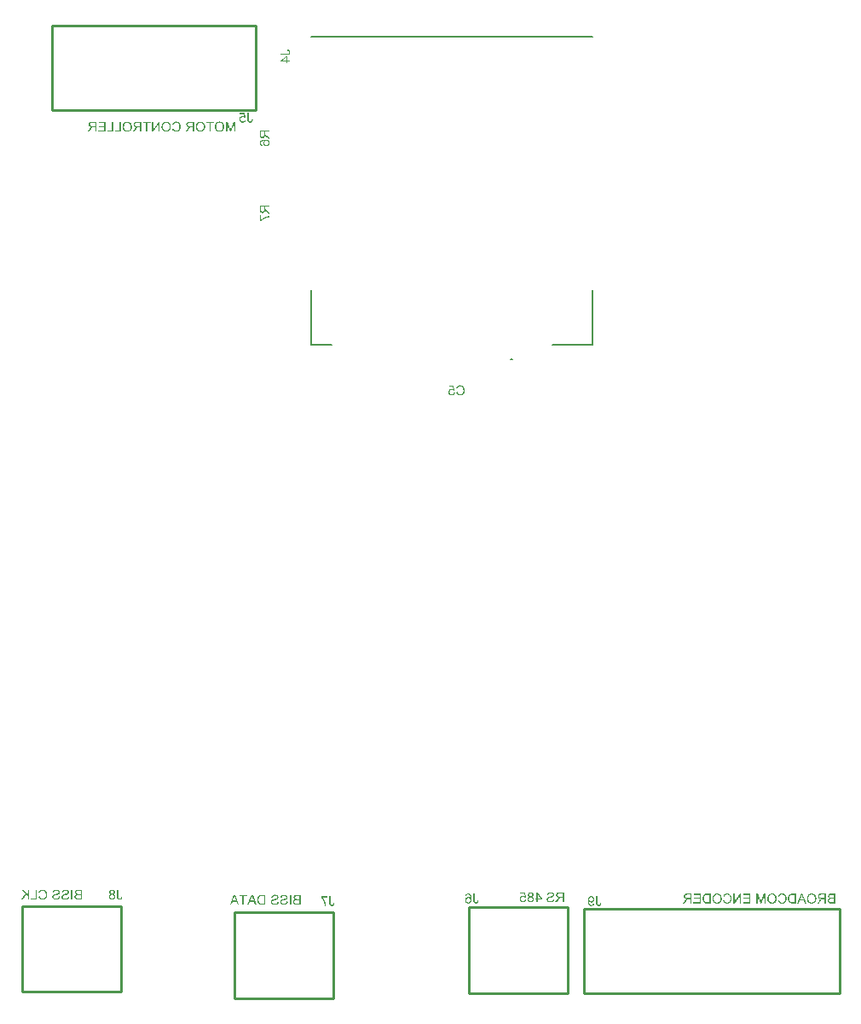
<source format=gbo>
G04*
G04 #@! TF.GenerationSoftware,Altium Limited,Altium Designer,21.0.9 (235)*
G04*
G04 Layer_Color=32896*
%FSLAX25Y25*%
%MOIN*%
G70*
G04*
G04 #@! TF.SameCoordinates,EF3E8415-0D1F-43D6-88A8-43D94B7D360D*
G04*
G04*
G04 #@! TF.FilePolarity,Positive*
G04*
G01*
G75*
%ADD13C,0.00787*%
%ADD17C,0.01000*%
%ADD18C,0.00500*%
G36*
X256474Y810567D02*
X255986D01*
Y813580D01*
X253976Y810567D01*
X253449D01*
Y814407D01*
X253938D01*
Y811388D01*
X255952Y814407D01*
X256474D01*
Y810567D01*
D02*
G37*
G36*
X286000Y810567D02*
X285512D01*
Y813836D01*
X284402Y810567D01*
X283946D01*
X282825Y813780D01*
Y810567D01*
X282337D01*
Y814407D01*
X283020D01*
X283941Y811732D01*
X283991Y811588D01*
X284030Y811466D01*
X284069Y811360D01*
X284096Y811271D01*
X284119Y811205D01*
X284135Y811155D01*
X284141Y811127D01*
X284146Y811116D01*
X284169Y811194D01*
X284196Y811283D01*
X284230Y811377D01*
X284257Y811471D01*
X284285Y811555D01*
X284307Y811621D01*
X284318Y811649D01*
X284324Y811666D01*
X284329Y811677D01*
Y811682D01*
X285240Y814407D01*
X286000D01*
Y810567D01*
D02*
G37*
G36*
X263040Y814463D02*
X263217Y814435D01*
X263373Y814402D01*
X263445Y814379D01*
X263511Y814357D01*
X263572Y814335D01*
X263628Y814313D01*
X263672Y814296D01*
X263717Y814280D01*
X263744Y814263D01*
X263767Y814252D01*
X263783Y814246D01*
X263789Y814241D01*
X263939Y814146D01*
X264066Y814035D01*
X264177Y813924D01*
X264272Y813813D01*
X264344Y813713D01*
X264372Y813669D01*
X264394Y813630D01*
X264416Y813603D01*
X264427Y813580D01*
X264433Y813564D01*
X264438Y813558D01*
X264516Y813386D01*
X264571Y813208D01*
X264610Y813031D01*
X264638Y812870D01*
X264649Y812798D01*
X264655Y812726D01*
X264660Y812670D01*
Y812615D01*
X264666Y812576D01*
Y812542D01*
Y812520D01*
Y812515D01*
X264655Y812315D01*
X264633Y812121D01*
X264605Y811948D01*
X264582Y811865D01*
X264566Y811793D01*
X264549Y811727D01*
X264527Y811666D01*
X264510Y811610D01*
X264499Y811566D01*
X264483Y811532D01*
X264477Y811505D01*
X264466Y811488D01*
Y811482D01*
X264383Y811316D01*
X264288Y811166D01*
X264189Y811038D01*
X264139Y810988D01*
X264094Y810938D01*
X264050Y810894D01*
X264005Y810855D01*
X263966Y810822D01*
X263933Y810800D01*
X263911Y810777D01*
X263889Y810761D01*
X263878Y810755D01*
X263872Y810750D01*
X263794Y810705D01*
X263717Y810666D01*
X263550Y810606D01*
X263384Y810561D01*
X263223Y810533D01*
X263145Y810522D01*
X263078Y810511D01*
X263018Y810506D01*
X262967D01*
X262923Y810500D01*
X262862D01*
X262751Y810506D01*
X262646Y810517D01*
X262546Y810528D01*
X262451Y810550D01*
X262363Y810578D01*
X262279Y810606D01*
X262202Y810633D01*
X262129Y810666D01*
X262068Y810694D01*
X262007Y810722D01*
X261963Y810750D01*
X261919Y810777D01*
X261891Y810800D01*
X261863Y810811D01*
X261852Y810822D01*
X261846Y810828D01*
X261769Y810894D01*
X261702Y810961D01*
X261641Y811038D01*
X261580Y811116D01*
X261480Y811271D01*
X261402Y811427D01*
X261369Y811499D01*
X261341Y811566D01*
X261319Y811627D01*
X261302Y811677D01*
X261286Y811721D01*
X261275Y811754D01*
X261269Y811777D01*
Y811782D01*
X261780Y811910D01*
X261802Y811821D01*
X261830Y811738D01*
X261858Y811660D01*
X261885Y811588D01*
X261919Y811521D01*
X261952Y811466D01*
X261991Y811410D01*
X262024Y811360D01*
X262052Y811316D01*
X262085Y811283D01*
X262113Y811249D01*
X262135Y811222D01*
X262157Y811205D01*
X262174Y811188D01*
X262179Y811183D01*
X262185Y811177D01*
X262241Y811133D01*
X262301Y811099D01*
X262424Y811038D01*
X262540Y810994D01*
X262657Y810966D01*
X262757Y810944D01*
X262795Y810938D01*
X262834D01*
X262868Y810933D01*
X262906D01*
X263034Y810938D01*
X263156Y810961D01*
X263267Y810988D01*
X263367Y811022D01*
X263445Y811055D01*
X263478Y811072D01*
X263506Y811083D01*
X263528Y811094D01*
X263545Y811105D01*
X263556Y811110D01*
X263561D01*
X263667Y811188D01*
X263756Y811271D01*
X263833Y811366D01*
X263894Y811455D01*
X263944Y811532D01*
X263978Y811599D01*
X263989Y811627D01*
X264000Y811643D01*
X264005Y811654D01*
Y811660D01*
X264050Y811804D01*
X264083Y811948D01*
X264111Y812093D01*
X264127Y812226D01*
X264133Y812287D01*
X264139Y812343D01*
Y812393D01*
X264144Y812431D01*
Y812465D01*
Y812492D01*
Y812509D01*
Y812515D01*
X264139Y812659D01*
X264127Y812792D01*
X264105Y812914D01*
X264083Y813025D01*
X264066Y813120D01*
X264055Y813158D01*
X264044Y813192D01*
X264039Y813220D01*
X264033Y813236D01*
X264028Y813247D01*
Y813253D01*
X263972Y813381D01*
X263911Y813497D01*
X263844Y813591D01*
X263772Y813675D01*
X263711Y813741D01*
X263661Y813786D01*
X263622Y813813D01*
X263617Y813824D01*
X263611D01*
X263495Y813897D01*
X263367Y813952D01*
X263245Y813991D01*
X263128Y814013D01*
X263023Y814030D01*
X262979Y814035D01*
X262940D01*
X262912Y814041D01*
X262868D01*
X262729Y814035D01*
X262601Y814013D01*
X262496Y813980D01*
X262401Y813947D01*
X262329Y813908D01*
X262274Y813880D01*
X262241Y813858D01*
X262229Y813847D01*
X262140Y813763D01*
X262057Y813669D01*
X261991Y813569D01*
X261935Y813469D01*
X261891Y813381D01*
X261874Y813336D01*
X261863Y813303D01*
X261852Y813275D01*
X261841Y813253D01*
X261835Y813242D01*
Y813236D01*
X261336Y813353D01*
X261369Y813453D01*
X261402Y813541D01*
X261447Y813625D01*
X261486Y813708D01*
X261530Y813780D01*
X261580Y813847D01*
X261624Y813913D01*
X261669Y813969D01*
X261713Y814013D01*
X261752Y814058D01*
X261791Y814096D01*
X261819Y814124D01*
X261846Y814152D01*
X261869Y814168D01*
X261880Y814174D01*
X261885Y814180D01*
X261963Y814230D01*
X262041Y814280D01*
X262118Y814318D01*
X262202Y814352D01*
X262368Y814402D01*
X262518Y814435D01*
X262590Y814452D01*
X262651Y814457D01*
X262712Y814463D01*
X262762Y814468D01*
X262801Y814474D01*
X262857D01*
X263040Y814463D01*
D02*
G37*
G36*
X277625Y813952D02*
X276360D01*
Y810567D01*
X275849D01*
Y813952D01*
X274584D01*
Y814407D01*
X277625D01*
Y813952D01*
D02*
G37*
G36*
X269877Y810567D02*
X269367D01*
Y812270D01*
X268712D01*
X268651Y812265D01*
X268606D01*
X268567Y812259D01*
X268540Y812254D01*
X268517D01*
X268506Y812248D01*
X268501D01*
X268412Y812220D01*
X268373Y812204D01*
X268340Y812187D01*
X268307Y812171D01*
X268284Y812160D01*
X268273Y812154D01*
X268268Y812148D01*
X268223Y812115D01*
X268179Y812076D01*
X268096Y811993D01*
X268057Y811954D01*
X268029Y811921D01*
X268012Y811899D01*
X268007Y811893D01*
X267951Y811815D01*
X267890Y811732D01*
X267829Y811643D01*
X267768Y811560D01*
X267718Y811482D01*
X267679Y811421D01*
X267663Y811399D01*
X267652Y811382D01*
X267641Y811371D01*
Y811366D01*
X267136Y810567D01*
X266503D01*
X267163Y811610D01*
X267241Y811721D01*
X267313Y811821D01*
X267385Y811904D01*
X267446Y811982D01*
X267502Y812037D01*
X267546Y812082D01*
X267574Y812109D01*
X267585Y812121D01*
X267630Y812154D01*
X267679Y812193D01*
X267779Y812254D01*
X267824Y812276D01*
X267857Y812298D01*
X267879Y812309D01*
X267890Y812315D01*
X267791Y812331D01*
X267696Y812348D01*
X267613Y812376D01*
X267530Y812398D01*
X267458Y812426D01*
X267391Y812459D01*
X267330Y812487D01*
X267274Y812515D01*
X267230Y812548D01*
X267185Y812576D01*
X267152Y812598D01*
X267124Y812620D01*
X267102Y812637D01*
X267086Y812653D01*
X267080Y812659D01*
X267074Y812665D01*
X267030Y812720D01*
X266986Y812776D01*
X266919Y812892D01*
X266875Y813009D01*
X266841Y813120D01*
X266819Y813214D01*
X266814Y813253D01*
Y813292D01*
X266808Y813319D01*
Y813342D01*
Y813353D01*
Y813358D01*
X266814Y813475D01*
X266830Y813580D01*
X266858Y813680D01*
X266886Y813763D01*
X266919Y813836D01*
X266941Y813891D01*
X266964Y813924D01*
X266969Y813930D01*
Y813935D01*
X267036Y814024D01*
X267102Y814102D01*
X267174Y814168D01*
X267241Y814219D01*
X267302Y814257D01*
X267352Y814280D01*
X267385Y814296D01*
X267391Y814302D01*
X267396D01*
X267446Y814318D01*
X267507Y814335D01*
X267630Y814363D01*
X267763Y814379D01*
X267885Y814396D01*
X268001Y814402D01*
X268051D01*
X268096Y814407D01*
X269877D01*
Y810567D01*
D02*
G37*
G36*
X252883Y813952D02*
X251618D01*
Y810567D01*
X251107D01*
Y813952D01*
X249842D01*
Y814407D01*
X252883D01*
Y813952D01*
D02*
G37*
G36*
X249309Y810567D02*
X248798D01*
Y812270D01*
X248143D01*
X248082Y812265D01*
X248038D01*
X247999Y812259D01*
X247971Y812254D01*
X247949D01*
X247938Y812248D01*
X247933D01*
X247844Y812220D01*
X247805Y812204D01*
X247772Y812187D01*
X247738Y812171D01*
X247716Y812159D01*
X247705Y812154D01*
X247699Y812148D01*
X247655Y812115D01*
X247611Y812076D01*
X247527Y811993D01*
X247488Y811954D01*
X247461Y811921D01*
X247444Y811899D01*
X247439Y811893D01*
X247383Y811815D01*
X247322Y811732D01*
X247261Y811643D01*
X247200Y811560D01*
X247150Y811482D01*
X247111Y811421D01*
X247094Y811399D01*
X247083Y811382D01*
X247072Y811371D01*
Y811366D01*
X246567Y810567D01*
X245935D01*
X246595Y811610D01*
X246673Y811721D01*
X246745Y811821D01*
X246817Y811904D01*
X246878Y811982D01*
X246934Y812037D01*
X246978Y812082D01*
X247006Y812109D01*
X247017Y812121D01*
X247061Y812154D01*
X247111Y812193D01*
X247211Y812254D01*
X247255Y812276D01*
X247289Y812298D01*
X247311Y812309D01*
X247322Y812315D01*
X247222Y812331D01*
X247128Y812348D01*
X247044Y812376D01*
X246961Y812398D01*
X246889Y812426D01*
X246823Y812459D01*
X246761Y812487D01*
X246706Y812515D01*
X246662Y812548D01*
X246617Y812576D01*
X246584Y812598D01*
X246556Y812620D01*
X246534Y812637D01*
X246517Y812653D01*
X246512Y812659D01*
X246506Y812665D01*
X246462Y812720D01*
X246417Y812776D01*
X246351Y812892D01*
X246306Y813009D01*
X246273Y813120D01*
X246251Y813214D01*
X246245Y813253D01*
Y813292D01*
X246240Y813319D01*
Y813342D01*
Y813353D01*
Y813358D01*
X246245Y813475D01*
X246262Y813580D01*
X246290Y813680D01*
X246318Y813763D01*
X246351Y813836D01*
X246373Y813891D01*
X246395Y813924D01*
X246401Y813930D01*
Y813935D01*
X246467Y814024D01*
X246534Y814102D01*
X246606Y814168D01*
X246673Y814219D01*
X246734Y814257D01*
X246784Y814279D01*
X246817Y814296D01*
X246823Y814302D01*
X246828D01*
X246878Y814318D01*
X246939Y814335D01*
X247061Y814363D01*
X247194Y814379D01*
X247317Y814396D01*
X247433Y814402D01*
X247483D01*
X247527Y814407D01*
X249309D01*
Y810567D01*
D02*
G37*
G36*
X241289D02*
X238886D01*
Y811022D01*
X240779D01*
Y814407D01*
X241289D01*
Y810567D01*
D02*
G37*
G36*
X238303D02*
X235900D01*
Y811022D01*
X237793D01*
Y814407D01*
X238303D01*
Y810567D01*
D02*
G37*
G36*
X235290D02*
X232420D01*
Y811022D01*
X234779D01*
Y812326D01*
X232653D01*
Y812781D01*
X234779D01*
Y813952D01*
X232509D01*
Y814407D01*
X235290D01*
Y810567D01*
D02*
G37*
G36*
X231710D02*
X231199D01*
Y812270D01*
X230544D01*
X230483Y812265D01*
X230439D01*
X230400Y812259D01*
X230372Y812254D01*
X230350D01*
X230339Y812248D01*
X230333D01*
X230245Y812220D01*
X230206Y812204D01*
X230173Y812187D01*
X230139Y812171D01*
X230117Y812159D01*
X230106Y812154D01*
X230100Y812148D01*
X230056Y812115D01*
X230012Y812076D01*
X229928Y811993D01*
X229889Y811954D01*
X229862Y811921D01*
X229845Y811899D01*
X229840Y811893D01*
X229784Y811815D01*
X229723Y811732D01*
X229662Y811643D01*
X229601Y811560D01*
X229551Y811482D01*
X229512Y811421D01*
X229495Y811399D01*
X229484Y811382D01*
X229473Y811371D01*
Y811366D01*
X228968Y810567D01*
X228335D01*
X228996Y811610D01*
X229074Y811721D01*
X229146Y811821D01*
X229218Y811904D01*
X229279Y811982D01*
X229334Y812037D01*
X229379Y812082D01*
X229407Y812109D01*
X229418Y812121D01*
X229462Y812154D01*
X229512Y812193D01*
X229612Y812254D01*
X229656Y812276D01*
X229690Y812298D01*
X229712Y812309D01*
X229723Y812315D01*
X229623Y812331D01*
X229529Y812348D01*
X229446Y812376D01*
X229362Y812398D01*
X229290Y812426D01*
X229223Y812459D01*
X229162Y812487D01*
X229107Y812515D01*
X229063Y812548D01*
X229018Y812576D01*
X228985Y812598D01*
X228957Y812620D01*
X228935Y812637D01*
X228918Y812653D01*
X228913Y812659D01*
X228907Y812665D01*
X228863Y812720D01*
X228818Y812776D01*
X228752Y812892D01*
X228707Y813009D01*
X228674Y813120D01*
X228652Y813214D01*
X228646Y813253D01*
Y813292D01*
X228641Y813319D01*
Y813342D01*
Y813353D01*
Y813358D01*
X228646Y813475D01*
X228663Y813580D01*
X228691Y813680D01*
X228718Y813763D01*
X228752Y813836D01*
X228774Y813891D01*
X228796Y813924D01*
X228802Y813930D01*
Y813935D01*
X228868Y814024D01*
X228935Y814102D01*
X229007Y814168D01*
X229074Y814219D01*
X229135Y814257D01*
X229185Y814279D01*
X229218Y814296D01*
X229223Y814302D01*
X229229D01*
X229279Y814318D01*
X229340Y814335D01*
X229462Y814363D01*
X229595Y814379D01*
X229717Y814396D01*
X229834Y814402D01*
X229884D01*
X229928Y814407D01*
X231710D01*
Y810567D01*
D02*
G37*
G36*
X279978Y814468D02*
X280117Y814452D01*
X280250Y814424D01*
X280378Y814390D01*
X280494Y814346D01*
X280605Y814302D01*
X280705Y814252D01*
X280794Y814202D01*
X280877Y814152D01*
X280949Y814102D01*
X281011Y814058D01*
X281061Y814013D01*
X281099Y813980D01*
X281133Y813952D01*
X281149Y813935D01*
X281155Y813930D01*
X281244Y813824D01*
X281321Y813713D01*
X281394Y813591D01*
X281449Y813469D01*
X281499Y813342D01*
X281543Y813220D01*
X281577Y813097D01*
X281599Y812981D01*
X281621Y812870D01*
X281638Y812764D01*
X281649Y812670D01*
X281660Y812592D01*
Y812526D01*
X281665Y812476D01*
Y812442D01*
Y812437D01*
Y812431D01*
X281654Y812243D01*
X281632Y812071D01*
X281599Y811904D01*
X281577Y811832D01*
X281554Y811760D01*
X281538Y811699D01*
X281516Y811643D01*
X281499Y811593D01*
X281482Y811549D01*
X281471Y811516D01*
X281460Y811493D01*
X281449Y811477D01*
Y811471D01*
X281355Y811310D01*
X281255Y811172D01*
X281144Y811049D01*
X281038Y810950D01*
X280944Y810866D01*
X280905Y810833D01*
X280872Y810811D01*
X280838Y810789D01*
X280816Y810772D01*
X280805Y810766D01*
X280800Y810761D01*
X280716Y810716D01*
X280633Y810678D01*
X280467Y810611D01*
X280306Y810567D01*
X280156Y810533D01*
X280084Y810522D01*
X280023Y810517D01*
X279967Y810506D01*
X279917D01*
X279884Y810500D01*
X279828D01*
X279645Y810511D01*
X279473Y810539D01*
X279312Y810572D01*
X279240Y810594D01*
X279173Y810617D01*
X279112Y810639D01*
X279057Y810661D01*
X279013Y810678D01*
X278974Y810694D01*
X278940Y810711D01*
X278913Y810722D01*
X278902Y810733D01*
X278896D01*
X278741Y810833D01*
X278607Y810944D01*
X278496Y811061D01*
X278402Y811172D01*
X278324Y811277D01*
X278297Y811316D01*
X278274Y811355D01*
X278252Y811388D01*
X278241Y811410D01*
X278230Y811427D01*
Y811432D01*
X278186Y811521D01*
X278152Y811610D01*
X278091Y811788D01*
X278047Y811965D01*
X278019Y812126D01*
X278013Y812198D01*
X278002Y812265D01*
X277997Y812326D01*
Y812376D01*
X277991Y812420D01*
Y812448D01*
Y812470D01*
Y812476D01*
X278002Y812687D01*
X278025Y812881D01*
X278041Y812970D01*
X278064Y813059D01*
X278086Y813136D01*
X278102Y813208D01*
X278124Y813275D01*
X278147Y813336D01*
X278163Y813386D01*
X278186Y813430D01*
X278197Y813464D01*
X278208Y813486D01*
X278219Y813503D01*
Y813508D01*
X278308Y813669D01*
X278413Y813813D01*
X278524Y813935D01*
X278624Y814035D01*
X278718Y814113D01*
X278763Y814146D01*
X278796Y814174D01*
X278829Y814191D01*
X278852Y814207D01*
X278863Y814213D01*
X278868Y814219D01*
X278952Y814263D01*
X279035Y814302D01*
X279196Y814368D01*
X279362Y814413D01*
X279506Y814441D01*
X279573Y814452D01*
X279640Y814463D01*
X279690Y814468D01*
X279740D01*
X279779Y814474D01*
X279828D01*
X279978Y814468D01*
D02*
G37*
G36*
X272525D02*
X272663Y814452D01*
X272797Y814424D01*
X272924Y814390D01*
X273041Y814346D01*
X273152Y814302D01*
X273252Y814252D01*
X273341Y814202D01*
X273424Y814152D01*
X273496Y814102D01*
X273557Y814058D01*
X273607Y814013D01*
X273646Y813980D01*
X273679Y813952D01*
X273696Y813935D01*
X273701Y813930D01*
X273790Y813824D01*
X273868Y813713D01*
X273940Y813591D01*
X273995Y813469D01*
X274045Y813342D01*
X274090Y813220D01*
X274123Y813097D01*
X274145Y812981D01*
X274167Y812870D01*
X274184Y812764D01*
X274195Y812670D01*
X274206Y812592D01*
Y812526D01*
X274212Y812476D01*
Y812442D01*
Y812437D01*
Y812431D01*
X274201Y812243D01*
X274179Y812071D01*
X274145Y811904D01*
X274123Y811832D01*
X274101Y811760D01*
X274084Y811699D01*
X274062Y811643D01*
X274045Y811593D01*
X274029Y811549D01*
X274018Y811516D01*
X274006Y811493D01*
X273995Y811477D01*
Y811471D01*
X273901Y811310D01*
X273801Y811172D01*
X273690Y811049D01*
X273585Y810950D01*
X273490Y810866D01*
X273451Y810833D01*
X273418Y810811D01*
X273385Y810789D01*
X273363Y810772D01*
X273352Y810766D01*
X273346Y810761D01*
X273263Y810716D01*
X273180Y810678D01*
X273013Y810611D01*
X272852Y810567D01*
X272702Y810533D01*
X272630Y810522D01*
X272569Y810517D01*
X272514Y810506D01*
X272463D01*
X272430Y810500D01*
X272375D01*
X272192Y810511D01*
X272020Y810539D01*
X271859Y810572D01*
X271786Y810594D01*
X271720Y810617D01*
X271659Y810639D01*
X271603Y810661D01*
X271559Y810678D01*
X271520Y810694D01*
X271487Y810711D01*
X271459Y810722D01*
X271448Y810733D01*
X271442D01*
X271287Y810833D01*
X271154Y810944D01*
X271043Y811061D01*
X270948Y811172D01*
X270871Y811277D01*
X270843Y811316D01*
X270821Y811355D01*
X270798Y811388D01*
X270787Y811410D01*
X270776Y811427D01*
Y811432D01*
X270732Y811521D01*
X270699Y811610D01*
X270638Y811788D01*
X270593Y811965D01*
X270566Y812126D01*
X270560Y812198D01*
X270549Y812265D01*
X270543Y812326D01*
Y812376D01*
X270538Y812420D01*
Y812448D01*
Y812470D01*
Y812476D01*
X270549Y812687D01*
X270571Y812881D01*
X270588Y812970D01*
X270610Y813059D01*
X270632Y813136D01*
X270649Y813208D01*
X270671Y813275D01*
X270693Y813336D01*
X270710Y813386D01*
X270732Y813430D01*
X270743Y813464D01*
X270754Y813486D01*
X270765Y813503D01*
Y813508D01*
X270854Y813669D01*
X270959Y813813D01*
X271071Y813935D01*
X271170Y814035D01*
X271265Y814113D01*
X271309Y814146D01*
X271342Y814174D01*
X271376Y814191D01*
X271398Y814207D01*
X271409Y814213D01*
X271415Y814219D01*
X271498Y814263D01*
X271581Y814302D01*
X271742Y814368D01*
X271909Y814413D01*
X272053Y814441D01*
X272119Y814452D01*
X272186Y814463D01*
X272236Y814468D01*
X272286D01*
X272325Y814474D01*
X272375D01*
X272525Y814468D01*
D02*
G37*
G36*
X259110D02*
X259249Y814452D01*
X259382Y814424D01*
X259510Y814390D01*
X259626Y814346D01*
X259737Y814302D01*
X259837Y814252D01*
X259926Y814202D01*
X260009Y814152D01*
X260082Y814102D01*
X260142Y814058D01*
X260192Y814013D01*
X260231Y813980D01*
X260265Y813952D01*
X260281Y813935D01*
X260287Y813930D01*
X260376Y813824D01*
X260453Y813713D01*
X260525Y813591D01*
X260581Y813469D01*
X260631Y813342D01*
X260675Y813220D01*
X260709Y813097D01*
X260731Y812981D01*
X260753Y812870D01*
X260770Y812764D01*
X260781Y812670D01*
X260792Y812592D01*
Y812526D01*
X260797Y812476D01*
Y812442D01*
Y812437D01*
Y812431D01*
X260786Y812243D01*
X260764Y812071D01*
X260731Y811904D01*
X260709Y811832D01*
X260686Y811760D01*
X260670Y811699D01*
X260648Y811643D01*
X260631Y811593D01*
X260614Y811549D01*
X260603Y811516D01*
X260592Y811493D01*
X260581Y811477D01*
Y811471D01*
X260487Y811310D01*
X260387Y811172D01*
X260276Y811049D01*
X260170Y810950D01*
X260076Y810866D01*
X260037Y810833D01*
X260004Y810811D01*
X259970Y810789D01*
X259948Y810772D01*
X259937Y810766D01*
X259932Y810761D01*
X259848Y810716D01*
X259765Y810678D01*
X259599Y810611D01*
X259438Y810567D01*
X259288Y810533D01*
X259216Y810522D01*
X259155Y810517D01*
X259099Y810506D01*
X259049D01*
X259016Y810500D01*
X258960D01*
X258777Y810511D01*
X258605Y810539D01*
X258444Y810572D01*
X258372Y810594D01*
X258306Y810617D01*
X258244Y810639D01*
X258189Y810661D01*
X258144Y810678D01*
X258106Y810694D01*
X258072Y810711D01*
X258045Y810722D01*
X258034Y810733D01*
X258028D01*
X257873Y810833D01*
X257739Y810944D01*
X257628Y811061D01*
X257534Y811172D01*
X257456Y811277D01*
X257429Y811316D01*
X257406Y811355D01*
X257384Y811388D01*
X257373Y811410D01*
X257362Y811427D01*
Y811432D01*
X257318Y811521D01*
X257284Y811610D01*
X257223Y811788D01*
X257179Y811965D01*
X257151Y812126D01*
X257146Y812198D01*
X257135Y812265D01*
X257129Y812326D01*
Y812376D01*
X257123Y812420D01*
Y812448D01*
Y812470D01*
Y812476D01*
X257135Y812687D01*
X257157Y812881D01*
X257173Y812970D01*
X257195Y813058D01*
X257218Y813136D01*
X257234Y813208D01*
X257257Y813275D01*
X257279Y813336D01*
X257295Y813386D01*
X257318Y813430D01*
X257329Y813464D01*
X257340Y813486D01*
X257351Y813503D01*
Y813508D01*
X257440Y813669D01*
X257545Y813813D01*
X257656Y813935D01*
X257756Y814035D01*
X257850Y814113D01*
X257895Y814146D01*
X257928Y814174D01*
X257961Y814191D01*
X257984Y814207D01*
X257995Y814213D01*
X258000Y814219D01*
X258084Y814263D01*
X258167Y814302D01*
X258328Y814368D01*
X258494Y814413D01*
X258639Y814441D01*
X258705Y814452D01*
X258772Y814463D01*
X258822Y814468D01*
X258872D01*
X258910Y814474D01*
X258960D01*
X259110Y814468D01*
D02*
G37*
G36*
X243909Y814468D02*
X244048Y814452D01*
X244181Y814424D01*
X244308Y814390D01*
X244425Y814346D01*
X244536Y814302D01*
X244636Y814252D01*
X244725Y814202D01*
X244808Y814152D01*
X244880Y814102D01*
X244941Y814058D01*
X244991Y814013D01*
X245030Y813980D01*
X245063Y813952D01*
X245080Y813935D01*
X245085Y813930D01*
X245174Y813824D01*
X245252Y813713D01*
X245324Y813591D01*
X245380Y813469D01*
X245429Y813342D01*
X245474Y813220D01*
X245507Y813097D01*
X245529Y812981D01*
X245552Y812870D01*
X245568Y812764D01*
X245579Y812670D01*
X245590Y812592D01*
Y812526D01*
X245596Y812476D01*
Y812442D01*
Y812437D01*
Y812431D01*
X245585Y812243D01*
X245563Y812071D01*
X245529Y811904D01*
X245507Y811832D01*
X245485Y811760D01*
X245468Y811699D01*
X245446Y811643D01*
X245429Y811593D01*
X245413Y811549D01*
X245402Y811516D01*
X245391Y811493D01*
X245380Y811477D01*
Y811471D01*
X245285Y811310D01*
X245185Y811172D01*
X245074Y811049D01*
X244969Y810950D01*
X244875Y810866D01*
X244836Y810833D01*
X244802Y810811D01*
X244769Y810789D01*
X244747Y810772D01*
X244736Y810766D01*
X244730Y810761D01*
X244647Y810716D01*
X244564Y810678D01*
X244397Y810611D01*
X244236Y810567D01*
X244086Y810533D01*
X244014Y810522D01*
X243953Y810517D01*
X243898Y810505D01*
X243848D01*
X243814Y810500D01*
X243759D01*
X243576Y810511D01*
X243404Y810539D01*
X243243Y810572D01*
X243171Y810594D01*
X243104Y810616D01*
X243043Y810639D01*
X242987Y810661D01*
X242943Y810678D01*
X242904Y810694D01*
X242871Y810711D01*
X242843Y810722D01*
X242832Y810733D01*
X242827D01*
X242671Y810833D01*
X242538Y810944D01*
X242427Y811061D01*
X242333Y811172D01*
X242255Y811277D01*
X242227Y811316D01*
X242205Y811355D01*
X242183Y811388D01*
X242172Y811410D01*
X242161Y811427D01*
Y811432D01*
X242116Y811521D01*
X242083Y811610D01*
X242022Y811788D01*
X241977Y811965D01*
X241950Y812126D01*
X241944Y812198D01*
X241933Y812265D01*
X241927Y812326D01*
Y812376D01*
X241922Y812420D01*
Y812448D01*
Y812470D01*
Y812476D01*
X241933Y812687D01*
X241955Y812881D01*
X241972Y812970D01*
X241994Y813058D01*
X242016Y813136D01*
X242033Y813208D01*
X242055Y813275D01*
X242077Y813336D01*
X242094Y813386D01*
X242116Y813430D01*
X242127Y813464D01*
X242138Y813486D01*
X242149Y813503D01*
Y813508D01*
X242238Y813669D01*
X242344Y813813D01*
X242455Y813935D01*
X242555Y814035D01*
X242649Y814113D01*
X242693Y814146D01*
X242727Y814174D01*
X242760Y814191D01*
X242782Y814207D01*
X242793Y814213D01*
X242799Y814219D01*
X242882Y814263D01*
X242965Y814302D01*
X243126Y814368D01*
X243293Y814413D01*
X243437Y814441D01*
X243504Y814452D01*
X243570Y814463D01*
X243620Y814468D01*
X243670D01*
X243709Y814474D01*
X243759D01*
X243909Y814468D01*
D02*
G37*
G36*
X483809Y509067D02*
X483321D01*
Y512080D01*
X481311Y509067D01*
X480784D01*
Y512907D01*
X481273D01*
Y509888D01*
X483287Y512907D01*
X483809D01*
Y509067D01*
D02*
G37*
G36*
X493366Y509067D02*
X492878D01*
Y512335D01*
X491768Y509067D01*
X491313D01*
X490191Y512280D01*
Y509067D01*
X489703D01*
Y512907D01*
X490386D01*
X491307Y510232D01*
X491357Y510088D01*
X491396Y509966D01*
X491435Y509860D01*
X491462Y509771D01*
X491485Y509705D01*
X491501Y509655D01*
X491507Y509627D01*
X491512Y509616D01*
X491535Y509694D01*
X491562Y509783D01*
X491596Y509877D01*
X491623Y509971D01*
X491651Y510054D01*
X491673Y510121D01*
X491684Y510149D01*
X491690Y510166D01*
X491695Y510177D01*
Y510182D01*
X492606Y512907D01*
X493366D01*
Y509067D01*
D02*
G37*
G36*
X499921Y512963D02*
X500098Y512935D01*
X500254Y512902D01*
X500326Y512879D01*
X500392Y512857D01*
X500453Y512835D01*
X500509Y512813D01*
X500553Y512796D01*
X500598Y512780D01*
X500626Y512763D01*
X500648Y512752D01*
X500664Y512746D01*
X500670Y512741D01*
X500820Y512646D01*
X500947Y512535D01*
X501058Y512424D01*
X501153Y512313D01*
X501225Y512214D01*
X501253Y512169D01*
X501275Y512130D01*
X501297Y512103D01*
X501308Y512080D01*
X501314Y512064D01*
X501319Y512058D01*
X501397Y511886D01*
X501452Y511708D01*
X501491Y511531D01*
X501519Y511370D01*
X501530Y511298D01*
X501536Y511226D01*
X501541Y511170D01*
Y511115D01*
X501547Y511076D01*
Y511042D01*
Y511020D01*
Y511015D01*
X501536Y510815D01*
X501513Y510621D01*
X501486Y510449D01*
X501464Y510365D01*
X501447Y510293D01*
X501430Y510227D01*
X501408Y510166D01*
X501391Y510110D01*
X501380Y510066D01*
X501364Y510032D01*
X501358Y510005D01*
X501347Y509988D01*
Y509982D01*
X501264Y509816D01*
X501169Y509666D01*
X501069Y509538D01*
X501019Y509488D01*
X500975Y509439D01*
X500931Y509394D01*
X500886Y509355D01*
X500847Y509322D01*
X500814Y509300D01*
X500792Y509277D01*
X500770Y509261D01*
X500759Y509255D01*
X500753Y509250D01*
X500675Y509205D01*
X500598Y509166D01*
X500431Y509105D01*
X500265Y509061D01*
X500104Y509033D01*
X500026Y509022D01*
X499960Y509011D01*
X499898Y509006D01*
X499848D01*
X499804Y509000D01*
X499743D01*
X499632Y509006D01*
X499527Y509017D01*
X499427Y509028D01*
X499332Y509050D01*
X499243Y509078D01*
X499160Y509105D01*
X499083Y509133D01*
X499010Y509166D01*
X498949Y509194D01*
X498888Y509222D01*
X498844Y509250D01*
X498800Y509277D01*
X498772Y509300D01*
X498744Y509311D01*
X498733Y509322D01*
X498727Y509328D01*
X498650Y509394D01*
X498583Y509461D01*
X498522Y509538D01*
X498461Y509616D01*
X498361Y509771D01*
X498283Y509927D01*
X498250Y509999D01*
X498222Y510066D01*
X498200Y510127D01*
X498183Y510177D01*
X498167Y510221D01*
X498156Y510254D01*
X498150Y510277D01*
Y510282D01*
X498661Y510410D01*
X498683Y510321D01*
X498711Y510238D01*
X498738Y510160D01*
X498766Y510088D01*
X498800Y510021D01*
X498833Y509966D01*
X498872Y509910D01*
X498905Y509860D01*
X498933Y509816D01*
X498966Y509783D01*
X498994Y509749D01*
X499016Y509722D01*
X499038Y509705D01*
X499055Y509688D01*
X499060Y509683D01*
X499066Y509677D01*
X499121Y509633D01*
X499182Y509599D01*
X499305Y509538D01*
X499421Y509494D01*
X499538Y509466D01*
X499638Y509444D01*
X499676Y509439D01*
X499715D01*
X499749Y509433D01*
X499787D01*
X499915Y509439D01*
X500037Y509461D01*
X500148Y509488D01*
X500248Y509522D01*
X500326Y509555D01*
X500359Y509572D01*
X500387Y509583D01*
X500409Y509594D01*
X500426Y509605D01*
X500437Y509611D01*
X500442D01*
X500548Y509688D01*
X500636Y509771D01*
X500714Y509866D01*
X500775Y509955D01*
X500825Y510032D01*
X500859Y510099D01*
X500870Y510127D01*
X500881Y510143D01*
X500886Y510154D01*
Y510160D01*
X500931Y510304D01*
X500964Y510449D01*
X500992Y510593D01*
X501008Y510726D01*
X501014Y510787D01*
X501019Y510843D01*
Y510893D01*
X501025Y510931D01*
Y510965D01*
Y510992D01*
Y511009D01*
Y511015D01*
X501019Y511159D01*
X501008Y511292D01*
X500986Y511414D01*
X500964Y511525D01*
X500947Y511620D01*
X500936Y511658D01*
X500925Y511692D01*
X500920Y511720D01*
X500914Y511736D01*
X500909Y511747D01*
Y511753D01*
X500853Y511880D01*
X500792Y511997D01*
X500725Y512091D01*
X500653Y512175D01*
X500592Y512241D01*
X500542Y512286D01*
X500503Y512313D01*
X500498Y512324D01*
X500492D01*
X500376Y512397D01*
X500248Y512452D01*
X500126Y512491D01*
X500009Y512513D01*
X499904Y512530D01*
X499860Y512535D01*
X499821D01*
X499793Y512541D01*
X499749D01*
X499610Y512535D01*
X499482Y512513D01*
X499377Y512480D01*
X499282Y512447D01*
X499210Y512408D01*
X499155Y512380D01*
X499121Y512358D01*
X499110Y512347D01*
X499021Y512263D01*
X498938Y512169D01*
X498872Y512069D01*
X498816Y511969D01*
X498772Y511880D01*
X498755Y511836D01*
X498744Y511803D01*
X498733Y511775D01*
X498722Y511753D01*
X498716Y511742D01*
Y511736D01*
X498217Y511853D01*
X498250Y511953D01*
X498283Y512041D01*
X498328Y512125D01*
X498367Y512208D01*
X498411Y512280D01*
X498461Y512347D01*
X498505Y512413D01*
X498550Y512469D01*
X498594Y512513D01*
X498633Y512558D01*
X498672Y512596D01*
X498700Y512624D01*
X498727Y512652D01*
X498749Y512669D01*
X498761Y512674D01*
X498766Y512680D01*
X498844Y512730D01*
X498922Y512780D01*
X498999Y512818D01*
X499083Y512852D01*
X499249Y512902D01*
X499399Y512935D01*
X499471Y512952D01*
X499532Y512957D01*
X499593Y512963D01*
X499643Y512968D01*
X499682Y512974D01*
X499737D01*
X499921Y512963D01*
D02*
G37*
G36*
X478453Y512963D02*
X478631Y512935D01*
X478786Y512902D01*
X478858Y512879D01*
X478925Y512857D01*
X478986Y512835D01*
X479041Y512813D01*
X479086Y512796D01*
X479130Y512780D01*
X479158Y512763D01*
X479180Y512752D01*
X479197Y512746D01*
X479203Y512741D01*
X479352Y512646D01*
X479480Y512535D01*
X479591Y512424D01*
X479685Y512313D01*
X479757Y512213D01*
X479785Y512169D01*
X479807Y512130D01*
X479830Y512102D01*
X479841Y512080D01*
X479846Y512064D01*
X479852Y512058D01*
X479929Y511886D01*
X479985Y511708D01*
X480024Y511531D01*
X480052Y511370D01*
X480063Y511298D01*
X480068Y511226D01*
X480074Y511170D01*
Y511115D01*
X480079Y511076D01*
Y511042D01*
Y511020D01*
Y511015D01*
X480068Y510815D01*
X480046Y510621D01*
X480018Y510449D01*
X479996Y510365D01*
X479979Y510293D01*
X479963Y510226D01*
X479941Y510166D01*
X479924Y510110D01*
X479913Y510066D01*
X479896Y510032D01*
X479891Y510005D01*
X479880Y509988D01*
Y509982D01*
X479796Y509816D01*
X479702Y509666D01*
X479602Y509538D01*
X479552Y509488D01*
X479508Y509438D01*
X479463Y509394D01*
X479419Y509355D01*
X479380Y509322D01*
X479347Y509300D01*
X479324Y509277D01*
X479302Y509261D01*
X479291Y509255D01*
X479286Y509250D01*
X479208Y509205D01*
X479130Y509166D01*
X478964Y509105D01*
X478797Y509061D01*
X478636Y509033D01*
X478559Y509022D01*
X478492Y509011D01*
X478431Y509005D01*
X478381D01*
X478337Y509000D01*
X478276D01*
X478165Y509005D01*
X478059Y509017D01*
X477959Y509028D01*
X477865Y509050D01*
X477776Y509078D01*
X477693Y509105D01*
X477615Y509133D01*
X477543Y509166D01*
X477482Y509194D01*
X477421Y509222D01*
X477377Y509250D01*
X477332Y509277D01*
X477304Y509300D01*
X477277Y509311D01*
X477266Y509322D01*
X477260Y509327D01*
X477182Y509394D01*
X477116Y509461D01*
X477055Y509538D01*
X476994Y509616D01*
X476894Y509771D01*
X476816Y509927D01*
X476783Y509999D01*
X476755Y510066D01*
X476733Y510127D01*
X476716Y510177D01*
X476699Y510221D01*
X476688Y510254D01*
X476683Y510277D01*
Y510282D01*
X477193Y510410D01*
X477215Y510321D01*
X477243Y510238D01*
X477271Y510160D01*
X477299Y510088D01*
X477332Y510021D01*
X477365Y509966D01*
X477404Y509910D01*
X477438Y509860D01*
X477465Y509816D01*
X477499Y509783D01*
X477526Y509749D01*
X477549Y509722D01*
X477571Y509705D01*
X477587Y509688D01*
X477593Y509683D01*
X477598Y509677D01*
X477654Y509633D01*
X477715Y509599D01*
X477837Y509538D01*
X477954Y509494D01*
X478070Y509466D01*
X478170Y509444D01*
X478209Y509438D01*
X478248D01*
X478281Y509433D01*
X478320D01*
X478448Y509438D01*
X478570Y509461D01*
X478681Y509488D01*
X478781Y509522D01*
X478858Y509555D01*
X478892Y509572D01*
X478919Y509583D01*
X478942Y509594D01*
X478958Y509605D01*
X478969Y509611D01*
X478975D01*
X479080Y509688D01*
X479169Y509771D01*
X479247Y509866D01*
X479308Y509955D01*
X479358Y510032D01*
X479391Y510099D01*
X479402Y510127D01*
X479413Y510143D01*
X479419Y510154D01*
Y510160D01*
X479463Y510304D01*
X479497Y510449D01*
X479524Y510593D01*
X479541Y510726D01*
X479547Y510787D01*
X479552Y510843D01*
Y510892D01*
X479558Y510931D01*
Y510965D01*
Y510992D01*
Y511009D01*
Y511015D01*
X479552Y511159D01*
X479541Y511292D01*
X479519Y511414D01*
X479497Y511525D01*
X479480Y511620D01*
X479469Y511658D01*
X479458Y511692D01*
X479452Y511720D01*
X479447Y511736D01*
X479441Y511747D01*
Y511753D01*
X479386Y511880D01*
X479324Y511997D01*
X479258Y512091D01*
X479186Y512175D01*
X479125Y512241D01*
X479075Y512286D01*
X479036Y512313D01*
X479030Y512324D01*
X479025D01*
X478908Y512397D01*
X478781Y512452D01*
X478659Y512491D01*
X478542Y512513D01*
X478437Y512530D01*
X478392Y512535D01*
X478353D01*
X478326Y512541D01*
X478281D01*
X478142Y512535D01*
X478015Y512513D01*
X477909Y512480D01*
X477815Y512446D01*
X477743Y512408D01*
X477687Y512380D01*
X477654Y512358D01*
X477643Y512347D01*
X477554Y512263D01*
X477471Y512169D01*
X477404Y512069D01*
X477349Y511969D01*
X477304Y511880D01*
X477288Y511836D01*
X477277Y511803D01*
X477266Y511775D01*
X477254Y511753D01*
X477249Y511742D01*
Y511736D01*
X476749Y511853D01*
X476783Y511953D01*
X476816Y512041D01*
X476860Y512125D01*
X476899Y512208D01*
X476944Y512280D01*
X476994Y512347D01*
X477038Y512413D01*
X477082Y512469D01*
X477127Y512513D01*
X477166Y512558D01*
X477204Y512596D01*
X477232Y512624D01*
X477260Y512652D01*
X477282Y512669D01*
X477293Y512674D01*
X477299Y512680D01*
X477377Y512730D01*
X477454Y512780D01*
X477532Y512818D01*
X477615Y512852D01*
X477782Y512902D01*
X477931Y512935D01*
X478004Y512952D01*
X478065Y512957D01*
X478126Y512963D01*
X478176Y512968D01*
X478215Y512974D01*
X478270D01*
X478453Y512963D01*
D02*
G37*
G36*
X520500Y509067D02*
X519035D01*
X518902Y509072D01*
X518785Y509078D01*
X518680Y509089D01*
X518591Y509100D01*
X518519Y509111D01*
X518463Y509117D01*
X518430Y509128D01*
X518419D01*
X518324Y509155D01*
X518247Y509183D01*
X518175Y509216D01*
X518114Y509250D01*
X518064Y509272D01*
X518025Y509294D01*
X518003Y509311D01*
X517997Y509316D01*
X517936Y509366D01*
X517880Y509427D01*
X517836Y509488D01*
X517792Y509544D01*
X517758Y509599D01*
X517736Y509638D01*
X517719Y509666D01*
X517714Y509677D01*
X517675Y509766D01*
X517647Y509855D01*
X517625Y509938D01*
X517614Y510016D01*
X517603Y510082D01*
X517597Y510138D01*
Y510171D01*
Y510177D01*
Y510182D01*
X517603Y510304D01*
X517625Y510415D01*
X517658Y510510D01*
X517692Y510598D01*
X517725Y510665D01*
X517758Y510715D01*
X517780Y510748D01*
X517786Y510759D01*
X517864Y510848D01*
X517947Y510920D01*
X518041Y510981D01*
X518125Y511031D01*
X518202Y511070D01*
X518269Y511092D01*
X518291Y511103D01*
X518308Y511109D01*
X518319Y511115D01*
X518324D01*
X518230Y511170D01*
X518147Y511226D01*
X518080Y511287D01*
X518025Y511342D01*
X517980Y511386D01*
X517947Y511431D01*
X517930Y511453D01*
X517925Y511464D01*
X517880Y511548D01*
X517847Y511625D01*
X517819Y511703D01*
X517803Y511775D01*
X517792Y511836D01*
X517786Y511886D01*
Y511914D01*
Y511925D01*
X517792Y512019D01*
X517808Y512114D01*
X517836Y512197D01*
X517864Y512275D01*
X517892Y512341D01*
X517919Y512386D01*
X517936Y512419D01*
X517941Y512430D01*
X518003Y512513D01*
X518069Y512591D01*
X518141Y512652D01*
X518208Y512702D01*
X518263Y512741D01*
X518313Y512769D01*
X518347Y512785D01*
X518352Y512791D01*
X518358D01*
X518463Y512829D01*
X518580Y512857D01*
X518696Y512879D01*
X518807Y512890D01*
X518907Y512902D01*
X518952D01*
X518990Y512907D01*
X520500D01*
Y509067D01*
D02*
G37*
G36*
X516892D02*
X516382D01*
Y510770D01*
X515727D01*
X515666Y510765D01*
X515622D01*
X515583Y510759D01*
X515555Y510754D01*
X515533D01*
X515522Y510748D01*
X515516D01*
X515427Y510720D01*
X515388Y510704D01*
X515355Y510687D01*
X515322Y510671D01*
X515300Y510660D01*
X515289Y510654D01*
X515283Y510648D01*
X515239Y510615D01*
X515194Y510576D01*
X515111Y510493D01*
X515072Y510454D01*
X515044Y510421D01*
X515028Y510399D01*
X515022Y510393D01*
X514967Y510315D01*
X514906Y510232D01*
X514845Y510143D01*
X514783Y510060D01*
X514734Y509982D01*
X514695Y509921D01*
X514678Y509899D01*
X514667Y509882D01*
X514656Y509871D01*
Y509866D01*
X514151Y509067D01*
X513518D01*
X514179Y510110D01*
X514256Y510221D01*
X514328Y510321D01*
X514401Y510404D01*
X514462Y510482D01*
X514517Y510537D01*
X514562Y510582D01*
X514589Y510609D01*
X514600Y510621D01*
X514645Y510654D01*
X514695Y510693D01*
X514795Y510754D01*
X514839Y510776D01*
X514872Y510798D01*
X514894Y510809D01*
X514906Y510815D01*
X514806Y510831D01*
X514711Y510848D01*
X514628Y510876D01*
X514545Y510898D01*
X514473Y510926D01*
X514406Y510959D01*
X514345Y510987D01*
X514290Y511015D01*
X514245Y511048D01*
X514201Y511076D01*
X514167Y511098D01*
X514140Y511120D01*
X514117Y511137D01*
X514101Y511153D01*
X514095Y511159D01*
X514090Y511165D01*
X514045Y511220D01*
X514001Y511275D01*
X513934Y511392D01*
X513890Y511509D01*
X513857Y511620D01*
X513834Y511714D01*
X513829Y511753D01*
Y511792D01*
X513823Y511819D01*
Y511842D01*
Y511853D01*
Y511858D01*
X513829Y511975D01*
X513846Y512080D01*
X513873Y512180D01*
X513901Y512263D01*
X513934Y512335D01*
X513956Y512391D01*
X513979Y512424D01*
X513984Y512430D01*
Y512435D01*
X514051Y512524D01*
X514117Y512602D01*
X514190Y512669D01*
X514256Y512718D01*
X514317Y512757D01*
X514367Y512780D01*
X514401Y512796D01*
X514406Y512802D01*
X514412D01*
X514462Y512818D01*
X514523Y512835D01*
X514645Y512863D01*
X514778Y512879D01*
X514900Y512896D01*
X515017Y512902D01*
X515067D01*
X515111Y512907D01*
X516892D01*
Y509067D01*
D02*
G37*
G36*
X509272D02*
X508734D01*
X508318Y510232D01*
X506708D01*
X506259Y509067D01*
X505682D01*
X507252Y512907D01*
X507807D01*
X509272Y509067D01*
D02*
G37*
G36*
X505271D02*
X503889D01*
X503761Y509072D01*
X503645Y509078D01*
X503539Y509089D01*
X503450Y509100D01*
X503373Y509111D01*
X503317Y509117D01*
X503301Y509122D01*
X503284Y509128D01*
X503273D01*
X503173Y509155D01*
X503084Y509189D01*
X503006Y509216D01*
X502940Y509250D01*
X502884Y509277D01*
X502845Y509300D01*
X502823Y509316D01*
X502812Y509322D01*
X502740Y509372D01*
X502679Y509433D01*
X502618Y509488D01*
X502568Y509544D01*
X502524Y509594D01*
X502490Y509633D01*
X502468Y509660D01*
X502462Y509672D01*
X502407Y509760D01*
X502352Y509855D01*
X502307Y509943D01*
X502274Y510032D01*
X502241Y510110D01*
X502218Y510171D01*
X502213Y510193D01*
X502207Y510210D01*
X502202Y510221D01*
Y510227D01*
X502168Y510360D01*
X502141Y510493D01*
X502124Y510621D01*
X502107Y510743D01*
X502102Y510848D01*
Y510893D01*
X502096Y510931D01*
Y510959D01*
Y510987D01*
Y510998D01*
Y511003D01*
X502102Y511192D01*
X502118Y511364D01*
X502146Y511520D01*
X502157Y511592D01*
X502174Y511653D01*
X502190Y511714D01*
X502202Y511764D01*
X502213Y511808D01*
X502229Y511847D01*
X502235Y511880D01*
X502246Y511903D01*
X502252Y511914D01*
Y511919D01*
X502313Y512064D01*
X502385Y512191D01*
X502462Y512302D01*
X502535Y512397D01*
X502601Y512474D01*
X502657Y512530D01*
X502679Y512546D01*
X502696Y512563D01*
X502701Y512569D01*
X502707Y512574D01*
X502796Y512646D01*
X502890Y512702D01*
X502984Y512752D01*
X503073Y512791D01*
X503151Y512818D01*
X503212Y512835D01*
X503234Y512846D01*
X503251D01*
X503262Y512852D01*
X503267D01*
X503362Y512868D01*
X503473Y512885D01*
X503584Y512896D01*
X503695Y512902D01*
X503794Y512907D01*
X505271D01*
Y509067D01*
D02*
G37*
G36*
X487378Y509067D02*
X484508D01*
Y509522D01*
X486867D01*
Y510826D01*
X484741D01*
Y511281D01*
X486867D01*
Y512452D01*
X484597D01*
Y512907D01*
X487378D01*
Y509067D01*
D02*
G37*
G36*
X471882D02*
X470500D01*
X470372Y509072D01*
X470256Y509078D01*
X470150Y509089D01*
X470062Y509100D01*
X469984Y509111D01*
X469928Y509117D01*
X469912Y509122D01*
X469895Y509128D01*
X469884D01*
X469784Y509155D01*
X469695Y509189D01*
X469618Y509216D01*
X469551Y509250D01*
X469495Y509277D01*
X469457Y509300D01*
X469434Y509316D01*
X469423Y509322D01*
X469351Y509372D01*
X469290Y509433D01*
X469229Y509488D01*
X469179Y509544D01*
X469135Y509594D01*
X469101Y509633D01*
X469079Y509660D01*
X469074Y509671D01*
X469018Y509760D01*
X468963Y509855D01*
X468918Y509943D01*
X468885Y510032D01*
X468852Y510110D01*
X468829Y510171D01*
X468824Y510193D01*
X468818Y510210D01*
X468813Y510221D01*
Y510226D01*
X468780Y510360D01*
X468752Y510493D01*
X468735Y510621D01*
X468718Y510743D01*
X468713Y510848D01*
Y510892D01*
X468707Y510931D01*
Y510959D01*
Y510987D01*
Y510998D01*
Y511003D01*
X468713Y511192D01*
X468730Y511364D01*
X468757Y511520D01*
X468769Y511592D01*
X468785Y511653D01*
X468802Y511714D01*
X468813Y511764D01*
X468824Y511808D01*
X468841Y511847D01*
X468846Y511880D01*
X468857Y511903D01*
X468863Y511914D01*
Y511919D01*
X468924Y512064D01*
X468996Y512191D01*
X469074Y512302D01*
X469146Y512397D01*
X469212Y512474D01*
X469268Y512530D01*
X469290Y512546D01*
X469307Y512563D01*
X469312Y512569D01*
X469318Y512574D01*
X469407Y512646D01*
X469501Y512702D01*
X469595Y512752D01*
X469684Y512791D01*
X469762Y512818D01*
X469823Y512835D01*
X469845Y512846D01*
X469862D01*
X469873Y512852D01*
X469878D01*
X469973Y512868D01*
X470084Y512885D01*
X470195Y512896D01*
X470306Y512902D01*
X470406Y512907D01*
X471882D01*
Y509067D01*
D02*
G37*
G36*
X468003D02*
X465133D01*
Y509522D01*
X467492D01*
Y510826D01*
X465366D01*
Y511281D01*
X467492D01*
Y512452D01*
X465222D01*
Y512907D01*
X468003D01*
Y509067D01*
D02*
G37*
G36*
X464423D02*
X463912D01*
Y510770D01*
X463257D01*
X463196Y510765D01*
X463152D01*
X463113Y510759D01*
X463085Y510754D01*
X463063D01*
X463052Y510748D01*
X463046D01*
X462958Y510720D01*
X462919Y510704D01*
X462886Y510687D01*
X462852Y510671D01*
X462830Y510659D01*
X462819Y510654D01*
X462813Y510648D01*
X462769Y510615D01*
X462724Y510576D01*
X462641Y510493D01*
X462602Y510454D01*
X462575Y510421D01*
X462558Y510399D01*
X462552Y510393D01*
X462497Y510315D01*
X462436Y510232D01*
X462375Y510143D01*
X462314Y510060D01*
X462264Y509982D01*
X462225Y509921D01*
X462208Y509899D01*
X462197Y509882D01*
X462186Y509871D01*
Y509866D01*
X461681Y509067D01*
X461048D01*
X461709Y510110D01*
X461787Y510221D01*
X461859Y510321D01*
X461931Y510404D01*
X461992Y510482D01*
X462047Y510537D01*
X462092Y510582D01*
X462119Y510609D01*
X462131Y510621D01*
X462175Y510654D01*
X462225Y510693D01*
X462325Y510754D01*
X462369Y510776D01*
X462403Y510798D01*
X462425Y510809D01*
X462436Y510815D01*
X462336Y510831D01*
X462242Y510848D01*
X462158Y510876D01*
X462075Y510898D01*
X462003Y510926D01*
X461936Y510959D01*
X461875Y510987D01*
X461820Y511015D01*
X461775Y511048D01*
X461731Y511076D01*
X461698Y511098D01*
X461670Y511120D01*
X461648Y511137D01*
X461631Y511153D01*
X461626Y511159D01*
X461620Y511165D01*
X461576Y511220D01*
X461531Y511275D01*
X461465Y511392D01*
X461420Y511509D01*
X461387Y511620D01*
X461365Y511714D01*
X461359Y511753D01*
Y511792D01*
X461354Y511819D01*
Y511842D01*
Y511853D01*
Y511858D01*
X461359Y511975D01*
X461376Y512080D01*
X461404Y512180D01*
X461431Y512263D01*
X461465Y512335D01*
X461487Y512391D01*
X461509Y512424D01*
X461515Y512430D01*
Y512435D01*
X461581Y512524D01*
X461648Y512602D01*
X461720Y512669D01*
X461787Y512718D01*
X461848Y512757D01*
X461898Y512780D01*
X461931Y512796D01*
X461936Y512802D01*
X461942D01*
X461992Y512818D01*
X462053Y512835D01*
X462175Y512863D01*
X462308Y512879D01*
X462430Y512896D01*
X462547Y512902D01*
X462597D01*
X462641Y512907D01*
X464423D01*
Y509067D01*
D02*
G37*
G36*
X511492Y512968D02*
X511631Y512952D01*
X511764Y512924D01*
X511892Y512890D01*
X512008Y512846D01*
X512119Y512802D01*
X512219Y512752D01*
X512308Y512702D01*
X512391Y512652D01*
X512464Y512602D01*
X512525Y512558D01*
X512575Y512513D01*
X512613Y512480D01*
X512647Y512452D01*
X512663Y512435D01*
X512669Y512430D01*
X512758Y512324D01*
X512836Y512214D01*
X512908Y512091D01*
X512963Y511969D01*
X513013Y511842D01*
X513057Y511720D01*
X513091Y511597D01*
X513113Y511481D01*
X513135Y511370D01*
X513152Y511264D01*
X513163Y511170D01*
X513174Y511092D01*
Y511026D01*
X513180Y510976D01*
Y510943D01*
Y510937D01*
Y510931D01*
X513168Y510743D01*
X513146Y510571D01*
X513113Y510404D01*
X513091Y510332D01*
X513068Y510260D01*
X513052Y510199D01*
X513030Y510143D01*
X513013Y510093D01*
X512996Y510049D01*
X512985Y510016D01*
X512974Y509994D01*
X512963Y509977D01*
Y509971D01*
X512869Y509810D01*
X512769Y509672D01*
X512658Y509549D01*
X512552Y509449D01*
X512458Y509366D01*
X512419Y509333D01*
X512386Y509311D01*
X512353Y509289D01*
X512330Y509272D01*
X512319Y509266D01*
X512314Y509261D01*
X512230Y509216D01*
X512147Y509178D01*
X511981Y509111D01*
X511820Y509067D01*
X511670Y509033D01*
X511598Y509022D01*
X511537Y509017D01*
X511481Y509006D01*
X511431D01*
X511398Y509000D01*
X511342D01*
X511159Y509011D01*
X510987Y509039D01*
X510826Y509072D01*
X510754Y509094D01*
X510688Y509117D01*
X510627Y509139D01*
X510571Y509161D01*
X510527Y509178D01*
X510488Y509194D01*
X510455Y509211D01*
X510427Y509222D01*
X510416Y509233D01*
X510410D01*
X510255Y509333D01*
X510121Y509444D01*
X510010Y509560D01*
X509916Y509672D01*
X509838Y509777D01*
X509811Y509816D01*
X509789Y509855D01*
X509766Y509888D01*
X509755Y509910D01*
X509744Y509927D01*
Y509932D01*
X509700Y510021D01*
X509666Y510110D01*
X509605Y510288D01*
X509561Y510465D01*
X509533Y510626D01*
X509528Y510698D01*
X509517Y510765D01*
X509511Y510826D01*
Y510876D01*
X509506Y510920D01*
Y510948D01*
Y510970D01*
Y510976D01*
X509517Y511187D01*
X509539Y511381D01*
X509555Y511470D01*
X509578Y511559D01*
X509600Y511636D01*
X509616Y511708D01*
X509639Y511775D01*
X509661Y511836D01*
X509678Y511886D01*
X509700Y511930D01*
X509711Y511964D01*
X509722Y511986D01*
X509733Y512003D01*
Y512008D01*
X509822Y512169D01*
X509927Y512313D01*
X510038Y512435D01*
X510138Y512535D01*
X510232Y512613D01*
X510277Y512646D01*
X510310Y512674D01*
X510344Y512691D01*
X510366Y512707D01*
X510377Y512713D01*
X510382Y512718D01*
X510466Y512763D01*
X510549Y512802D01*
X510710Y512868D01*
X510876Y512913D01*
X511021Y512941D01*
X511087Y512952D01*
X511154Y512963D01*
X511204Y512968D01*
X511254D01*
X511293Y512974D01*
X511342D01*
X511492Y512968D01*
D02*
G37*
G36*
X495991D02*
X496130Y512952D01*
X496263Y512924D01*
X496391Y512890D01*
X496507Y512846D01*
X496618Y512802D01*
X496718Y512752D01*
X496807Y512702D01*
X496890Y512652D01*
X496962Y512602D01*
X497023Y512558D01*
X497073Y512513D01*
X497112Y512480D01*
X497146Y512452D01*
X497162Y512435D01*
X497168Y512430D01*
X497257Y512324D01*
X497334Y512214D01*
X497406Y512091D01*
X497462Y511969D01*
X497512Y511842D01*
X497556Y511720D01*
X497590Y511597D01*
X497612Y511481D01*
X497634Y511370D01*
X497651Y511264D01*
X497662Y511170D01*
X497673Y511092D01*
Y511026D01*
X497678Y510976D01*
Y510943D01*
Y510937D01*
Y510931D01*
X497667Y510743D01*
X497645Y510571D01*
X497612Y510404D01*
X497590Y510332D01*
X497567Y510260D01*
X497551Y510199D01*
X497529Y510143D01*
X497512Y510093D01*
X497495Y510049D01*
X497484Y510016D01*
X497473Y509994D01*
X497462Y509977D01*
Y509971D01*
X497368Y509810D01*
X497268Y509672D01*
X497157Y509549D01*
X497051Y509449D01*
X496957Y509366D01*
X496918Y509333D01*
X496885Y509311D01*
X496851Y509289D01*
X496829Y509272D01*
X496818Y509266D01*
X496813Y509261D01*
X496729Y509216D01*
X496646Y509178D01*
X496480Y509111D01*
X496319Y509067D01*
X496169Y509033D01*
X496097Y509022D01*
X496036Y509017D01*
X495980Y509006D01*
X495930D01*
X495897Y509000D01*
X495841D01*
X495658Y509011D01*
X495486Y509039D01*
X495325Y509072D01*
X495253Y509094D01*
X495186Y509117D01*
X495125Y509139D01*
X495070Y509161D01*
X495025Y509178D01*
X494987Y509194D01*
X494953Y509211D01*
X494926Y509222D01*
X494914Y509233D01*
X494909D01*
X494754Y509333D01*
X494620Y509444D01*
X494509Y509560D01*
X494415Y509672D01*
X494337Y509777D01*
X494310Y509816D01*
X494287Y509855D01*
X494265Y509888D01*
X494254Y509910D01*
X494243Y509927D01*
Y509932D01*
X494199Y510021D01*
X494165Y510110D01*
X494104Y510288D01*
X494060Y510465D01*
X494032Y510626D01*
X494027Y510698D01*
X494015Y510765D01*
X494010Y510826D01*
Y510876D01*
X494004Y510920D01*
Y510948D01*
Y510970D01*
Y510976D01*
X494015Y511187D01*
X494038Y511381D01*
X494054Y511470D01*
X494076Y511559D01*
X494099Y511636D01*
X494115Y511708D01*
X494137Y511775D01*
X494160Y511836D01*
X494176Y511886D01*
X494199Y511930D01*
X494210Y511964D01*
X494221Y511986D01*
X494232Y512003D01*
Y512008D01*
X494321Y512169D01*
X494426Y512313D01*
X494537Y512435D01*
X494637Y512535D01*
X494731Y512613D01*
X494776Y512646D01*
X494809Y512674D01*
X494842Y512691D01*
X494865Y512707D01*
X494876Y512713D01*
X494881Y512718D01*
X494965Y512763D01*
X495048Y512802D01*
X495209Y512868D01*
X495375Y512913D01*
X495519Y512941D01*
X495586Y512952D01*
X495653Y512963D01*
X495703Y512968D01*
X495752D01*
X495791Y512974D01*
X495841D01*
X495991Y512968D01*
D02*
G37*
G36*
X474524Y512968D02*
X474663Y512952D01*
X474796Y512924D01*
X474923Y512890D01*
X475040Y512846D01*
X475151Y512802D01*
X475251Y512752D01*
X475340Y512702D01*
X475423Y512652D01*
X475495Y512602D01*
X475556Y512558D01*
X475606Y512513D01*
X475645Y512480D01*
X475678Y512452D01*
X475695Y512435D01*
X475700Y512430D01*
X475789Y512324D01*
X475867Y512213D01*
X475939Y512091D01*
X475994Y511969D01*
X476045Y511842D01*
X476089Y511720D01*
X476122Y511597D01*
X476144Y511481D01*
X476167Y511370D01*
X476183Y511264D01*
X476194Y511170D01*
X476205Y511092D01*
Y511026D01*
X476211Y510976D01*
Y510943D01*
Y510937D01*
Y510931D01*
X476200Y510743D01*
X476178Y510571D01*
X476144Y510404D01*
X476122Y510332D01*
X476100Y510260D01*
X476083Y510199D01*
X476061Y510143D01*
X476045Y510093D01*
X476028Y510049D01*
X476017Y510016D01*
X476006Y509993D01*
X475994Y509977D01*
Y509971D01*
X475900Y509810D01*
X475800Y509671D01*
X475689Y509549D01*
X475584Y509449D01*
X475490Y509366D01*
X475451Y509333D01*
X475417Y509311D01*
X475384Y509289D01*
X475362Y509272D01*
X475351Y509266D01*
X475345Y509261D01*
X475262Y509216D01*
X475179Y509178D01*
X475012Y509111D01*
X474851Y509067D01*
X474701Y509033D01*
X474629Y509022D01*
X474568Y509017D01*
X474513Y509005D01*
X474463D01*
X474429Y509000D01*
X474374D01*
X474191Y509011D01*
X474019Y509039D01*
X473858Y509072D01*
X473786Y509094D01*
X473719Y509117D01*
X473658Y509139D01*
X473602Y509161D01*
X473558Y509178D01*
X473519Y509194D01*
X473486Y509211D01*
X473458Y509222D01*
X473447Y509233D01*
X473442D01*
X473286Y509333D01*
X473153Y509444D01*
X473042Y509560D01*
X472948Y509671D01*
X472870Y509777D01*
X472842Y509816D01*
X472820Y509855D01*
X472798Y509888D01*
X472787Y509910D01*
X472776Y509927D01*
Y509932D01*
X472731Y510021D01*
X472698Y510110D01*
X472637Y510288D01*
X472592Y510465D01*
X472565Y510626D01*
X472559Y510698D01*
X472548Y510765D01*
X472542Y510826D01*
Y510876D01*
X472537Y510920D01*
Y510948D01*
Y510970D01*
Y510976D01*
X472548Y511187D01*
X472570Y511381D01*
X472587Y511470D01*
X472609Y511558D01*
X472631Y511636D01*
X472648Y511708D01*
X472670Y511775D01*
X472692Y511836D01*
X472709Y511886D01*
X472731Y511930D01*
X472742Y511964D01*
X472753Y511986D01*
X472764Y512003D01*
Y512008D01*
X472853Y512169D01*
X472959Y512313D01*
X473070Y512435D01*
X473170Y512535D01*
X473264Y512613D01*
X473308Y512646D01*
X473342Y512674D01*
X473375Y512691D01*
X473397Y512707D01*
X473408Y512713D01*
X473414Y512718D01*
X473497Y512763D01*
X473580Y512802D01*
X473741Y512868D01*
X473908Y512913D01*
X474052Y512941D01*
X474119Y512952D01*
X474185Y512963D01*
X474235Y512968D01*
X474285D01*
X474324Y512974D01*
X474374D01*
X474524Y512968D01*
D02*
G37*
G36*
X399698Y511381D02*
X399254Y511320D01*
X399215Y511381D01*
X399165Y511431D01*
X399121Y511481D01*
X399077Y511520D01*
X399032Y511548D01*
X398999Y511576D01*
X398977Y511587D01*
X398971Y511592D01*
X398899Y511626D01*
X398827Y511653D01*
X398760Y511670D01*
X398694Y511687D01*
X398638Y511692D01*
X398594Y511698D01*
X398488D01*
X398422Y511687D01*
X398305Y511659D01*
X398205Y511620D01*
X398116Y511581D01*
X398050Y511537D01*
X398000Y511498D01*
X397972Y511470D01*
X397961Y511465D01*
Y511459D01*
X397883Y511365D01*
X397828Y511265D01*
X397789Y511160D01*
X397761Y511054D01*
X397744Y510965D01*
X397739Y510926D01*
Y510893D01*
X397733Y510865D01*
Y510843D01*
Y510832D01*
Y510826D01*
Y510749D01*
X397744Y510677D01*
X397772Y510538D01*
X397811Y510421D01*
X397850Y510327D01*
X397894Y510249D01*
X397933Y510188D01*
X397950Y510172D01*
X397961Y510155D01*
X397967Y510149D01*
X397972Y510144D01*
X398017Y510099D01*
X398061Y510061D01*
X398161Y509994D01*
X398255Y509949D01*
X398349Y509922D01*
X398427Y509900D01*
X398494Y509894D01*
X398516Y509889D01*
X398549D01*
X398655Y509894D01*
X398749Y509916D01*
X398832Y509944D01*
X398899Y509977D01*
X398960Y510011D01*
X399004Y510038D01*
X399027Y510061D01*
X399038Y510066D01*
X399104Y510144D01*
X399160Y510227D01*
X399204Y510321D01*
X399237Y510405D01*
X399260Y510488D01*
X399276Y510549D01*
X399282Y510577D01*
X399287Y510593D01*
Y510604D01*
Y510610D01*
X399781Y510571D01*
X399770Y510482D01*
X399754Y510399D01*
X399704Y510244D01*
X399643Y510111D01*
X399609Y510049D01*
X399576Y510000D01*
X399548Y509949D01*
X399515Y509905D01*
X399487Y509872D01*
X399460Y509844D01*
X399437Y509822D01*
X399426Y509800D01*
X399415Y509794D01*
X399410Y509789D01*
X399343Y509739D01*
X399276Y509694D01*
X399204Y509655D01*
X399132Y509622D01*
X398993Y509572D01*
X398855Y509539D01*
X398794Y509522D01*
X398732Y509517D01*
X398682Y509511D01*
X398638Y509506D01*
X398599Y509500D01*
X398549D01*
X398433Y509506D01*
X398322Y509522D01*
X398216Y509544D01*
X398122Y509572D01*
X398033Y509611D01*
X397950Y509650D01*
X397872Y509689D01*
X397806Y509733D01*
X397744Y509777D01*
X397689Y509816D01*
X397645Y509861D01*
X397606Y509894D01*
X397578Y509922D01*
X397556Y509944D01*
X397545Y509961D01*
X397539Y509966D01*
X397484Y510038D01*
X397439Y510116D01*
X397395Y510188D01*
X397362Y510266D01*
X397306Y510416D01*
X397273Y510560D01*
X397262Y510621D01*
X397251Y510682D01*
X397245Y510732D01*
X397239Y510777D01*
X397234Y510815D01*
Y510843D01*
Y510860D01*
Y510865D01*
X397239Y510965D01*
X397251Y511060D01*
X397267Y511154D01*
X397289Y511237D01*
X397317Y511315D01*
X397345Y511393D01*
X397378Y511459D01*
X397406Y511520D01*
X397439Y511576D01*
X397473Y511626D01*
X397500Y511664D01*
X397528Y511703D01*
X397550Y511731D01*
X397567Y511748D01*
X397578Y511759D01*
X397584Y511764D01*
X397650Y511826D01*
X397717Y511881D01*
X397789Y511925D01*
X397861Y511964D01*
X397933Y512003D01*
X398005Y512031D01*
X398139Y512070D01*
X398200Y512086D01*
X398255Y512097D01*
X398305Y512103D01*
X398349Y512109D01*
X398383Y512114D01*
X398505D01*
X398571Y512103D01*
X398705Y512075D01*
X398827Y512036D01*
X398938Y511992D01*
X399027Y511947D01*
X399065Y511925D01*
X399099Y511909D01*
X399127Y511892D01*
X399143Y511881D01*
X399154Y511875D01*
X399160Y511870D01*
X398954Y512908D01*
X397417D01*
Y513357D01*
X399326D01*
X399698Y511381D01*
D02*
G37*
G36*
X414500Y509567D02*
X413989D01*
Y511270D01*
X413335D01*
X413273Y511265D01*
X413229D01*
X413190Y511259D01*
X413162Y511254D01*
X413140D01*
X413129Y511248D01*
X413124D01*
X413035Y511221D01*
X412996Y511204D01*
X412963Y511187D01*
X412929Y511171D01*
X412907Y511160D01*
X412896Y511154D01*
X412890Y511148D01*
X412846Y511115D01*
X412802Y511076D01*
X412718Y510993D01*
X412680Y510954D01*
X412652Y510921D01*
X412635Y510899D01*
X412630Y510893D01*
X412574Y510815D01*
X412513Y510732D01*
X412452Y510643D01*
X412391Y510560D01*
X412341Y510482D01*
X412302Y510421D01*
X412286Y510399D01*
X412274Y510382D01*
X412263Y510371D01*
Y510366D01*
X411758Y509567D01*
X411126D01*
X411786Y510610D01*
X411864Y510721D01*
X411936Y510821D01*
X412008Y510904D01*
X412069Y510982D01*
X412125Y511037D01*
X412169Y511082D01*
X412197Y511109D01*
X412208Y511121D01*
X412252Y511154D01*
X412302Y511193D01*
X412402Y511254D01*
X412446Y511276D01*
X412480Y511298D01*
X412502Y511309D01*
X412513Y511315D01*
X412413Y511332D01*
X412319Y511348D01*
X412236Y511376D01*
X412152Y511398D01*
X412080Y511426D01*
X412014Y511459D01*
X411952Y511487D01*
X411897Y511515D01*
X411853Y511548D01*
X411808Y511576D01*
X411775Y511598D01*
X411747Y511620D01*
X411725Y511637D01*
X411708Y511653D01*
X411703Y511659D01*
X411697Y511664D01*
X411653Y511720D01*
X411608Y511775D01*
X411542Y511892D01*
X411497Y512009D01*
X411464Y512120D01*
X411442Y512214D01*
X411436Y512253D01*
Y512292D01*
X411431Y512319D01*
Y512342D01*
Y512353D01*
Y512358D01*
X411436Y512475D01*
X411453Y512580D01*
X411481Y512680D01*
X411509Y512763D01*
X411542Y512836D01*
X411564Y512891D01*
X411586Y512924D01*
X411592Y512930D01*
Y512935D01*
X411658Y513024D01*
X411725Y513102D01*
X411797Y513168D01*
X411864Y513218D01*
X411925Y513257D01*
X411975Y513280D01*
X412008Y513296D01*
X412014Y513302D01*
X412019D01*
X412069Y513318D01*
X412130Y513335D01*
X412252Y513363D01*
X412386Y513379D01*
X412507Y513396D01*
X412624Y513402D01*
X412674D01*
X412718Y513407D01*
X414500D01*
Y509567D01*
D02*
G37*
G36*
X405914Y510921D02*
Y510488D01*
X404244D01*
Y509567D01*
X403772D01*
Y510488D01*
X403250D01*
Y510921D01*
X403772D01*
Y513407D01*
X404155D01*
X405914Y510921D01*
D02*
G37*
G36*
X409455Y513468D02*
X409583Y513452D01*
X409705Y513429D01*
X409810Y513407D01*
X409894Y513385D01*
X409932Y513374D01*
X409960Y513363D01*
X409982Y513352D01*
X409999Y513346D01*
X410010Y513341D01*
X410016D01*
X410127Y513285D01*
X410226Y513224D01*
X410310Y513157D01*
X410376Y513096D01*
X410426Y513041D01*
X410465Y512996D01*
X410493Y512963D01*
X410498Y512958D01*
Y512952D01*
X410554Y512858D01*
X410593Y512763D01*
X410621Y512669D01*
X410637Y512586D01*
X410648Y512514D01*
X410659Y512458D01*
Y512436D01*
Y512419D01*
Y512414D01*
Y512408D01*
X410654Y512314D01*
X410637Y512225D01*
X410615Y512142D01*
X410593Y512070D01*
X410571Y512014D01*
X410548Y511970D01*
X410532Y511942D01*
X410526Y511931D01*
X410471Y511853D01*
X410404Y511781D01*
X410337Y511720D01*
X410271Y511670D01*
X410215Y511626D01*
X410165Y511598D01*
X410132Y511576D01*
X410127Y511570D01*
X410121D01*
X410077Y511548D01*
X410027Y511526D01*
X409916Y511487D01*
X409788Y511448D01*
X409666Y511409D01*
X409555Y511376D01*
X409505Y511365D01*
X409461Y511354D01*
X409427Y511343D01*
X409400Y511337D01*
X409383Y511332D01*
X409377D01*
X409283Y511309D01*
X409194Y511287D01*
X409117Y511265D01*
X409050Y511248D01*
X408983Y511232D01*
X408928Y511215D01*
X408878Y511204D01*
X408839Y511187D01*
X408800Y511176D01*
X408772Y511171D01*
X408728Y511154D01*
X408700Y511148D01*
X408695Y511143D01*
X408611Y511109D01*
X408539Y511071D01*
X408478Y511032D01*
X408434Y510998D01*
X408395Y510965D01*
X408373Y510943D01*
X408356Y510926D01*
X408351Y510921D01*
X408312Y510871D01*
X408284Y510815D01*
X408267Y510760D01*
X408251Y510715D01*
X408245Y510671D01*
X408240Y510638D01*
Y510610D01*
Y510604D01*
X408245Y510538D01*
X408256Y510477D01*
X408273Y510421D01*
X408295Y510377D01*
X408317Y510332D01*
X408334Y510305D01*
X408345Y510283D01*
X408351Y510277D01*
X408395Y510221D01*
X408451Y510177D01*
X408506Y510138D01*
X408556Y510099D01*
X408606Y510077D01*
X408645Y510055D01*
X408673Y510044D01*
X408684Y510038D01*
X408767Y510011D01*
X408856Y509988D01*
X408945Y509977D01*
X409022Y509966D01*
X409089Y509961D01*
X409144Y509955D01*
X409194D01*
X409316Y509961D01*
X409427Y509972D01*
X409527Y509988D01*
X409616Y510011D01*
X409688Y510033D01*
X409744Y510049D01*
X409760Y510055D01*
X409777Y510061D01*
X409783Y510066D01*
X409788D01*
X409877Y510111D01*
X409960Y510160D01*
X410021Y510210D01*
X410077Y510260D01*
X410121Y510299D01*
X410149Y510338D01*
X410165Y510360D01*
X410171Y510366D01*
X410210Y510438D01*
X410249Y510516D01*
X410271Y510599D01*
X410293Y510671D01*
X410310Y510743D01*
X410321Y510793D01*
Y510815D01*
X410326Y510832D01*
Y510838D01*
Y510843D01*
X410804Y510799D01*
X410793Y510660D01*
X410770Y510527D01*
X410737Y510410D01*
X410698Y510305D01*
X410659Y510221D01*
X410643Y510188D01*
X410632Y510160D01*
X410615Y510138D01*
X410609Y510122D01*
X410598Y510111D01*
Y510105D01*
X410515Y510000D01*
X410426Y509905D01*
X410332Y509828D01*
X410243Y509761D01*
X410165Y509711D01*
X410099Y509678D01*
X410077Y509666D01*
X410060Y509655D01*
X410049Y509650D01*
X410043D01*
X409905Y509600D01*
X409760Y509561D01*
X409616Y509539D01*
X409477Y509517D01*
X409411Y509511D01*
X409355Y509506D01*
X409305D01*
X409261Y509500D01*
X409172D01*
X409022Y509506D01*
X408883Y509522D01*
X408756Y509550D01*
X408650Y509578D01*
X408562Y509600D01*
X408523Y509617D01*
X408489Y509628D01*
X408467Y509639D01*
X408451Y509644D01*
X408439Y509650D01*
X408434D01*
X408317Y509711D01*
X408217Y509777D01*
X408129Y509850D01*
X408056Y509916D01*
X408001Y509972D01*
X407962Y510022D01*
X407934Y510055D01*
X407929Y510061D01*
Y510066D01*
X407868Y510172D01*
X407823Y510272D01*
X407796Y510366D01*
X407773Y510455D01*
X407762Y510532D01*
X407751Y510593D01*
Y510615D01*
Y510632D01*
Y510638D01*
Y510643D01*
X407757Y510754D01*
X407773Y510860D01*
X407801Y510954D01*
X407829Y511032D01*
X407862Y511098D01*
X407884Y511148D01*
X407907Y511176D01*
X407912Y511187D01*
X407979Y511270D01*
X408056Y511348D01*
X408140Y511415D01*
X408223Y511476D01*
X408295Y511520D01*
X408356Y511553D01*
X408378Y511565D01*
X408395Y511576D01*
X408406Y511581D01*
X408412D01*
X408456Y511603D01*
X408511Y511620D01*
X408573Y511642D01*
X408639Y511664D01*
X408778Y511703D01*
X408922Y511742D01*
X408989Y511759D01*
X409050Y511775D01*
X409111Y511792D01*
X409161Y511803D01*
X409200Y511814D01*
X409233Y511820D01*
X409255Y511826D01*
X409261D01*
X409372Y511853D01*
X409472Y511875D01*
X409560Y511903D01*
X409638Y511925D01*
X409710Y511953D01*
X409771Y511975D01*
X409827Y511998D01*
X409877Y512014D01*
X409916Y512036D01*
X409949Y512053D01*
X409971Y512064D01*
X409993Y512081D01*
X410021Y512097D01*
X410027Y512103D01*
X410077Y512158D01*
X410110Y512214D01*
X410138Y512269D01*
X410154Y512325D01*
X410165Y512369D01*
X410171Y512408D01*
Y512430D01*
Y512441D01*
X410160Y512530D01*
X410138Y512608D01*
X410104Y512675D01*
X410066Y512736D01*
X410032Y512780D01*
X409999Y512819D01*
X409977Y512841D01*
X409966Y512847D01*
X409921Y512874D01*
X409877Y512902D01*
X409771Y512947D01*
X409660Y512974D01*
X409549Y512996D01*
X409449Y513008D01*
X409405Y513013D01*
X409372Y513019D01*
X409294D01*
X409139Y513013D01*
X409000Y512991D01*
X408889Y512958D01*
X408795Y512924D01*
X408722Y512891D01*
X408667Y512858D01*
X408639Y512836D01*
X408628Y512830D01*
X408550Y512752D01*
X408489Y512669D01*
X408439Y512580D01*
X408406Y512491D01*
X408384Y512408D01*
X408367Y512347D01*
X408362Y512319D01*
X408356Y512303D01*
Y512292D01*
Y512286D01*
X407868Y512325D01*
X407879Y512447D01*
X407907Y512558D01*
X407934Y512664D01*
X407973Y512752D01*
X408006Y512824D01*
X408034Y512880D01*
X408045Y512897D01*
X408056Y512913D01*
X408062Y512919D01*
Y512924D01*
X408134Y513019D01*
X408212Y513102D01*
X408295Y513174D01*
X408378Y513230D01*
X408451Y513280D01*
X408506Y513307D01*
X408528Y513318D01*
X408545Y513330D01*
X408556Y513335D01*
X408562D01*
X408684Y513379D01*
X408817Y513413D01*
X408939Y513441D01*
X409056Y513457D01*
X409161Y513468D01*
X409200D01*
X409239Y513474D01*
X409311D01*
X409455Y513468D01*
D02*
G37*
G36*
X401607Y513418D02*
X401696Y513413D01*
X401852Y513379D01*
X401924Y513357D01*
X401990Y513335D01*
X402051Y513307D01*
X402107Y513280D01*
X402151Y513252D01*
X402196Y513224D01*
X402235Y513202D01*
X402262Y513180D01*
X402284Y513163D01*
X402301Y513146D01*
X402312Y513141D01*
X402318Y513135D01*
X402368Y513080D01*
X402418Y513024D01*
X402457Y512963D01*
X402490Y512902D01*
X402545Y512786D01*
X402579Y512675D01*
X402601Y512580D01*
X402606Y512536D01*
X402612Y512502D01*
X402618Y512469D01*
Y512447D01*
Y512436D01*
Y512430D01*
X402612Y512330D01*
X402595Y512236D01*
X402573Y512153D01*
X402545Y512081D01*
X402523Y512025D01*
X402501Y511981D01*
X402484Y511959D01*
X402479Y511947D01*
X402418Y511881D01*
X402351Y511820D01*
X402279Y511764D01*
X402207Y511720D01*
X402140Y511687D01*
X402090Y511664D01*
X402068Y511653D01*
X402051Y511648D01*
X402046Y511642D01*
X402040D01*
X402168Y511603D01*
X402273Y511553D01*
X402368Y511492D01*
X402445Y511437D01*
X402506Y511381D01*
X402551Y511337D01*
X402573Y511309D01*
X402584Y511304D01*
Y511298D01*
X402645Y511198D01*
X402695Y511093D01*
X402729Y510993D01*
X402751Y510893D01*
X402762Y510804D01*
X402767Y510765D01*
Y510732D01*
X402773Y510710D01*
Y510688D01*
Y510677D01*
Y510671D01*
X402767Y510582D01*
X402756Y510494D01*
X402740Y510410D01*
X402717Y510327D01*
X402662Y510188D01*
X402634Y510122D01*
X402601Y510066D01*
X402567Y510011D01*
X402540Y509966D01*
X402506Y509927D01*
X402484Y509894D01*
X402462Y509866D01*
X402445Y509850D01*
X402434Y509839D01*
X402429Y509833D01*
X402362Y509772D01*
X402290Y509722D01*
X402212Y509678D01*
X402135Y509639D01*
X402062Y509611D01*
X401985Y509583D01*
X401835Y509544D01*
X401768Y509528D01*
X401707Y509517D01*
X401652Y509511D01*
X401602Y509506D01*
X401563Y509500D01*
X401508D01*
X401402Y509506D01*
X401308Y509517D01*
X401213Y509533D01*
X401124Y509550D01*
X401047Y509578D01*
X400969Y509606D01*
X400897Y509633D01*
X400836Y509666D01*
X400780Y509700D01*
X400731Y509727D01*
X400692Y509755D01*
X400653Y509783D01*
X400625Y509800D01*
X400608Y509816D01*
X400597Y509828D01*
X400592Y509833D01*
X400531Y509900D01*
X400475Y509966D01*
X400431Y510033D01*
X400392Y510105D01*
X400353Y510172D01*
X400325Y510244D01*
X400286Y510371D01*
X400270Y510432D01*
X400259Y510488D01*
X400253Y510538D01*
X400248Y510577D01*
X400242Y510610D01*
Y510638D01*
Y510654D01*
Y510660D01*
X400248Y510788D01*
X400270Y510904D01*
X400303Y511010D01*
X400336Y511098D01*
X400370Y511171D01*
X400403Y511226D01*
X400425Y511259D01*
X400431Y511265D01*
Y511270D01*
X400508Y511359D01*
X400592Y511437D01*
X400680Y511498D01*
X400764Y511553D01*
X400841Y511592D01*
X400908Y511620D01*
X400930Y511631D01*
X400947Y511637D01*
X400958Y511642D01*
X400963D01*
X400864Y511687D01*
X400780Y511737D01*
X400708Y511787D01*
X400647Y511836D01*
X400603Y511881D01*
X400569Y511914D01*
X400547Y511936D01*
X400542Y511947D01*
X400492Y512025D01*
X400458Y512103D01*
X400431Y512181D01*
X400414Y512258D01*
X400403Y512319D01*
X400397Y512369D01*
Y512403D01*
Y512408D01*
Y512414D01*
X400403Y512491D01*
X400409Y512564D01*
X400447Y512702D01*
X400497Y512824D01*
X400553Y512930D01*
X400608Y513013D01*
X400636Y513047D01*
X400658Y513080D01*
X400680Y513102D01*
X400697Y513119D01*
X400703Y513124D01*
X400708Y513130D01*
X400769Y513180D01*
X400830Y513230D01*
X400897Y513269D01*
X400963Y513302D01*
X401097Y513352D01*
X401230Y513385D01*
X401285Y513402D01*
X401341Y513407D01*
X401391Y513413D01*
X401435Y513418D01*
X401469Y513424D01*
X401519D01*
X401607Y513418D01*
D02*
G37*
G36*
X205415Y510567D02*
X204904D01*
Y511899D01*
X204277Y512503D01*
X202912Y510567D01*
X202240D01*
X203922Y512848D01*
X202313Y514407D01*
X203006D01*
X204904Y512498D01*
Y514407D01*
X205415D01*
Y510567D01*
D02*
G37*
G36*
X210776Y514463D02*
X210954Y514435D01*
X211109Y514402D01*
X211181Y514379D01*
X211248Y514357D01*
X211309Y514335D01*
X211365Y514313D01*
X211409Y514296D01*
X211454Y514280D01*
X211481Y514263D01*
X211503Y514252D01*
X211520Y514246D01*
X211526Y514241D01*
X211676Y514146D01*
X211803Y514035D01*
X211914Y513924D01*
X212008Y513813D01*
X212081Y513714D01*
X212108Y513669D01*
X212130Y513630D01*
X212153Y513602D01*
X212164Y513580D01*
X212169Y513564D01*
X212175Y513558D01*
X212253Y513386D01*
X212308Y513208D01*
X212347Y513031D01*
X212375Y512870D01*
X212386Y512798D01*
X212391Y512726D01*
X212397Y512670D01*
Y512614D01*
X212403Y512576D01*
Y512542D01*
Y512520D01*
Y512515D01*
X212391Y512315D01*
X212369Y512121D01*
X212341Y511948D01*
X212319Y511865D01*
X212303Y511793D01*
X212286Y511727D01*
X212264Y511665D01*
X212247Y511610D01*
X212236Y511566D01*
X212219Y511532D01*
X212214Y511505D01*
X212203Y511488D01*
Y511482D01*
X212120Y511316D01*
X212025Y511166D01*
X211925Y511038D01*
X211875Y510988D01*
X211831Y510939D01*
X211787Y510894D01*
X211742Y510855D01*
X211703Y510822D01*
X211670Y510800D01*
X211648Y510778D01*
X211626Y510761D01*
X211614Y510755D01*
X211609Y510750D01*
X211531Y510705D01*
X211454Y510667D01*
X211287Y510605D01*
X211120Y510561D01*
X210960Y510533D01*
X210882Y510522D01*
X210815Y510511D01*
X210754Y510506D01*
X210704D01*
X210660Y510500D01*
X210599D01*
X210488Y510506D01*
X210382Y510517D01*
X210282Y510528D01*
X210188Y510550D01*
X210099Y510578D01*
X210016Y510605D01*
X209938Y510633D01*
X209866Y510667D01*
X209805Y510694D01*
X209744Y510722D01*
X209700Y510750D01*
X209655Y510778D01*
X209628Y510800D01*
X209600Y510811D01*
X209589Y510822D01*
X209583Y510827D01*
X209505Y510894D01*
X209439Y510961D01*
X209378Y511038D01*
X209317Y511116D01*
X209217Y511271D01*
X209139Y511427D01*
X209106Y511499D01*
X209078Y511566D01*
X209056Y511627D01*
X209039Y511677D01*
X209023Y511721D01*
X209012Y511754D01*
X209006Y511776D01*
Y511782D01*
X209517Y511910D01*
X209539Y511821D01*
X209566Y511738D01*
X209594Y511660D01*
X209622Y511588D01*
X209655Y511521D01*
X209688Y511466D01*
X209727Y511410D01*
X209761Y511360D01*
X209788Y511316D01*
X209822Y511282D01*
X209850Y511249D01*
X209872Y511222D01*
X209894Y511205D01*
X209911Y511188D01*
X209916Y511183D01*
X209922Y511177D01*
X209977Y511133D01*
X210038Y511099D01*
X210160Y511038D01*
X210277Y510994D01*
X210393Y510966D01*
X210493Y510944D01*
X210532Y510939D01*
X210571D01*
X210604Y510933D01*
X210643D01*
X210771Y510939D01*
X210893Y510961D01*
X211004Y510988D01*
X211104Y511022D01*
X211181Y511055D01*
X211215Y511072D01*
X211243Y511083D01*
X211265Y511094D01*
X211281Y511105D01*
X211293Y511110D01*
X211298D01*
X211403Y511188D01*
X211492Y511271D01*
X211570Y511366D01*
X211631Y511455D01*
X211681Y511532D01*
X211714Y511599D01*
X211725Y511627D01*
X211736Y511643D01*
X211742Y511654D01*
Y511660D01*
X211787Y511804D01*
X211820Y511948D01*
X211847Y512093D01*
X211864Y512226D01*
X211870Y512287D01*
X211875Y512343D01*
Y512393D01*
X211881Y512431D01*
Y512465D01*
Y512493D01*
Y512509D01*
Y512515D01*
X211875Y512659D01*
X211864Y512792D01*
X211842Y512914D01*
X211820Y513025D01*
X211803Y513120D01*
X211792Y513158D01*
X211781Y513192D01*
X211775Y513219D01*
X211770Y513236D01*
X211764Y513247D01*
Y513253D01*
X211709Y513380D01*
X211648Y513497D01*
X211581Y513591D01*
X211509Y513675D01*
X211448Y513741D01*
X211398Y513786D01*
X211359Y513813D01*
X211353Y513824D01*
X211348D01*
X211231Y513897D01*
X211104Y513952D01*
X210982Y513991D01*
X210865Y514013D01*
X210760Y514030D01*
X210715Y514035D01*
X210677D01*
X210649Y514041D01*
X210604D01*
X210466Y514035D01*
X210338Y514013D01*
X210232Y513980D01*
X210138Y513947D01*
X210066Y513908D01*
X210010Y513880D01*
X209977Y513858D01*
X209966Y513847D01*
X209877Y513763D01*
X209794Y513669D01*
X209727Y513569D01*
X209672Y513469D01*
X209628Y513380D01*
X209611Y513336D01*
X209600Y513303D01*
X209589Y513275D01*
X209578Y513253D01*
X209572Y513242D01*
Y513236D01*
X209072Y513353D01*
X209106Y513453D01*
X209139Y513541D01*
X209184Y513625D01*
X209222Y513708D01*
X209267Y513780D01*
X209317Y513847D01*
X209361Y513913D01*
X209405Y513969D01*
X209450Y514013D01*
X209489Y514057D01*
X209528Y514096D01*
X209555Y514124D01*
X209583Y514152D01*
X209605Y514169D01*
X209616Y514174D01*
X209622Y514180D01*
X209700Y514230D01*
X209777Y514280D01*
X209855Y514318D01*
X209938Y514352D01*
X210105Y514402D01*
X210255Y514435D01*
X210327Y514452D01*
X210388Y514457D01*
X210449Y514463D01*
X210499Y514468D01*
X210538Y514474D01*
X210593D01*
X210776Y514463D01*
D02*
G37*
G36*
X226000Y510567D02*
X224535D01*
X224402Y510572D01*
X224285Y510578D01*
X224180Y510589D01*
X224091Y510600D01*
X224019Y510611D01*
X223963Y510617D01*
X223930Y510628D01*
X223919D01*
X223824Y510655D01*
X223747Y510683D01*
X223675Y510716D01*
X223614Y510750D01*
X223564Y510772D01*
X223525Y510794D01*
X223502Y510811D01*
X223497Y510816D01*
X223436Y510866D01*
X223380Y510927D01*
X223336Y510988D01*
X223292Y511044D01*
X223258Y511099D01*
X223236Y511138D01*
X223219Y511166D01*
X223214Y511177D01*
X223175Y511266D01*
X223147Y511355D01*
X223125Y511438D01*
X223114Y511516D01*
X223103Y511582D01*
X223097Y511638D01*
Y511671D01*
Y511677D01*
Y511682D01*
X223103Y511804D01*
X223125Y511915D01*
X223158Y512010D01*
X223192Y512098D01*
X223225Y512165D01*
X223258Y512215D01*
X223281Y512248D01*
X223286Y512259D01*
X223364Y512348D01*
X223447Y512420D01*
X223541Y512481D01*
X223625Y512531D01*
X223702Y512570D01*
X223769Y512592D01*
X223791Y512603D01*
X223808Y512609D01*
X223819Y512614D01*
X223824D01*
X223730Y512670D01*
X223647Y512726D01*
X223580Y512787D01*
X223525Y512842D01*
X223480Y512886D01*
X223447Y512931D01*
X223430Y512953D01*
X223425Y512964D01*
X223380Y513048D01*
X223347Y513125D01*
X223319Y513203D01*
X223303Y513275D01*
X223292Y513336D01*
X223286Y513386D01*
Y513414D01*
Y513425D01*
X223292Y513519D01*
X223308Y513614D01*
X223336Y513697D01*
X223364Y513774D01*
X223392Y513841D01*
X223419Y513885D01*
X223436Y513919D01*
X223441Y513930D01*
X223502Y514013D01*
X223569Y514091D01*
X223641Y514152D01*
X223708Y514202D01*
X223763Y514241D01*
X223813Y514268D01*
X223847Y514285D01*
X223852Y514291D01*
X223858D01*
X223963Y514329D01*
X224080Y514357D01*
X224196Y514379D01*
X224307Y514391D01*
X224407Y514402D01*
X224451D01*
X224490Y514407D01*
X226000D01*
Y510567D01*
D02*
G37*
G36*
X222315D02*
X221804D01*
Y514407D01*
X222315D01*
Y510567D01*
D02*
G37*
G36*
X208401D02*
X205998D01*
Y511022D01*
X207890D01*
Y514407D01*
X208401D01*
Y510567D01*
D02*
G37*
G36*
X219728Y514468D02*
X219856Y514452D01*
X219978Y514429D01*
X220084Y514407D01*
X220167Y514385D01*
X220206Y514374D01*
X220234Y514363D01*
X220256Y514352D01*
X220272Y514346D01*
X220284Y514341D01*
X220289D01*
X220400Y514285D01*
X220500Y514224D01*
X220583Y514157D01*
X220650Y514096D01*
X220700Y514041D01*
X220739Y513997D01*
X220766Y513963D01*
X220772Y513958D01*
Y513952D01*
X220827Y513858D01*
X220866Y513763D01*
X220894Y513669D01*
X220911Y513586D01*
X220922Y513514D01*
X220933Y513458D01*
Y513436D01*
Y513419D01*
Y513414D01*
Y513408D01*
X220927Y513314D01*
X220911Y513225D01*
X220888Y513142D01*
X220866Y513070D01*
X220844Y513014D01*
X220822Y512970D01*
X220805Y512942D01*
X220800Y512931D01*
X220744Y512853D01*
X220678Y512781D01*
X220611Y512720D01*
X220544Y512670D01*
X220489Y512626D01*
X220439Y512598D01*
X220406Y512576D01*
X220400Y512570D01*
X220394D01*
X220350Y512548D01*
X220300Y512526D01*
X220189Y512487D01*
X220061Y512448D01*
X219939Y512409D01*
X219828Y512376D01*
X219778Y512365D01*
X219734Y512354D01*
X219701Y512343D01*
X219673Y512337D01*
X219656Y512331D01*
X219651D01*
X219556Y512309D01*
X219468Y512287D01*
X219390Y512265D01*
X219323Y512248D01*
X219257Y512232D01*
X219201Y512215D01*
X219151Y512204D01*
X219112Y512187D01*
X219074Y512176D01*
X219046Y512171D01*
X219002Y512154D01*
X218974Y512148D01*
X218968Y512143D01*
X218885Y512110D01*
X218813Y512071D01*
X218752Y512032D01*
X218707Y511999D01*
X218668Y511965D01*
X218646Y511943D01*
X218630Y511926D01*
X218624Y511921D01*
X218585Y511871D01*
X218558Y511815D01*
X218541Y511760D01*
X218524Y511715D01*
X218519Y511671D01*
X218513Y511638D01*
Y511610D01*
Y511604D01*
X218519Y511538D01*
X218530Y511477D01*
X218546Y511421D01*
X218569Y511377D01*
X218591Y511333D01*
X218607Y511305D01*
X218618Y511282D01*
X218624Y511277D01*
X218668Y511222D01*
X218724Y511177D01*
X218779Y511138D01*
X218829Y511099D01*
X218879Y511077D01*
X218918Y511055D01*
X218946Y511044D01*
X218957Y511038D01*
X219040Y511011D01*
X219129Y510988D01*
X219218Y510977D01*
X219296Y510966D01*
X219362Y510961D01*
X219418Y510955D01*
X219468D01*
X219590Y510961D01*
X219701Y510972D01*
X219801Y510988D01*
X219889Y511011D01*
X219962Y511033D01*
X220017Y511049D01*
X220034Y511055D01*
X220050Y511060D01*
X220056Y511066D01*
X220061D01*
X220150Y511110D01*
X220234Y511161D01*
X220295Y511210D01*
X220350Y511260D01*
X220394Y511299D01*
X220422Y511338D01*
X220439Y511360D01*
X220444Y511366D01*
X220483Y511438D01*
X220522Y511516D01*
X220544Y511599D01*
X220567Y511671D01*
X220583Y511743D01*
X220594Y511793D01*
Y511815D01*
X220600Y511832D01*
Y511838D01*
Y511843D01*
X221077Y511799D01*
X221066Y511660D01*
X221044Y511527D01*
X221011Y511410D01*
X220972Y511305D01*
X220933Y511222D01*
X220916Y511188D01*
X220905Y511161D01*
X220888Y511138D01*
X220883Y511122D01*
X220872Y511110D01*
Y511105D01*
X220789Y510999D01*
X220700Y510905D01*
X220605Y510827D01*
X220517Y510761D01*
X220439Y510711D01*
X220372Y510678D01*
X220350Y510667D01*
X220333Y510655D01*
X220322Y510650D01*
X220317D01*
X220178Y510600D01*
X220034Y510561D01*
X219889Y510539D01*
X219751Y510517D01*
X219684Y510511D01*
X219629Y510506D01*
X219579D01*
X219534Y510500D01*
X219445D01*
X219296Y510506D01*
X219157Y510522D01*
X219029Y510550D01*
X218924Y510578D01*
X218835Y510600D01*
X218796Y510617D01*
X218763Y510628D01*
X218741Y510639D01*
X218724Y510644D01*
X218713Y510650D01*
X218707D01*
X218591Y510711D01*
X218491Y510778D01*
X218402Y510850D01*
X218330Y510916D01*
X218274Y510972D01*
X218236Y511022D01*
X218208Y511055D01*
X218202Y511060D01*
Y511066D01*
X218141Y511172D01*
X218097Y511271D01*
X218069Y511366D01*
X218047Y511455D01*
X218036Y511532D01*
X218025Y511593D01*
Y511616D01*
Y511632D01*
Y511638D01*
Y511643D01*
X218030Y511754D01*
X218047Y511860D01*
X218075Y511954D01*
X218102Y512032D01*
X218136Y512098D01*
X218158Y512148D01*
X218180Y512176D01*
X218186Y512187D01*
X218252Y512270D01*
X218330Y512348D01*
X218413Y512415D01*
X218496Y512476D01*
X218569Y512520D01*
X218630Y512554D01*
X218652Y512565D01*
X218668Y512576D01*
X218680Y512581D01*
X218685D01*
X218729Y512603D01*
X218785Y512620D01*
X218846Y512642D01*
X218913Y512665D01*
X219051Y512703D01*
X219196Y512742D01*
X219262Y512759D01*
X219323Y512776D01*
X219384Y512792D01*
X219434Y512803D01*
X219473Y512814D01*
X219507Y512820D01*
X219529Y512825D01*
X219534D01*
X219645Y512853D01*
X219745Y512875D01*
X219834Y512903D01*
X219912Y512925D01*
X219984Y512953D01*
X220045Y512975D01*
X220100Y512997D01*
X220150Y513014D01*
X220189Y513036D01*
X220222Y513053D01*
X220245Y513064D01*
X220267Y513081D01*
X220295Y513097D01*
X220300Y513103D01*
X220350Y513158D01*
X220383Y513214D01*
X220411Y513269D01*
X220428Y513325D01*
X220439Y513369D01*
X220444Y513408D01*
Y513430D01*
Y513442D01*
X220433Y513530D01*
X220411Y513608D01*
X220378Y513675D01*
X220339Y513736D01*
X220306Y513780D01*
X220272Y513819D01*
X220250Y513841D01*
X220239Y513847D01*
X220195Y513874D01*
X220150Y513902D01*
X220045Y513947D01*
X219934Y513974D01*
X219823Y513997D01*
X219723Y514008D01*
X219678Y514013D01*
X219645Y514019D01*
X219567D01*
X219412Y514013D01*
X219273Y513991D01*
X219162Y513958D01*
X219068Y513924D01*
X218996Y513891D01*
X218940Y513858D01*
X218913Y513835D01*
X218901Y513830D01*
X218824Y513752D01*
X218763Y513669D01*
X218713Y513580D01*
X218680Y513491D01*
X218657Y513408D01*
X218641Y513347D01*
X218635Y513319D01*
X218630Y513303D01*
Y513292D01*
Y513286D01*
X218141Y513325D01*
X218152Y513447D01*
X218180Y513558D01*
X218208Y513663D01*
X218247Y513752D01*
X218280Y513824D01*
X218308Y513880D01*
X218319Y513897D01*
X218330Y513913D01*
X218335Y513919D01*
Y513924D01*
X218408Y514019D01*
X218485Y514102D01*
X218569Y514174D01*
X218652Y514230D01*
X218724Y514280D01*
X218779Y514307D01*
X218802Y514318D01*
X218818Y514329D01*
X218829Y514335D01*
X218835D01*
X218957Y514379D01*
X219090Y514413D01*
X219212Y514440D01*
X219329Y514457D01*
X219434Y514468D01*
X219473D01*
X219512Y514474D01*
X219584D01*
X219728Y514468D01*
D02*
G37*
G36*
X216149D02*
X216276Y514452D01*
X216399Y514429D01*
X216504Y514407D01*
X216587Y514385D01*
X216626Y514374D01*
X216654Y514363D01*
X216676Y514352D01*
X216693Y514346D01*
X216704Y514341D01*
X216709D01*
X216820Y514285D01*
X216920Y514224D01*
X217003Y514157D01*
X217070Y514096D01*
X217120Y514041D01*
X217159Y513997D01*
X217187Y513963D01*
X217192Y513958D01*
Y513952D01*
X217248Y513858D01*
X217286Y513763D01*
X217314Y513669D01*
X217331Y513586D01*
X217342Y513514D01*
X217353Y513458D01*
Y513436D01*
Y513419D01*
Y513414D01*
Y513408D01*
X217348Y513314D01*
X217331Y513225D01*
X217309Y513142D01*
X217286Y513070D01*
X217264Y513014D01*
X217242Y512970D01*
X217226Y512942D01*
X217220Y512931D01*
X217164Y512853D01*
X217098Y512781D01*
X217031Y512720D01*
X216965Y512670D01*
X216909Y512626D01*
X216859Y512598D01*
X216826Y512576D01*
X216820Y512570D01*
X216815D01*
X216770Y512548D01*
X216720Y512526D01*
X216609Y512487D01*
X216482Y512448D01*
X216360Y512409D01*
X216249Y512376D01*
X216199Y512365D01*
X216154Y512354D01*
X216121Y512343D01*
X216093Y512337D01*
X216077Y512331D01*
X216071D01*
X215977Y512309D01*
X215888Y512287D01*
X215810Y512265D01*
X215744Y512248D01*
X215677Y512232D01*
X215621Y512215D01*
X215571Y512204D01*
X215533Y512187D01*
X215494Y512176D01*
X215466Y512171D01*
X215422Y512154D01*
X215394Y512148D01*
X215388Y512143D01*
X215305Y512110D01*
X215233Y512071D01*
X215172Y512032D01*
X215128Y511999D01*
X215089Y511965D01*
X215067Y511943D01*
X215050Y511926D01*
X215044Y511921D01*
X215005Y511871D01*
X214978Y511815D01*
X214961Y511760D01*
X214944Y511715D01*
X214939Y511671D01*
X214933Y511638D01*
Y511610D01*
Y511604D01*
X214939Y511538D01*
X214950Y511477D01*
X214967Y511421D01*
X214989Y511377D01*
X215011Y511333D01*
X215028Y511305D01*
X215039Y511282D01*
X215044Y511277D01*
X215089Y511222D01*
X215144Y511177D01*
X215200Y511138D01*
X215250Y511099D01*
X215300Y511077D01*
X215338Y511055D01*
X215366Y511044D01*
X215377Y511038D01*
X215461Y511011D01*
X215549Y510988D01*
X215638Y510977D01*
X215716Y510966D01*
X215782Y510961D01*
X215838Y510955D01*
X215888D01*
X216010Y510961D01*
X216121Y510972D01*
X216221Y510988D01*
X216310Y511011D01*
X216382Y511033D01*
X216437Y511049D01*
X216454Y511055D01*
X216471Y511060D01*
X216476Y511066D01*
X216482D01*
X216571Y511110D01*
X216654Y511161D01*
X216715Y511210D01*
X216770Y511260D01*
X216815Y511299D01*
X216843Y511338D01*
X216859Y511360D01*
X216865Y511366D01*
X216903Y511438D01*
X216942Y511516D01*
X216965Y511599D01*
X216987Y511671D01*
X217003Y511743D01*
X217015Y511793D01*
Y511815D01*
X217020Y511832D01*
Y511838D01*
Y511843D01*
X217497Y511799D01*
X217486Y511660D01*
X217464Y511527D01*
X217431Y511410D01*
X217392Y511305D01*
X217353Y511222D01*
X217337Y511188D01*
X217325Y511161D01*
X217309Y511138D01*
X217303Y511122D01*
X217292Y511110D01*
Y511105D01*
X217209Y510999D01*
X217120Y510905D01*
X217026Y510827D01*
X216937Y510761D01*
X216859Y510711D01*
X216792Y510678D01*
X216770Y510667D01*
X216754Y510655D01*
X216743Y510650D01*
X216737D01*
X216598Y510600D01*
X216454Y510561D01*
X216310Y510539D01*
X216171Y510517D01*
X216104Y510511D01*
X216049Y510506D01*
X215999D01*
X215954Y510500D01*
X215866D01*
X215716Y510506D01*
X215577Y510522D01*
X215449Y510550D01*
X215344Y510578D01*
X215255Y510600D01*
X215216Y510617D01*
X215183Y510628D01*
X215161Y510639D01*
X215144Y510644D01*
X215133Y510650D01*
X215128D01*
X215011Y510711D01*
X214911Y510778D01*
X214822Y510850D01*
X214750Y510916D01*
X214695Y510972D01*
X214656Y511022D01*
X214628Y511055D01*
X214622Y511060D01*
Y511066D01*
X214562Y511172D01*
X214517Y511271D01*
X214489Y511366D01*
X214467Y511455D01*
X214456Y511532D01*
X214445Y511593D01*
Y511616D01*
Y511632D01*
Y511638D01*
Y511643D01*
X214451Y511754D01*
X214467Y511860D01*
X214495Y511954D01*
X214523Y512032D01*
X214556Y512098D01*
X214578Y512148D01*
X214600Y512176D01*
X214606Y512187D01*
X214672Y512270D01*
X214750Y512348D01*
X214833Y512415D01*
X214917Y512476D01*
X214989Y512520D01*
X215050Y512554D01*
X215072Y512565D01*
X215089Y512576D01*
X215100Y512581D01*
X215105D01*
X215150Y512603D01*
X215205Y512620D01*
X215266Y512642D01*
X215333Y512665D01*
X215472Y512703D01*
X215616Y512742D01*
X215683Y512759D01*
X215744Y512776D01*
X215805Y512792D01*
X215855Y512803D01*
X215893Y512814D01*
X215927Y512820D01*
X215949Y512825D01*
X215954D01*
X216066Y512853D01*
X216165Y512875D01*
X216254Y512903D01*
X216332Y512925D01*
X216404Y512953D01*
X216465Y512975D01*
X216521Y512997D01*
X216571Y513014D01*
X216609Y513036D01*
X216643Y513053D01*
X216665Y513064D01*
X216687Y513081D01*
X216715Y513097D01*
X216720Y513103D01*
X216770Y513158D01*
X216804Y513214D01*
X216831Y513269D01*
X216848Y513325D01*
X216859Y513369D01*
X216865Y513408D01*
Y513430D01*
Y513442D01*
X216854Y513530D01*
X216831Y513608D01*
X216798Y513675D01*
X216759Y513736D01*
X216726Y513780D01*
X216693Y513819D01*
X216670Y513841D01*
X216659Y513847D01*
X216615Y513874D01*
X216571Y513902D01*
X216465Y513947D01*
X216354Y513974D01*
X216243Y513997D01*
X216143Y514008D01*
X216099Y514013D01*
X216066Y514019D01*
X215988D01*
X215832Y514013D01*
X215694Y513991D01*
X215583Y513958D01*
X215488Y513924D01*
X215416Y513891D01*
X215361Y513858D01*
X215333Y513835D01*
X215322Y513830D01*
X215244Y513752D01*
X215183Y513669D01*
X215133Y513580D01*
X215100Y513491D01*
X215078Y513408D01*
X215061Y513347D01*
X215055Y513319D01*
X215050Y513303D01*
Y513292D01*
Y513286D01*
X214562Y513325D01*
X214573Y513447D01*
X214600Y513558D01*
X214628Y513663D01*
X214667Y513752D01*
X214700Y513824D01*
X214728Y513880D01*
X214739Y513897D01*
X214750Y513913D01*
X214756Y513919D01*
Y513924D01*
X214828Y514019D01*
X214906Y514102D01*
X214989Y514174D01*
X215072Y514230D01*
X215144Y514280D01*
X215200Y514307D01*
X215222Y514318D01*
X215238Y514329D01*
X215250Y514335D01*
X215255D01*
X215377Y514379D01*
X215511Y514413D01*
X215633Y514440D01*
X215749Y514457D01*
X215855Y514468D01*
X215893D01*
X215932Y514474D01*
X216004D01*
X216149Y514468D01*
D02*
G37*
G36*
X311500Y508567D02*
X310035D01*
X309902Y508572D01*
X309785Y508578D01*
X309680Y508589D01*
X309591Y508600D01*
X309519Y508611D01*
X309463Y508617D01*
X309430Y508628D01*
X309419D01*
X309324Y508655D01*
X309247Y508683D01*
X309174Y508716D01*
X309114Y508750D01*
X309064Y508772D01*
X309025Y508794D01*
X309002Y508811D01*
X308997Y508816D01*
X308936Y508866D01*
X308880Y508927D01*
X308836Y508988D01*
X308792Y509044D01*
X308758Y509099D01*
X308736Y509138D01*
X308719Y509166D01*
X308714Y509177D01*
X308675Y509266D01*
X308647Y509355D01*
X308625Y509438D01*
X308614Y509516D01*
X308603Y509582D01*
X308597Y509638D01*
Y509671D01*
Y509677D01*
Y509682D01*
X308603Y509804D01*
X308625Y509915D01*
X308658Y510010D01*
X308692Y510098D01*
X308725Y510165D01*
X308758Y510215D01*
X308781Y510248D01*
X308786Y510259D01*
X308864Y510348D01*
X308947Y510420D01*
X309041Y510481D01*
X309125Y510531D01*
X309202Y510570D01*
X309269Y510592D01*
X309291Y510603D01*
X309308Y510609D01*
X309319Y510614D01*
X309324D01*
X309230Y510670D01*
X309147Y510726D01*
X309080Y510787D01*
X309025Y510842D01*
X308980Y510886D01*
X308947Y510931D01*
X308930Y510953D01*
X308925Y510964D01*
X308880Y511048D01*
X308847Y511125D01*
X308819Y511203D01*
X308803Y511275D01*
X308792Y511336D01*
X308786Y511386D01*
Y511414D01*
Y511425D01*
X308792Y511519D01*
X308808Y511614D01*
X308836Y511697D01*
X308864Y511774D01*
X308892Y511841D01*
X308919Y511885D01*
X308936Y511919D01*
X308941Y511930D01*
X309002Y512013D01*
X309069Y512091D01*
X309141Y512152D01*
X309208Y512202D01*
X309263Y512241D01*
X309313Y512268D01*
X309347Y512285D01*
X309352Y512291D01*
X309358D01*
X309463Y512329D01*
X309580Y512357D01*
X309696Y512379D01*
X309807Y512391D01*
X309907Y512402D01*
X309951D01*
X309990Y512407D01*
X311500D01*
Y508567D01*
D02*
G37*
G36*
X307815D02*
X307304D01*
Y512407D01*
X307815D01*
Y508567D01*
D02*
G37*
G36*
X297753D02*
X296371D01*
X296243Y508572D01*
X296127Y508578D01*
X296021Y508589D01*
X295932Y508600D01*
X295855Y508611D01*
X295799Y508617D01*
X295782Y508622D01*
X295766Y508628D01*
X295755D01*
X295655Y508655D01*
X295566Y508689D01*
X295488Y508716D01*
X295422Y508750D01*
X295366Y508778D01*
X295327Y508800D01*
X295305Y508816D01*
X295294Y508822D01*
X295222Y508872D01*
X295161Y508933D01*
X295100Y508988D01*
X295050Y509044D01*
X295005Y509094D01*
X294972Y509133D01*
X294950Y509161D01*
X294944Y509172D01*
X294889Y509260D01*
X294833Y509355D01*
X294789Y509444D01*
X294756Y509532D01*
X294722Y509610D01*
X294700Y509671D01*
X294695Y509693D01*
X294689Y509710D01*
X294684Y509721D01*
Y509727D01*
X294650Y509860D01*
X294622Y509993D01*
X294606Y510121D01*
X294589Y510243D01*
X294584Y510348D01*
Y510393D01*
X294578Y510431D01*
Y510459D01*
Y510487D01*
Y510498D01*
Y510503D01*
X294584Y510692D01*
X294600Y510864D01*
X294628Y511020D01*
X294639Y511092D01*
X294656Y511153D01*
X294672Y511214D01*
X294684Y511264D01*
X294695Y511308D01*
X294711Y511347D01*
X294717Y511380D01*
X294728Y511403D01*
X294733Y511414D01*
Y511419D01*
X294795Y511564D01*
X294867Y511691D01*
X294944Y511802D01*
X295017Y511897D01*
X295083Y511974D01*
X295139Y512030D01*
X295161Y512046D01*
X295177Y512063D01*
X295183Y512069D01*
X295188Y512074D01*
X295277Y512146D01*
X295372Y512202D01*
X295466Y512252D01*
X295555Y512291D01*
X295633Y512318D01*
X295694Y512335D01*
X295716Y512346D01*
X295732D01*
X295744Y512352D01*
X295749D01*
X295843Y512368D01*
X295954Y512385D01*
X296065Y512396D01*
X296177Y512402D01*
X296276Y512407D01*
X297753D01*
Y508567D01*
D02*
G37*
G36*
X294301D02*
X293762D01*
X293346Y509732D01*
X291737D01*
X291287Y508567D01*
X290710D01*
X292280Y512407D01*
X292835D01*
X294301Y508567D01*
D02*
G37*
G36*
X290588Y511952D02*
X289322D01*
Y508567D01*
X288812D01*
Y511952D01*
X287546D01*
Y512407D01*
X290588D01*
Y511952D01*
D02*
G37*
G36*
X287441Y508567D02*
X286902D01*
X286486Y509732D01*
X284877D01*
X284427Y508567D01*
X283850D01*
X285421Y512407D01*
X285976D01*
X287441Y508567D01*
D02*
G37*
G36*
X305228Y512468D02*
X305356Y512452D01*
X305478Y512429D01*
X305584Y512407D01*
X305667Y512385D01*
X305706Y512374D01*
X305734Y512363D01*
X305756Y512352D01*
X305772Y512346D01*
X305784Y512341D01*
X305789D01*
X305900Y512285D01*
X306000Y512224D01*
X306083Y512157D01*
X306150Y512096D01*
X306200Y512041D01*
X306239Y511997D01*
X306266Y511963D01*
X306272Y511958D01*
Y511952D01*
X306327Y511858D01*
X306366Y511763D01*
X306394Y511669D01*
X306411Y511586D01*
X306422Y511514D01*
X306433Y511458D01*
Y511436D01*
Y511419D01*
Y511414D01*
Y511408D01*
X306427Y511314D01*
X306411Y511225D01*
X306388Y511142D01*
X306366Y511070D01*
X306344Y511014D01*
X306322Y510970D01*
X306305Y510942D01*
X306300Y510931D01*
X306244Y510853D01*
X306178Y510781D01*
X306111Y510720D01*
X306044Y510670D01*
X305989Y510626D01*
X305939Y510598D01*
X305906Y510576D01*
X305900Y510570D01*
X305894D01*
X305850Y510548D01*
X305800Y510526D01*
X305689Y510487D01*
X305561Y510448D01*
X305439Y510409D01*
X305328Y510376D01*
X305278Y510365D01*
X305234Y510354D01*
X305201Y510343D01*
X305173Y510337D01*
X305156Y510331D01*
X305151D01*
X305056Y510309D01*
X304968Y510287D01*
X304890Y510265D01*
X304823Y510248D01*
X304757Y510232D01*
X304701Y510215D01*
X304651Y510204D01*
X304612Y510187D01*
X304574Y510176D01*
X304546Y510171D01*
X304502Y510154D01*
X304474Y510148D01*
X304468Y510143D01*
X304385Y510110D01*
X304313Y510071D01*
X304252Y510032D01*
X304207Y509999D01*
X304168Y509965D01*
X304146Y509943D01*
X304130Y509926D01*
X304124Y509921D01*
X304085Y509871D01*
X304058Y509815D01*
X304041Y509760D01*
X304024Y509715D01*
X304019Y509671D01*
X304013Y509638D01*
Y509610D01*
Y509604D01*
X304019Y509538D01*
X304030Y509477D01*
X304046Y509421D01*
X304069Y509377D01*
X304091Y509333D01*
X304107Y509305D01*
X304118Y509282D01*
X304124Y509277D01*
X304168Y509222D01*
X304224Y509177D01*
X304279Y509138D01*
X304329Y509099D01*
X304379Y509077D01*
X304418Y509055D01*
X304446Y509044D01*
X304457Y509038D01*
X304540Y509011D01*
X304629Y508988D01*
X304718Y508977D01*
X304796Y508966D01*
X304862Y508961D01*
X304918Y508955D01*
X304968D01*
X305090Y508961D01*
X305201Y508972D01*
X305301Y508988D01*
X305389Y509011D01*
X305462Y509033D01*
X305517Y509049D01*
X305534Y509055D01*
X305550Y509060D01*
X305556Y509066D01*
X305561D01*
X305650Y509110D01*
X305734Y509161D01*
X305795Y509210D01*
X305850Y509260D01*
X305894Y509299D01*
X305922Y509338D01*
X305939Y509360D01*
X305944Y509366D01*
X305983Y509438D01*
X306022Y509516D01*
X306044Y509599D01*
X306067Y509671D01*
X306083Y509743D01*
X306094Y509793D01*
Y509815D01*
X306100Y509832D01*
Y509838D01*
Y509843D01*
X306577Y509799D01*
X306566Y509660D01*
X306544Y509527D01*
X306511Y509410D01*
X306472Y509305D01*
X306433Y509222D01*
X306416Y509188D01*
X306405Y509161D01*
X306388Y509138D01*
X306383Y509122D01*
X306372Y509110D01*
Y509105D01*
X306289Y508999D01*
X306200Y508905D01*
X306105Y508827D01*
X306017Y508761D01*
X305939Y508711D01*
X305872Y508678D01*
X305850Y508667D01*
X305833Y508655D01*
X305822Y508650D01*
X305817D01*
X305678Y508600D01*
X305534Y508561D01*
X305389Y508539D01*
X305251Y508517D01*
X305184Y508511D01*
X305129Y508506D01*
X305079D01*
X305034Y508500D01*
X304945D01*
X304796Y508506D01*
X304657Y508522D01*
X304529Y508550D01*
X304424Y508578D01*
X304335Y508600D01*
X304296Y508617D01*
X304263Y508628D01*
X304241Y508639D01*
X304224Y508644D01*
X304213Y508650D01*
X304207D01*
X304091Y508711D01*
X303991Y508778D01*
X303902Y508850D01*
X303830Y508916D01*
X303774Y508972D01*
X303736Y509022D01*
X303708Y509055D01*
X303702Y509060D01*
Y509066D01*
X303641Y509172D01*
X303597Y509271D01*
X303569Y509366D01*
X303547Y509455D01*
X303536Y509532D01*
X303525Y509593D01*
Y509616D01*
Y509632D01*
Y509638D01*
Y509643D01*
X303530Y509754D01*
X303547Y509860D01*
X303575Y509954D01*
X303602Y510032D01*
X303636Y510098D01*
X303658Y510148D01*
X303680Y510176D01*
X303686Y510187D01*
X303752Y510270D01*
X303830Y510348D01*
X303913Y510415D01*
X303996Y510476D01*
X304069Y510520D01*
X304130Y510554D01*
X304152Y510565D01*
X304168Y510576D01*
X304180Y510581D01*
X304185D01*
X304229Y510603D01*
X304285Y510620D01*
X304346Y510642D01*
X304413Y510665D01*
X304551Y510703D01*
X304696Y510742D01*
X304762Y510759D01*
X304823Y510776D01*
X304884Y510792D01*
X304934Y510803D01*
X304973Y510814D01*
X305007Y510820D01*
X305029Y510825D01*
X305034D01*
X305145Y510853D01*
X305245Y510875D01*
X305334Y510903D01*
X305412Y510925D01*
X305484Y510953D01*
X305545Y510975D01*
X305600Y510997D01*
X305650Y511014D01*
X305689Y511036D01*
X305722Y511053D01*
X305745Y511064D01*
X305767Y511081D01*
X305795Y511097D01*
X305800Y511103D01*
X305850Y511158D01*
X305883Y511214D01*
X305911Y511269D01*
X305928Y511325D01*
X305939Y511369D01*
X305944Y511408D01*
Y511430D01*
Y511442D01*
X305933Y511530D01*
X305911Y511608D01*
X305878Y511675D01*
X305839Y511736D01*
X305806Y511780D01*
X305772Y511819D01*
X305750Y511841D01*
X305739Y511847D01*
X305695Y511874D01*
X305650Y511902D01*
X305545Y511947D01*
X305434Y511974D01*
X305323Y511997D01*
X305223Y512008D01*
X305178Y512013D01*
X305145Y512019D01*
X305067D01*
X304912Y512013D01*
X304773Y511991D01*
X304662Y511958D01*
X304568Y511924D01*
X304496Y511891D01*
X304440Y511858D01*
X304413Y511835D01*
X304401Y511830D01*
X304324Y511752D01*
X304263Y511669D01*
X304213Y511580D01*
X304180Y511491D01*
X304157Y511408D01*
X304141Y511347D01*
X304135Y511319D01*
X304130Y511303D01*
Y511292D01*
Y511286D01*
X303641Y511325D01*
X303652Y511447D01*
X303680Y511558D01*
X303708Y511663D01*
X303747Y511752D01*
X303780Y511824D01*
X303808Y511880D01*
X303819Y511897D01*
X303830Y511913D01*
X303835Y511919D01*
Y511924D01*
X303908Y512019D01*
X303985Y512102D01*
X304069Y512174D01*
X304152Y512230D01*
X304224Y512280D01*
X304279Y512307D01*
X304302Y512318D01*
X304318Y512329D01*
X304329Y512335D01*
X304335D01*
X304457Y512379D01*
X304590Y512413D01*
X304712Y512440D01*
X304829Y512457D01*
X304934Y512468D01*
X304973D01*
X305012Y512474D01*
X305084D01*
X305228Y512468D01*
D02*
G37*
G36*
X301649D02*
X301776Y512452D01*
X301899Y512429D01*
X302004Y512407D01*
X302087Y512385D01*
X302126Y512374D01*
X302154Y512363D01*
X302176Y512352D01*
X302193Y512346D01*
X302204Y512341D01*
X302209D01*
X302320Y512285D01*
X302420Y512224D01*
X302503Y512157D01*
X302570Y512096D01*
X302620Y512041D01*
X302659Y511997D01*
X302687Y511963D01*
X302692Y511958D01*
Y511952D01*
X302748Y511858D01*
X302786Y511763D01*
X302814Y511669D01*
X302831Y511586D01*
X302842Y511514D01*
X302853Y511458D01*
Y511436D01*
Y511419D01*
Y511414D01*
Y511408D01*
X302848Y511314D01*
X302831Y511225D01*
X302809Y511142D01*
X302786Y511070D01*
X302764Y511014D01*
X302742Y510970D01*
X302726Y510942D01*
X302720Y510931D01*
X302664Y510853D01*
X302598Y510781D01*
X302531Y510720D01*
X302465Y510670D01*
X302409Y510626D01*
X302359Y510598D01*
X302326Y510576D01*
X302320Y510570D01*
X302315D01*
X302270Y510548D01*
X302220Y510526D01*
X302109Y510487D01*
X301982Y510448D01*
X301860Y510409D01*
X301749Y510376D01*
X301699Y510365D01*
X301654Y510354D01*
X301621Y510343D01*
X301593Y510337D01*
X301577Y510331D01*
X301571D01*
X301477Y510309D01*
X301388Y510287D01*
X301310Y510265D01*
X301244Y510248D01*
X301177Y510232D01*
X301121Y510215D01*
X301072Y510204D01*
X301033Y510187D01*
X300994Y510176D01*
X300966Y510171D01*
X300922Y510154D01*
X300894Y510148D01*
X300888Y510143D01*
X300805Y510110D01*
X300733Y510071D01*
X300672Y510032D01*
X300628Y509999D01*
X300589Y509965D01*
X300567Y509943D01*
X300550Y509926D01*
X300544Y509921D01*
X300505Y509871D01*
X300478Y509815D01*
X300461Y509760D01*
X300444Y509715D01*
X300439Y509671D01*
X300433Y509638D01*
Y509610D01*
Y509604D01*
X300439Y509538D01*
X300450Y509477D01*
X300467Y509421D01*
X300489Y509377D01*
X300511Y509333D01*
X300528Y509305D01*
X300539Y509282D01*
X300544Y509277D01*
X300589Y509222D01*
X300644Y509177D01*
X300700Y509138D01*
X300750Y509099D01*
X300800Y509077D01*
X300838Y509055D01*
X300866Y509044D01*
X300877Y509038D01*
X300961Y509011D01*
X301049Y508988D01*
X301138Y508977D01*
X301216Y508966D01*
X301283Y508961D01*
X301338Y508955D01*
X301388D01*
X301510Y508961D01*
X301621Y508972D01*
X301721Y508988D01*
X301810Y509011D01*
X301882Y509033D01*
X301937Y509049D01*
X301954Y509055D01*
X301971Y509060D01*
X301976Y509066D01*
X301982D01*
X302071Y509110D01*
X302154Y509161D01*
X302215Y509210D01*
X302270Y509260D01*
X302315Y509299D01*
X302343Y509338D01*
X302359Y509360D01*
X302365Y509366D01*
X302403Y509438D01*
X302442Y509516D01*
X302465Y509599D01*
X302487Y509671D01*
X302503Y509743D01*
X302515Y509793D01*
Y509815D01*
X302520Y509832D01*
Y509838D01*
Y509843D01*
X302997Y509799D01*
X302986Y509660D01*
X302964Y509527D01*
X302931Y509410D01*
X302892Y509305D01*
X302853Y509222D01*
X302836Y509188D01*
X302825Y509161D01*
X302809Y509138D01*
X302803Y509122D01*
X302792Y509110D01*
Y509105D01*
X302709Y508999D01*
X302620Y508905D01*
X302526Y508827D01*
X302437Y508761D01*
X302359Y508711D01*
X302292Y508678D01*
X302270Y508667D01*
X302254Y508655D01*
X302243Y508650D01*
X302237D01*
X302098Y508600D01*
X301954Y508561D01*
X301810Y508539D01*
X301671Y508517D01*
X301604Y508511D01*
X301549Y508506D01*
X301499D01*
X301454Y508500D01*
X301366D01*
X301216Y508506D01*
X301077Y508522D01*
X300949Y508550D01*
X300844Y508578D01*
X300755Y508600D01*
X300716Y508617D01*
X300683Y508628D01*
X300661Y508639D01*
X300644Y508644D01*
X300633Y508650D01*
X300628D01*
X300511Y508711D01*
X300411Y508778D01*
X300322Y508850D01*
X300250Y508916D01*
X300195Y508972D01*
X300156Y509022D01*
X300128Y509055D01*
X300122Y509060D01*
Y509066D01*
X300061Y509172D01*
X300017Y509271D01*
X299989Y509366D01*
X299967Y509455D01*
X299956Y509532D01*
X299945Y509593D01*
Y509616D01*
Y509632D01*
Y509638D01*
Y509643D01*
X299951Y509754D01*
X299967Y509860D01*
X299995Y509954D01*
X300023Y510032D01*
X300056Y510098D01*
X300078Y510148D01*
X300100Y510176D01*
X300106Y510187D01*
X300172Y510270D01*
X300250Y510348D01*
X300333Y510415D01*
X300417Y510476D01*
X300489Y510520D01*
X300550Y510554D01*
X300572Y510565D01*
X300589Y510576D01*
X300600Y510581D01*
X300605D01*
X300650Y510603D01*
X300705Y510620D01*
X300766Y510642D01*
X300833Y510665D01*
X300972Y510703D01*
X301116Y510742D01*
X301183Y510759D01*
X301244Y510776D01*
X301305Y510792D01*
X301355Y510803D01*
X301393Y510814D01*
X301427Y510820D01*
X301449Y510825D01*
X301454D01*
X301566Y510853D01*
X301665Y510875D01*
X301754Y510903D01*
X301832Y510925D01*
X301904Y510953D01*
X301965Y510975D01*
X302021Y510997D01*
X302071Y511014D01*
X302109Y511036D01*
X302143Y511053D01*
X302165Y511064D01*
X302187Y511081D01*
X302215Y511097D01*
X302220Y511103D01*
X302270Y511158D01*
X302304Y511214D01*
X302331Y511269D01*
X302348Y511325D01*
X302359Y511369D01*
X302365Y511408D01*
Y511430D01*
Y511442D01*
X302354Y511530D01*
X302331Y511608D01*
X302298Y511675D01*
X302259Y511736D01*
X302226Y511780D01*
X302193Y511819D01*
X302170Y511841D01*
X302159Y511847D01*
X302115Y511874D01*
X302071Y511902D01*
X301965Y511947D01*
X301854Y511974D01*
X301743Y511997D01*
X301643Y512008D01*
X301599Y512013D01*
X301566Y512019D01*
X301488D01*
X301332Y512013D01*
X301194Y511991D01*
X301083Y511958D01*
X300988Y511924D01*
X300916Y511891D01*
X300861Y511858D01*
X300833Y511835D01*
X300822Y511830D01*
X300744Y511752D01*
X300683Y511669D01*
X300633Y511580D01*
X300600Y511491D01*
X300578Y511408D01*
X300561Y511347D01*
X300555Y511319D01*
X300550Y511303D01*
Y511292D01*
Y511286D01*
X300061Y511325D01*
X300073Y511447D01*
X300100Y511558D01*
X300128Y511663D01*
X300167Y511752D01*
X300200Y511824D01*
X300228Y511880D01*
X300239Y511897D01*
X300250Y511913D01*
X300256Y511919D01*
Y511924D01*
X300328Y512019D01*
X300406Y512102D01*
X300489Y512174D01*
X300572Y512230D01*
X300644Y512280D01*
X300700Y512307D01*
X300722Y512318D01*
X300739Y512329D01*
X300750Y512335D01*
X300755D01*
X300877Y512379D01*
X301010Y512413D01*
X301133Y512440D01*
X301249Y512457D01*
X301355Y512468D01*
X301393D01*
X301432Y512474D01*
X301504D01*
X301649Y512468D01*
D02*
G37*
G36*
X306505Y842622D02*
X306599Y842606D01*
X306682Y842595D01*
X306760Y842572D01*
X306826Y842550D01*
X306893Y842528D01*
X306948Y842506D01*
X306998Y842478D01*
X307043Y842456D01*
X307082Y842434D01*
X307109Y842412D01*
X307132Y842395D01*
X307154Y842384D01*
X307159Y842378D01*
X307165Y842373D01*
X307215Y842317D01*
X307259Y842262D01*
X307298Y842201D01*
X307331Y842134D01*
X307381Y842006D01*
X307415Y841884D01*
X307437Y841768D01*
X307442Y841723D01*
X307448Y841679D01*
X307454Y841646D01*
Y841596D01*
X307448Y841473D01*
X307431Y841362D01*
X307409Y841263D01*
X307381Y841174D01*
X307359Y841102D01*
X307337Y841052D01*
X307320Y841018D01*
X307315Y841007D01*
X307259Y840919D01*
X307193Y840841D01*
X307126Y840780D01*
X307065Y840724D01*
X307004Y840685D01*
X306960Y840658D01*
X306926Y840641D01*
X306921Y840635D01*
X306915D01*
X306804Y840597D01*
X306688Y840563D01*
X306560Y840541D01*
X306438Y840530D01*
X306332Y840519D01*
X306288D01*
X306244Y840513D01*
X306210D01*
X306188D01*
X306171D01*
X306166D01*
X303546D01*
Y841024D01*
X306194D01*
X306310D01*
X306410Y841035D01*
X306493Y841041D01*
X306560Y841052D01*
X306610Y841063D01*
X306649Y841068D01*
X306671Y841080D01*
X306677D01*
X306732Y841102D01*
X306776Y841129D01*
X306815Y841163D01*
X306854Y841191D01*
X306876Y841224D01*
X306899Y841246D01*
X306910Y841263D01*
X306915Y841268D01*
X306943Y841324D01*
X306965Y841379D01*
X306976Y841435D01*
X306987Y841485D01*
X306993Y841535D01*
X306998Y841568D01*
Y841601D01*
X306993Y841690D01*
X306971Y841773D01*
X306948Y841840D01*
X306915Y841901D01*
X306888Y841945D01*
X306860Y841979D01*
X306843Y842001D01*
X306838Y842006D01*
X306804Y842034D01*
X306765Y842056D01*
X306677Y842090D01*
X306577Y842123D01*
X306477Y842140D01*
X306382Y842156D01*
X306344D01*
X306310Y842162D01*
X306277Y842167D01*
X306255D01*
X306244D01*
X306238D01*
X306305Y842628D01*
X306410D01*
X306505Y842622D01*
D02*
G37*
G36*
X306466Y838365D02*
X307387D01*
Y837894D01*
X306466D01*
Y837372D01*
X306033D01*
Y837894D01*
X303546D01*
Y838277D01*
X306033Y840036D01*
X306466D01*
Y838365D01*
D02*
G37*
G36*
X299420Y781287D02*
X297716D01*
Y780632D01*
X297722Y780571D01*
Y780527D01*
X297727Y780488D01*
X297733Y780460D01*
Y780438D01*
X297739Y780427D01*
Y780421D01*
X297766Y780333D01*
X297783Y780294D01*
X297800Y780260D01*
X297816Y780227D01*
X297827Y780205D01*
X297833Y780194D01*
X297838Y780188D01*
X297872Y780144D01*
X297911Y780099D01*
X297994Y780016D01*
X298033Y779977D01*
X298066Y779950D01*
X298088Y779933D01*
X298094Y779927D01*
X298171Y779872D01*
X298255Y779811D01*
X298344Y779750D01*
X298427Y779689D01*
X298504Y779639D01*
X298566Y779600D01*
X298588Y779583D01*
X298604Y779572D01*
X298616Y779561D01*
X298621D01*
X299420Y779056D01*
Y778423D01*
X298377Y779084D01*
X298266Y779161D01*
X298166Y779234D01*
X298083Y779306D01*
X298005Y779367D01*
X297950Y779422D01*
X297905Y779467D01*
X297877Y779494D01*
X297866Y779506D01*
X297833Y779550D01*
X297794Y779600D01*
X297733Y779700D01*
X297711Y779744D01*
X297689Y779777D01*
X297678Y779800D01*
X297672Y779811D01*
X297655Y779711D01*
X297639Y779617D01*
X297611Y779533D01*
X297589Y779450D01*
X297561Y779378D01*
X297528Y779311D01*
X297500Y779250D01*
X297472Y779195D01*
X297439Y779150D01*
X297411Y779106D01*
X297389Y779073D01*
X297367Y779045D01*
X297350Y779023D01*
X297334Y779006D01*
X297328Y779001D01*
X297322Y778995D01*
X297267Y778951D01*
X297211Y778906D01*
X297095Y778839D01*
X296978Y778795D01*
X296867Y778762D01*
X296773Y778740D01*
X296734Y778734D01*
X296695D01*
X296668Y778728D01*
X296645D01*
X296634D01*
X296629D01*
X296512Y778734D01*
X296407Y778751D01*
X296307Y778779D01*
X296223Y778806D01*
X296151Y778839D01*
X296096Y778862D01*
X296062Y778884D01*
X296057Y778890D01*
X296051D01*
X295963Y778956D01*
X295885Y779023D01*
X295818Y779095D01*
X295768Y779161D01*
X295729Y779222D01*
X295707Y779273D01*
X295691Y779306D01*
X295685Y779311D01*
Y779317D01*
X295669Y779367D01*
X295652Y779428D01*
X295624Y779550D01*
X295607Y779683D01*
X295591Y779805D01*
X295585Y779922D01*
Y779972D01*
X295580Y780016D01*
Y781798D01*
X299420D01*
Y781287D01*
D02*
G37*
G36*
X296085Y776209D02*
X296246Y776342D01*
X296418Y776470D01*
X296584Y776581D01*
X296745Y776686D01*
X296817Y776731D01*
X296884Y776769D01*
X296945Y776808D01*
X296995Y776836D01*
X297039Y776858D01*
X297067Y776875D01*
X297089Y776886D01*
X297095Y776892D01*
X297317Y777002D01*
X297539Y777102D01*
X297750Y777186D01*
X297844Y777219D01*
X297938Y777252D01*
X298022Y777285D01*
X298099Y777308D01*
X298166Y777330D01*
X298221Y777347D01*
X298271Y777363D01*
X298305Y777374D01*
X298327Y777380D01*
X298333D01*
X298560Y777435D01*
X298671Y777458D01*
X298771Y777474D01*
X298865Y777491D01*
X298960Y777507D01*
X299037Y777519D01*
X299115Y777530D01*
X299182Y777535D01*
X299243Y777541D01*
X299298Y777546D01*
X299343D01*
X299376Y777552D01*
X299398D01*
X299415D01*
X299420D01*
Y777069D01*
X299209Y777052D01*
X299015Y777025D01*
X298837Y776997D01*
X298754Y776980D01*
X298677Y776964D01*
X298610Y776953D01*
X298549Y776936D01*
X298493Y776925D01*
X298449Y776914D01*
X298416Y776903D01*
X298388Y776897D01*
X298371Y776892D01*
X298366D01*
X298111Y776808D01*
X297872Y776719D01*
X297755Y776675D01*
X297644Y776631D01*
X297544Y776581D01*
X297445Y776536D01*
X297356Y776498D01*
X297278Y776459D01*
X297211Y776425D01*
X297150Y776398D01*
X297100Y776370D01*
X297067Y776353D01*
X297045Y776342D01*
X297039Y776336D01*
X296923Y776270D01*
X296806Y776203D01*
X296701Y776137D01*
X296601Y776070D01*
X296512Y776009D01*
X296423Y775948D01*
X296346Y775887D01*
X296279Y775837D01*
X296212Y775787D01*
X296157Y775743D01*
X296112Y775698D01*
X296074Y775665D01*
X296040Y775643D01*
X296018Y775621D01*
X296007Y775609D01*
X296002Y775604D01*
X295630D01*
Y778090D01*
X296085D01*
Y776209D01*
D02*
G37*
G36*
X299395Y810586D02*
X297691D01*
Y809931D01*
X297697Y809870D01*
Y809826D01*
X297703Y809787D01*
X297708Y809759D01*
Y809737D01*
X297714Y809726D01*
Y809721D01*
X297741Y809632D01*
X297758Y809593D01*
X297775Y809560D01*
X297791Y809526D01*
X297802Y809504D01*
X297808Y809493D01*
X297814Y809487D01*
X297847Y809443D01*
X297886Y809399D01*
X297969Y809315D01*
X298008Y809276D01*
X298041Y809249D01*
X298063Y809232D01*
X298069Y809227D01*
X298147Y809171D01*
X298230Y809110D01*
X298319Y809049D01*
X298402Y808988D01*
X298480Y808938D01*
X298541Y808899D01*
X298563Y808883D01*
X298580Y808871D01*
X298591Y808860D01*
X298596D01*
X299395Y808355D01*
Y807722D01*
X298352Y808383D01*
X298241Y808461D01*
X298141Y808533D01*
X298058Y808605D01*
X297980Y808666D01*
X297925Y808722D01*
X297880Y808766D01*
X297852Y808794D01*
X297841Y808805D01*
X297808Y808849D01*
X297769Y808899D01*
X297708Y808999D01*
X297686Y809043D01*
X297664Y809077D01*
X297653Y809099D01*
X297647Y809110D01*
X297630Y809010D01*
X297614Y808916D01*
X297586Y808832D01*
X297564Y808749D01*
X297536Y808677D01*
X297503Y808611D01*
X297475Y808549D01*
X297447Y808494D01*
X297414Y808450D01*
X297386Y808405D01*
X297364Y808372D01*
X297342Y808344D01*
X297325Y808322D01*
X297308Y808305D01*
X297303Y808300D01*
X297297Y808294D01*
X297242Y808250D01*
X297186Y808205D01*
X297070Y808139D01*
X296953Y808094D01*
X296842Y808061D01*
X296748Y808039D01*
X296709Y808033D01*
X296670D01*
X296642Y808028D01*
X296620D01*
X296609D01*
X296604D01*
X296487Y808033D01*
X296382Y808050D01*
X296282Y808078D01*
X296199Y808105D01*
X296126Y808139D01*
X296071Y808161D01*
X296038Y808183D01*
X296032Y808189D01*
X296026D01*
X295938Y808255D01*
X295860Y808322D01*
X295793Y808394D01*
X295743Y808461D01*
X295705Y808522D01*
X295682Y808572D01*
X295666Y808605D01*
X295660Y808611D01*
Y808616D01*
X295643Y808666D01*
X295627Y808727D01*
X295599Y808849D01*
X295583Y808982D01*
X295566Y809105D01*
X295560Y809221D01*
Y809271D01*
X295555Y809315D01*
Y811097D01*
X299395D01*
Y810586D01*
D02*
G37*
G36*
X297780Y807440D02*
X297947Y807428D01*
X298102Y807412D01*
X298247Y807384D01*
X298374Y807356D01*
X298491Y807329D01*
X298596Y807295D01*
X298691Y807256D01*
X298768Y807223D01*
X298840Y807190D01*
X298896Y807162D01*
X298946Y807129D01*
X298985Y807106D01*
X299007Y807090D01*
X299024Y807079D01*
X299029Y807073D01*
X299107Y807001D01*
X299173Y806923D01*
X299229Y806846D01*
X299279Y806768D01*
X299323Y806685D01*
X299357Y806607D01*
X299384Y806529D01*
X299406Y806452D01*
X299423Y806385D01*
X299440Y806318D01*
X299451Y806263D01*
X299456Y806213D01*
Y806168D01*
X299462Y806141D01*
Y806113D01*
X299456Y805985D01*
X299434Y805869D01*
X299412Y805763D01*
X299379Y805669D01*
X299351Y805597D01*
X299323Y805541D01*
X299318Y805519D01*
X299307Y805503D01*
X299301Y805497D01*
Y805491D01*
X299234Y805397D01*
X299157Y805308D01*
X299079Y805236D01*
X299001Y805175D01*
X298929Y805125D01*
X298874Y805092D01*
X298851Y805081D01*
X298835Y805070D01*
X298829Y805064D01*
X298824D01*
X298707Y805009D01*
X298585Y804970D01*
X298474Y804942D01*
X298369Y804925D01*
X298280Y804909D01*
X298247D01*
X298213Y804903D01*
X298185D01*
X298169D01*
X298158D01*
X298152D01*
X298052Y804909D01*
X297958Y804920D01*
X297864Y804936D01*
X297780Y804953D01*
X297703Y804981D01*
X297625Y805009D01*
X297558Y805036D01*
X297497Y805070D01*
X297442Y805103D01*
X297392Y805131D01*
X297353Y805158D01*
X297314Y805186D01*
X297286Y805203D01*
X297270Y805219D01*
X297259Y805231D01*
X297253Y805236D01*
X297192Y805297D01*
X297136Y805364D01*
X297092Y805436D01*
X297053Y805503D01*
X297014Y805569D01*
X296987Y805636D01*
X296948Y805763D01*
X296931Y805819D01*
X296920Y805874D01*
X296915Y805919D01*
X296909Y805963D01*
X296903Y805997D01*
Y806041D01*
X296909Y806141D01*
X296926Y806235D01*
X296942Y806324D01*
X296964Y806402D01*
X296992Y806468D01*
X297009Y806518D01*
X297025Y806551D01*
X297031Y806557D01*
Y806563D01*
X297087Y806651D01*
X297148Y806729D01*
X297209Y806801D01*
X297275Y806857D01*
X297331Y806907D01*
X297375Y806946D01*
X297408Y806968D01*
X297414Y806973D01*
X297314D01*
X297214Y806968D01*
X297125Y806962D01*
X297037Y806951D01*
X296959Y806946D01*
X296887Y806934D01*
X296820Y806923D01*
X296759Y806907D01*
X296704Y806896D01*
X296659Y806884D01*
X296620Y806873D01*
X296587Y806868D01*
X296565Y806857D01*
X296548Y806851D01*
X296537Y806846D01*
X296532D01*
X296421Y806790D01*
X296321Y806735D01*
X296243Y806674D01*
X296176Y806618D01*
X296121Y806568D01*
X296082Y806529D01*
X296060Y806501D01*
X296054Y806490D01*
X296010Y806424D01*
X295982Y806357D01*
X295960Y806291D01*
X295943Y806224D01*
X295932Y806174D01*
X295927Y806130D01*
Y806091D01*
X295938Y805991D01*
X295960Y805897D01*
X295993Y805819D01*
X296026Y805747D01*
X296065Y805691D01*
X296099Y805652D01*
X296121Y805630D01*
X296132Y805619D01*
X296182Y805580D01*
X296243Y805541D01*
X296309Y805508D01*
X296376Y805486D01*
X296437Y805464D01*
X296487Y805447D01*
X296520Y805441D01*
X296526Y805436D01*
X296532D01*
X296493Y804964D01*
X296337Y804998D01*
X296199Y805047D01*
X296076Y805103D01*
X295976Y805164D01*
X295899Y805225D01*
X295866Y805247D01*
X295838Y805275D01*
X295821Y805292D01*
X295805Y805308D01*
X295799Y805314D01*
X295793Y805319D01*
X295749Y805375D01*
X295710Y805436D01*
X295643Y805558D01*
X295599Y805680D01*
X295571Y805797D01*
X295549Y805902D01*
X295544Y805947D01*
Y805985D01*
X295538Y806019D01*
Y806063D01*
X295544Y806174D01*
X295555Y806279D01*
X295577Y806379D01*
X295605Y806474D01*
X295643Y806557D01*
X295677Y806640D01*
X295721Y806712D01*
X295760Y806779D01*
X295799Y806835D01*
X295843Y806890D01*
X295877Y806934D01*
X295910Y806968D01*
X295943Y806995D01*
X295965Y807018D01*
X295976Y807029D01*
X295982Y807034D01*
X296082Y807106D01*
X296199Y807168D01*
X296321Y807223D01*
X296448Y807273D01*
X296582Y807312D01*
X296715Y807345D01*
X296853Y807373D01*
X296981Y807395D01*
X297109Y807412D01*
X297225Y807423D01*
X297331Y807434D01*
X297420Y807440D01*
X297497D01*
X297553Y807445D01*
X297575D01*
X297592D01*
X297597D01*
X297603D01*
X297780Y807440D01*
D02*
G37*
G36*
X425276Y511956D02*
X425365Y511945D01*
X425454Y511929D01*
X425531Y511906D01*
X425681Y511845D01*
X425748Y511818D01*
X425804Y511784D01*
X425859Y511746D01*
X425903Y511718D01*
X425948Y511684D01*
X425981Y511657D01*
X426009Y511634D01*
X426025Y511618D01*
X426037Y511607D01*
X426042Y511601D01*
X426103Y511535D01*
X426153Y511457D01*
X426203Y511385D01*
X426242Y511307D01*
X426275Y511224D01*
X426303Y511146D01*
X426342Y511002D01*
X426359Y510930D01*
X426370Y510869D01*
X426375Y510808D01*
X426381Y510758D01*
X426386Y510719D01*
Y510691D01*
Y510669D01*
Y510663D01*
X426381Y510558D01*
X426370Y510463D01*
X426359Y510369D01*
X426336Y510280D01*
X426308Y510203D01*
X426281Y510125D01*
X426253Y510058D01*
X426220Y509997D01*
X426192Y509942D01*
X426164Y509892D01*
X426136Y509853D01*
X426109Y509814D01*
X426087Y509786D01*
X426075Y509770D01*
X426064Y509759D01*
X426059Y509753D01*
X425998Y509692D01*
X425931Y509642D01*
X425865Y509592D01*
X425792Y509553D01*
X425726Y509520D01*
X425659Y509492D01*
X425531Y509453D01*
X425476Y509437D01*
X425421Y509426D01*
X425376Y509420D01*
X425332Y509414D01*
X425298Y509409D01*
X425254D01*
X425149Y509414D01*
X425049Y509431D01*
X424960Y509453D01*
X424877Y509481D01*
X424816Y509503D01*
X424766Y509525D01*
X424732Y509542D01*
X424721Y509548D01*
X424632Y509603D01*
X424555Y509664D01*
X424488Y509725D01*
X424433Y509781D01*
X424394Y509836D01*
X424361Y509875D01*
X424338Y509903D01*
X424333Y509914D01*
Y509870D01*
Y509842D01*
Y509825D01*
Y509820D01*
X424338Y509709D01*
X424344Y509603D01*
X424355Y509509D01*
X424366Y509420D01*
X424383Y509348D01*
X424394Y509292D01*
X424399Y509270D01*
Y509254D01*
X424405Y509248D01*
Y509242D01*
X424433Y509142D01*
X424460Y509054D01*
X424488Y508976D01*
X424516Y508909D01*
X424538Y508859D01*
X424560Y508821D01*
X424571Y508793D01*
X424577Y508787D01*
X424621Y508726D01*
X424666Y508676D01*
X424710Y508632D01*
X424754Y508593D01*
X424788Y508560D01*
X424821Y508538D01*
X424843Y508527D01*
X424849Y508521D01*
X424910Y508488D01*
X424976Y508465D01*
X425038Y508449D01*
X425099Y508438D01*
X425149Y508432D01*
X425187Y508427D01*
X425226D01*
X425315Y508432D01*
X425398Y508449D01*
X425470Y508471D01*
X425531Y508499D01*
X425576Y508521D01*
X425615Y508543D01*
X425637Y508560D01*
X425642Y508565D01*
X425698Y508626D01*
X425742Y508699D01*
X425781Y508776D01*
X425809Y508854D01*
X425831Y508920D01*
X425848Y508982D01*
X425853Y509004D01*
Y509015D01*
X425859Y509026D01*
Y509031D01*
X426314Y508993D01*
X426281Y508832D01*
X426236Y508693D01*
X426181Y508571D01*
X426125Y508471D01*
X426070Y508393D01*
X426042Y508360D01*
X426020Y508332D01*
X426003Y508316D01*
X425987Y508299D01*
X425981Y508293D01*
X425976Y508288D01*
X425920Y508243D01*
X425859Y508205D01*
X425737Y508144D01*
X425615Y508099D01*
X425498Y508071D01*
X425393Y508049D01*
X425348Y508044D01*
X425310D01*
X425282Y508038D01*
X425237D01*
X425082Y508049D01*
X424943Y508071D01*
X424816Y508110D01*
X424710Y508155D01*
X424666Y508171D01*
X424621Y508193D01*
X424588Y508216D01*
X424555Y508232D01*
X424533Y508243D01*
X424516Y508254D01*
X424505Y508266D01*
X424499D01*
X424388Y508360D01*
X424288Y508465D01*
X424211Y508576D01*
X424144Y508682D01*
X424088Y508776D01*
X424066Y508821D01*
X424050Y508854D01*
X424039Y508887D01*
X424027Y508909D01*
X424022Y508920D01*
Y508926D01*
X423994Y509009D01*
X423966Y509104D01*
X423928Y509292D01*
X423900Y509492D01*
X423883Y509681D01*
X423872Y509764D01*
X423867Y509847D01*
Y509920D01*
X423861Y509981D01*
Y510031D01*
Y510069D01*
Y510097D01*
Y510103D01*
Y510230D01*
X423867Y510352D01*
X423878Y510463D01*
X423889Y510569D01*
X423900Y510663D01*
X423911Y510752D01*
X423928Y510835D01*
X423944Y510907D01*
X423961Y510968D01*
X423972Y511024D01*
X423989Y511074D01*
X424000Y511113D01*
X424011Y511140D01*
X424022Y511163D01*
X424027Y511174D01*
Y511179D01*
X424094Y511313D01*
X424166Y511429D01*
X424250Y511529D01*
X424322Y511612D01*
X424394Y511673D01*
X424449Y511718D01*
X424472Y511734D01*
X424488Y511746D01*
X424494Y511757D01*
X424499D01*
X424616Y511823D01*
X424732Y511873D01*
X424849Y511912D01*
X424954Y511934D01*
X425049Y511951D01*
X425087Y511956D01*
X425115D01*
X425143Y511962D01*
X425182D01*
X425276Y511956D01*
D02*
G37*
G36*
X427535Y509298D02*
Y509181D01*
X427546Y509082D01*
X427552Y508998D01*
X427563Y508932D01*
X427574Y508882D01*
X427579Y508843D01*
X427591Y508821D01*
Y508815D01*
X427613Y508760D01*
X427640Y508715D01*
X427674Y508676D01*
X427702Y508638D01*
X427735Y508615D01*
X427757Y508593D01*
X427774Y508582D01*
X427779Y508576D01*
X427835Y508549D01*
X427890Y508527D01*
X427946Y508515D01*
X427996Y508504D01*
X428046Y508499D01*
X428079Y508493D01*
X428112D01*
X428201Y508499D01*
X428284Y508521D01*
X428351Y508543D01*
X428412Y508576D01*
X428456Y508604D01*
X428490Y508632D01*
X428512Y508649D01*
X428517Y508654D01*
X428545Y508687D01*
X428567Y508726D01*
X428601Y508815D01*
X428634Y508915D01*
X428651Y509015D01*
X428667Y509109D01*
Y509148D01*
X428673Y509181D01*
X428678Y509215D01*
Y509237D01*
Y509248D01*
Y509254D01*
X429139Y509187D01*
Y509082D01*
X429134Y508987D01*
X429117Y508893D01*
X429106Y508810D01*
X429083Y508732D01*
X429061Y508665D01*
X429039Y508599D01*
X429017Y508543D01*
X428989Y508493D01*
X428967Y508449D01*
X428945Y508410D01*
X428923Y508382D01*
X428906Y508360D01*
X428895Y508338D01*
X428889Y508332D01*
X428884Y508327D01*
X428828Y508277D01*
X428773Y508232D01*
X428712Y508193D01*
X428645Y508160D01*
X428517Y508110D01*
X428395Y508077D01*
X428279Y508055D01*
X428234Y508049D01*
X428190Y508044D01*
X428157Y508038D01*
X428107D01*
X427985Y508044D01*
X427874Y508060D01*
X427774Y508082D01*
X427685Y508110D01*
X427613Y508132D01*
X427563Y508155D01*
X427529Y508171D01*
X427518Y508177D01*
X427430Y508232D01*
X427352Y508299D01*
X427291Y508365D01*
X427235Y508427D01*
X427197Y508488D01*
X427169Y508532D01*
X427152Y508565D01*
X427147Y508571D01*
Y508576D01*
X427108Y508687D01*
X427074Y508804D01*
X427052Y508932D01*
X427041Y509054D01*
X427030Y509159D01*
Y509204D01*
X427025Y509248D01*
Y509281D01*
Y509304D01*
Y509320D01*
Y509326D01*
Y511945D01*
X427535D01*
Y509298D01*
D02*
G37*
G36*
X240189Y511794D02*
Y511677D01*
X240200Y511577D01*
X240206Y511494D01*
X240217Y511427D01*
X240228Y511377D01*
X240234Y511338D01*
X240245Y511316D01*
Y511311D01*
X240267Y511255D01*
X240295Y511211D01*
X240328Y511172D01*
X240356Y511133D01*
X240389Y511111D01*
X240411Y511089D01*
X240428Y511077D01*
X240433Y511072D01*
X240489Y511044D01*
X240544Y511022D01*
X240600Y511011D01*
X240650Y511000D01*
X240700Y510994D01*
X240733Y510989D01*
X240766D01*
X240855Y510994D01*
X240938Y511017D01*
X241005Y511039D01*
X241066Y511072D01*
X241110Y511100D01*
X241144Y511128D01*
X241166Y511144D01*
X241172Y511150D01*
X241199Y511183D01*
X241221Y511222D01*
X241255Y511311D01*
X241288Y511411D01*
X241305Y511511D01*
X241321Y511605D01*
Y511644D01*
X241327Y511677D01*
X241333Y511710D01*
Y511732D01*
Y511743D01*
Y511749D01*
X241793Y511683D01*
Y511577D01*
X241788Y511483D01*
X241771Y511388D01*
X241760Y511305D01*
X241738Y511227D01*
X241716Y511161D01*
X241693Y511094D01*
X241671Y511039D01*
X241643Y510989D01*
X241621Y510944D01*
X241599Y510906D01*
X241577Y510878D01*
X241560Y510856D01*
X241549Y510833D01*
X241543Y510828D01*
X241538Y510822D01*
X241482Y510772D01*
X241427Y510728D01*
X241366Y510689D01*
X241299Y510656D01*
X241172Y510606D01*
X241049Y510572D01*
X240933Y510550D01*
X240889Y510545D01*
X240844Y510539D01*
X240811Y510534D01*
X240761D01*
X240639Y510539D01*
X240528Y510556D01*
X240428Y510578D01*
X240339Y510606D01*
X240267Y510628D01*
X240217Y510650D01*
X240184Y510667D01*
X240173Y510672D01*
X240084Y510728D01*
X240006Y510794D01*
X239945Y510861D01*
X239890Y510922D01*
X239851Y510983D01*
X239823Y511028D01*
X239806Y511061D01*
X239801Y511066D01*
Y511072D01*
X239762Y511183D01*
X239728Y511300D01*
X239706Y511427D01*
X239695Y511549D01*
X239684Y511655D01*
Y511699D01*
X239679Y511743D01*
Y511777D01*
Y511799D01*
Y511816D01*
Y511821D01*
Y514441D01*
X240189D01*
Y511794D01*
D02*
G37*
G36*
X237880Y514452D02*
X237969Y514446D01*
X238125Y514413D01*
X238197Y514391D01*
X238263Y514369D01*
X238324Y514341D01*
X238380Y514313D01*
X238424Y514286D01*
X238469Y514258D01*
X238508Y514235D01*
X238535Y514213D01*
X238558Y514197D01*
X238574Y514180D01*
X238585Y514174D01*
X238591Y514169D01*
X238641Y514113D01*
X238691Y514058D01*
X238730Y513997D01*
X238763Y513936D01*
X238818Y513819D01*
X238852Y513708D01*
X238874Y513614D01*
X238879Y513569D01*
X238885Y513536D01*
X238891Y513503D01*
Y513481D01*
Y513470D01*
Y513464D01*
X238885Y513364D01*
X238868Y513270D01*
X238846Y513187D01*
X238818Y513114D01*
X238796Y513059D01*
X238774Y513015D01*
X238757Y512992D01*
X238752Y512981D01*
X238691Y512915D01*
X238624Y512853D01*
X238552Y512798D01*
X238480Y512754D01*
X238413Y512720D01*
X238363Y512698D01*
X238341Y512687D01*
X238324Y512681D01*
X238319Y512676D01*
X238313D01*
X238441Y512637D01*
X238546Y512587D01*
X238641Y512526D01*
X238718Y512471D01*
X238779Y512415D01*
X238824Y512371D01*
X238846Y512343D01*
X238857Y512337D01*
Y512332D01*
X238918Y512232D01*
X238968Y512126D01*
X239001Y512027D01*
X239024Y511927D01*
X239035Y511838D01*
X239040Y511799D01*
Y511766D01*
X239046Y511743D01*
Y511721D01*
Y511710D01*
Y511705D01*
X239040Y511616D01*
X239029Y511527D01*
X239013Y511444D01*
X238990Y511361D01*
X238935Y511222D01*
X238907Y511155D01*
X238874Y511100D01*
X238841Y511044D01*
X238813Y511000D01*
X238779Y510961D01*
X238757Y510928D01*
X238735Y510900D01*
X238718Y510883D01*
X238707Y510872D01*
X238702Y510867D01*
X238635Y510806D01*
X238563Y510756D01*
X238485Y510711D01*
X238408Y510672D01*
X238335Y510645D01*
X238258Y510617D01*
X238108Y510578D01*
X238041Y510561D01*
X237980Y510550D01*
X237925Y510545D01*
X237875Y510539D01*
X237836Y510534D01*
X237780D01*
X237675Y510539D01*
X237581Y510550D01*
X237486Y510567D01*
X237398Y510584D01*
X237320Y510611D01*
X237242Y510639D01*
X237170Y510667D01*
X237109Y510700D01*
X237053Y510733D01*
X237003Y510761D01*
X236965Y510789D01*
X236926Y510817D01*
X236898Y510833D01*
X236881Y510850D01*
X236870Y510861D01*
X236865Y510867D01*
X236804Y510933D01*
X236748Y511000D01*
X236704Y511066D01*
X236665Y511139D01*
X236626Y511205D01*
X236598Y511277D01*
X236560Y511405D01*
X236543Y511466D01*
X236532Y511522D01*
X236526Y511572D01*
X236521Y511610D01*
X236515Y511644D01*
Y511671D01*
Y511688D01*
Y511694D01*
X236521Y511821D01*
X236543Y511938D01*
X236576Y512043D01*
X236610Y512132D01*
X236643Y512204D01*
X236676Y512260D01*
X236698Y512293D01*
X236704Y512298D01*
Y512304D01*
X236782Y512393D01*
X236865Y512471D01*
X236953Y512532D01*
X237037Y512587D01*
X237115Y512626D01*
X237181Y512654D01*
X237203Y512665D01*
X237220Y512670D01*
X237231Y512676D01*
X237237D01*
X237137Y512720D01*
X237053Y512770D01*
X236981Y512820D01*
X236920Y512870D01*
X236876Y512915D01*
X236842Y512948D01*
X236820Y512970D01*
X236815Y512981D01*
X236765Y513059D01*
X236732Y513137D01*
X236704Y513214D01*
X236687Y513292D01*
X236676Y513353D01*
X236670Y513403D01*
Y513436D01*
Y513442D01*
Y513447D01*
X236676Y513525D01*
X236682Y513597D01*
X236720Y513736D01*
X236770Y513858D01*
X236826Y513964D01*
X236881Y514047D01*
X236909Y514080D01*
X236931Y514113D01*
X236953Y514136D01*
X236970Y514152D01*
X236976Y514158D01*
X236981Y514163D01*
X237042Y514213D01*
X237103Y514263D01*
X237170Y514302D01*
X237237Y514335D01*
X237370Y514385D01*
X237503Y514419D01*
X237559Y514435D01*
X237614Y514441D01*
X237664Y514446D01*
X237708Y514452D01*
X237742Y514458D01*
X237792D01*
X237880Y514452D01*
D02*
G37*
G36*
X322009Y511437D02*
X320127D01*
X320261Y511276D01*
X320388Y511103D01*
X320499Y510937D01*
X320605Y510776D01*
X320649Y510704D01*
X320688Y510637D01*
X320727Y510576D01*
X320755Y510526D01*
X320777Y510482D01*
X320793Y510454D01*
X320805Y510432D01*
X320810Y510426D01*
X320921Y510204D01*
X321021Y509982D01*
X321104Y509771D01*
X321137Y509677D01*
X321171Y509583D01*
X321204Y509500D01*
X321226Y509422D01*
X321249Y509355D01*
X321265Y509300D01*
X321282Y509250D01*
X321293Y509216D01*
X321299Y509194D01*
Y509189D01*
X321354Y508961D01*
X321376Y508850D01*
X321393Y508750D01*
X321410Y508656D01*
X321426Y508562D01*
X321437Y508484D01*
X321448Y508406D01*
X321454Y508340D01*
X321459Y508279D01*
X321465Y508223D01*
Y508179D01*
X321470Y508145D01*
Y508123D01*
Y508107D01*
Y508101D01*
X320988D01*
X320971Y508312D01*
X320943Y508506D01*
X320916Y508684D01*
X320899Y508767D01*
X320882Y508845D01*
X320871Y508911D01*
X320854Y508972D01*
X320843Y509028D01*
X320832Y509072D01*
X320821Y509105D01*
X320816Y509133D01*
X320810Y509150D01*
Y509156D01*
X320727Y509411D01*
X320638Y509649D01*
X320594Y509766D01*
X320549Y509877D01*
X320499Y509977D01*
X320455Y510077D01*
X320416Y510166D01*
X320377Y510243D01*
X320344Y510310D01*
X320316Y510371D01*
X320288Y510421D01*
X320272Y510454D01*
X320261Y510476D01*
X320255Y510482D01*
X320188Y510598D01*
X320122Y510715D01*
X320055Y510820D01*
X319989Y510920D01*
X319928Y511009D01*
X319867Y511098D01*
X319806Y511176D01*
X319756Y511242D01*
X319706Y511309D01*
X319661Y511364D01*
X319617Y511409D01*
X319584Y511448D01*
X319561Y511481D01*
X319539Y511503D01*
X319528Y511514D01*
X319522Y511520D01*
Y511892D01*
X322009D01*
Y511437D01*
D02*
G37*
G36*
X323191Y509294D02*
Y509178D01*
X323202Y509078D01*
X323208Y508994D01*
X323219Y508928D01*
X323230Y508878D01*
X323235Y508839D01*
X323247Y508817D01*
Y508811D01*
X323269Y508756D01*
X323296Y508711D01*
X323330Y508673D01*
X323358Y508634D01*
X323391Y508611D01*
X323413Y508589D01*
X323430Y508578D01*
X323435Y508573D01*
X323491Y508545D01*
X323546Y508523D01*
X323602Y508512D01*
X323652Y508501D01*
X323702Y508495D01*
X323735Y508490D01*
X323768D01*
X323857Y508495D01*
X323940Y508517D01*
X324007Y508539D01*
X324068Y508573D01*
X324112Y508601D01*
X324146Y508628D01*
X324168Y508645D01*
X324173Y508650D01*
X324201Y508684D01*
X324223Y508722D01*
X324257Y508811D01*
X324290Y508911D01*
X324307Y509011D01*
X324323Y509105D01*
Y509144D01*
X324329Y509178D01*
X324334Y509211D01*
Y509233D01*
Y509244D01*
Y509250D01*
X324795Y509183D01*
Y509078D01*
X324789Y508983D01*
X324773Y508889D01*
X324762Y508806D01*
X324739Y508728D01*
X324717Y508662D01*
X324695Y508595D01*
X324673Y508539D01*
X324645Y508490D01*
X324623Y508445D01*
X324601Y508406D01*
X324578Y508378D01*
X324562Y508356D01*
X324551Y508334D01*
X324545Y508328D01*
X324540Y508323D01*
X324484Y508273D01*
X324429Y508229D01*
X324368Y508190D01*
X324301Y508156D01*
X324173Y508107D01*
X324051Y508073D01*
X323935Y508051D01*
X323890Y508045D01*
X323846Y508040D01*
X323813Y508034D01*
X323763D01*
X323640Y508040D01*
X323530Y508056D01*
X323430Y508079D01*
X323341Y508107D01*
X323269Y508129D01*
X323219Y508151D01*
X323185Y508168D01*
X323174Y508173D01*
X323086Y508229D01*
X323008Y508295D01*
X322947Y508362D01*
X322891Y508423D01*
X322852Y508484D01*
X322825Y508528D01*
X322808Y508562D01*
X322802Y508567D01*
Y508573D01*
X322764Y508684D01*
X322730Y508800D01*
X322708Y508928D01*
X322697Y509050D01*
X322686Y509156D01*
Y509200D01*
X322680Y509244D01*
Y509277D01*
Y509300D01*
Y509316D01*
Y509322D01*
Y511942D01*
X323191D01*
Y509294D01*
D02*
G37*
G36*
X377135Y512956D02*
X377240Y512945D01*
X377340Y512923D01*
X377434Y512895D01*
X377518Y512856D01*
X377601Y512823D01*
X377673Y512779D01*
X377740Y512740D01*
X377795Y512701D01*
X377851Y512657D01*
X377895Y512623D01*
X377928Y512590D01*
X377956Y512557D01*
X377978Y512535D01*
X377989Y512524D01*
X377995Y512518D01*
X378067Y512418D01*
X378128Y512301D01*
X378184Y512179D01*
X378234Y512052D01*
X378272Y511918D01*
X378306Y511785D01*
X378333Y511647D01*
X378356Y511519D01*
X378372Y511391D01*
X378383Y511275D01*
X378395Y511169D01*
X378400Y511081D01*
Y511003D01*
X378406Y510947D01*
Y510925D01*
Y510908D01*
Y510903D01*
Y510897D01*
X378400Y510720D01*
X378389Y510553D01*
X378372Y510398D01*
X378345Y510253D01*
X378317Y510126D01*
X378289Y510009D01*
X378256Y509904D01*
X378217Y509809D01*
X378184Y509732D01*
X378150Y509660D01*
X378123Y509604D01*
X378089Y509554D01*
X378067Y509515D01*
X378050Y509493D01*
X378039Y509477D01*
X378034Y509471D01*
X377962Y509393D01*
X377884Y509327D01*
X377806Y509271D01*
X377729Y509221D01*
X377645Y509177D01*
X377568Y509143D01*
X377490Y509116D01*
X377412Y509094D01*
X377346Y509077D01*
X377279Y509060D01*
X377223Y509049D01*
X377173Y509044D01*
X377129D01*
X377101Y509038D01*
X377074D01*
X376946Y509044D01*
X376829Y509066D01*
X376724Y509088D01*
X376630Y509121D01*
X376557Y509149D01*
X376502Y509177D01*
X376480Y509182D01*
X376463Y509194D01*
X376458Y509199D01*
X376452D01*
X376358Y509266D01*
X376269Y509343D01*
X376197Y509421D01*
X376136Y509499D01*
X376086Y509571D01*
X376052Y509626D01*
X376041Y509649D01*
X376030Y509665D01*
X376025Y509671D01*
Y509676D01*
X375969Y509793D01*
X375930Y509915D01*
X375903Y510026D01*
X375886Y510131D01*
X375869Y510220D01*
Y510253D01*
X375864Y510287D01*
Y510315D01*
Y510331D01*
Y510342D01*
Y510348D01*
X375869Y510448D01*
X375880Y510542D01*
X375897Y510637D01*
X375914Y510720D01*
X375941Y510797D01*
X375969Y510875D01*
X375997Y510942D01*
X376030Y511003D01*
X376063Y511058D01*
X376091Y511108D01*
X376119Y511147D01*
X376147Y511186D01*
X376164Y511214D01*
X376180Y511230D01*
X376191Y511241D01*
X376197Y511247D01*
X376258Y511308D01*
X376324Y511364D01*
X376396Y511408D01*
X376463Y511447D01*
X376530Y511486D01*
X376596Y511513D01*
X376724Y511552D01*
X376780Y511569D01*
X376835Y511580D01*
X376879Y511586D01*
X376924Y511591D01*
X376957Y511597D01*
X377002D01*
X377101Y511591D01*
X377196Y511574D01*
X377285Y511558D01*
X377362Y511536D01*
X377429Y511508D01*
X377479Y511491D01*
X377512Y511475D01*
X377518Y511469D01*
X377523D01*
X377612Y511413D01*
X377690Y511352D01*
X377762Y511291D01*
X377817Y511225D01*
X377867Y511169D01*
X377906Y511125D01*
X377928Y511092D01*
X377934Y511086D01*
Y511186D01*
X377928Y511286D01*
X377923Y511375D01*
X377912Y511463D01*
X377906Y511541D01*
X377895Y511613D01*
X377884Y511680D01*
X377867Y511741D01*
X377856Y511796D01*
X377845Y511841D01*
X377834Y511880D01*
X377829Y511913D01*
X377817Y511935D01*
X377812Y511952D01*
X377806Y511963D01*
Y511969D01*
X377751Y512079D01*
X377695Y512179D01*
X377634Y512257D01*
X377579Y512324D01*
X377529Y512379D01*
X377490Y512418D01*
X377462Y512440D01*
X377451Y512446D01*
X377384Y512490D01*
X377318Y512518D01*
X377251Y512540D01*
X377185Y512557D01*
X377135Y512568D01*
X377090Y512573D01*
X377051D01*
X376952Y512562D01*
X376857Y512540D01*
X376780Y512507D01*
X376707Y512473D01*
X376652Y512435D01*
X376613Y512401D01*
X376591Y512379D01*
X376580Y512368D01*
X376541Y512318D01*
X376502Y512257D01*
X376469Y512190D01*
X376447Y512124D01*
X376424Y512063D01*
X376408Y512013D01*
X376402Y511980D01*
X376396Y511974D01*
Y511969D01*
X375925Y512007D01*
X375958Y512163D01*
X376008Y512301D01*
X376063Y512424D01*
X376125Y512524D01*
X376186Y512601D01*
X376208Y512635D01*
X376236Y512662D01*
X376252Y512679D01*
X376269Y512696D01*
X376274Y512701D01*
X376280Y512707D01*
X376336Y512751D01*
X376396Y512790D01*
X376519Y512856D01*
X376641Y512901D01*
X376757Y512929D01*
X376863Y512951D01*
X376907Y512956D01*
X376946D01*
X376979Y512962D01*
X377024D01*
X377135Y512956D01*
D02*
G37*
G36*
X379532Y510298D02*
Y510181D01*
X379543Y510081D01*
X379549Y509998D01*
X379560Y509932D01*
X379571Y509882D01*
X379577Y509843D01*
X379588Y509821D01*
Y509815D01*
X379610Y509760D01*
X379638Y509715D01*
X379671Y509676D01*
X379699Y509637D01*
X379732Y509615D01*
X379754Y509593D01*
X379771Y509582D01*
X379777Y509576D01*
X379832Y509549D01*
X379888Y509526D01*
X379943Y509515D01*
X379993Y509504D01*
X380043Y509499D01*
X380076Y509493D01*
X380110D01*
X380198Y509499D01*
X380282Y509521D01*
X380348Y509543D01*
X380409Y509576D01*
X380454Y509604D01*
X380487Y509632D01*
X380509Y509649D01*
X380515Y509654D01*
X380542Y509687D01*
X380565Y509726D01*
X380598Y509815D01*
X380631Y509915D01*
X380648Y510015D01*
X380664Y510109D01*
Y510148D01*
X380670Y510181D01*
X380676Y510215D01*
Y510237D01*
Y510248D01*
Y510253D01*
X381136Y510187D01*
Y510081D01*
X381131Y509987D01*
X381114Y509893D01*
X381103Y509809D01*
X381081Y509732D01*
X381059Y509665D01*
X381036Y509599D01*
X381014Y509543D01*
X380986Y509493D01*
X380964Y509449D01*
X380942Y509410D01*
X380920Y509382D01*
X380903Y509360D01*
X380892Y509338D01*
X380887Y509332D01*
X380881Y509327D01*
X380825Y509277D01*
X380770Y509232D01*
X380709Y509194D01*
X380642Y509160D01*
X380515Y509110D01*
X380393Y509077D01*
X380276Y509055D01*
X380232Y509049D01*
X380187Y509044D01*
X380154Y509038D01*
X380104D01*
X379982Y509044D01*
X379871Y509060D01*
X379771Y509083D01*
X379682Y509110D01*
X379610Y509132D01*
X379560Y509155D01*
X379527Y509171D01*
X379516Y509177D01*
X379427Y509232D01*
X379349Y509299D01*
X379288Y509366D01*
X379233Y509427D01*
X379194Y509488D01*
X379166Y509532D01*
X379149Y509565D01*
X379144Y509571D01*
Y509576D01*
X379105Y509687D01*
X379072Y509804D01*
X379049Y509932D01*
X379038Y510054D01*
X379027Y510159D01*
Y510204D01*
X379022Y510248D01*
Y510281D01*
Y510303D01*
Y510320D01*
Y510326D01*
Y512945D01*
X379532D01*
Y510298D01*
D02*
G37*
G36*
X289999Y815928D02*
X289555Y815867D01*
X289516Y815928D01*
X289466Y815978D01*
X289422Y816028D01*
X289377Y816067D01*
X289333Y816094D01*
X289300Y816122D01*
X289278Y816133D01*
X289272Y816139D01*
X289200Y816172D01*
X289128Y816200D01*
X289061Y816216D01*
X288995Y816233D01*
X288939Y816239D01*
X288895Y816244D01*
X288789D01*
X288723Y816233D01*
X288606Y816205D01*
X288506Y816166D01*
X288417Y816128D01*
X288351Y816083D01*
X288301Y816044D01*
X288273Y816017D01*
X288262Y816011D01*
Y816006D01*
X288184Y815911D01*
X288129Y815811D01*
X288090Y815706D01*
X288062Y815600D01*
X288046Y815512D01*
X288040Y815473D01*
Y815440D01*
X288034Y815412D01*
Y815390D01*
Y815378D01*
Y815373D01*
Y815295D01*
X288046Y815223D01*
X288073Y815084D01*
X288112Y814968D01*
X288151Y814873D01*
X288195Y814796D01*
X288234Y814735D01*
X288251Y814718D01*
X288262Y814701D01*
X288267Y814696D01*
X288273Y814690D01*
X288317Y814646D01*
X288362Y814607D01*
X288462Y814540D01*
X288556Y814496D01*
X288650Y814468D01*
X288728Y814446D01*
X288795Y814440D01*
X288817Y814435D01*
X288850D01*
X288956Y814440D01*
X289050Y814463D01*
X289133Y814490D01*
X289200Y814524D01*
X289261Y814557D01*
X289305Y814585D01*
X289328Y814607D01*
X289339Y814612D01*
X289405Y814690D01*
X289461Y814773D01*
X289505Y814868D01*
X289539Y814951D01*
X289561Y815034D01*
X289577Y815095D01*
X289583Y815123D01*
X289588Y815140D01*
Y815151D01*
Y815156D01*
X290082Y815118D01*
X290071Y815029D01*
X290055Y814946D01*
X290005Y814790D01*
X289944Y814657D01*
X289910Y814596D01*
X289877Y814546D01*
X289849Y814496D01*
X289816Y814452D01*
X289788Y814418D01*
X289760Y814390D01*
X289738Y814368D01*
X289727Y814346D01*
X289716Y814340D01*
X289710Y814335D01*
X289644Y814285D01*
X289577Y814241D01*
X289505Y814202D01*
X289433Y814168D01*
X289294Y814118D01*
X289156Y814085D01*
X289094Y814069D01*
X289033Y814063D01*
X288983Y814058D01*
X288939Y814052D01*
X288900Y814046D01*
X288850D01*
X288734Y814052D01*
X288623Y814069D01*
X288517Y814091D01*
X288423Y814118D01*
X288334Y814157D01*
X288251Y814196D01*
X288173Y814235D01*
X288107Y814279D01*
X288046Y814324D01*
X287990Y814363D01*
X287946Y814407D01*
X287907Y814440D01*
X287879Y814468D01*
X287857Y814490D01*
X287846Y814507D01*
X287840Y814513D01*
X287785Y814585D01*
X287740Y814662D01*
X287696Y814735D01*
X287663Y814812D01*
X287607Y814962D01*
X287574Y815106D01*
X287563Y815168D01*
X287552Y815228D01*
X287546Y815279D01*
X287541Y815323D01*
X287535Y815362D01*
Y815390D01*
Y815406D01*
Y815412D01*
X287541Y815512D01*
X287552Y815606D01*
X287568Y815700D01*
X287590Y815784D01*
X287618Y815861D01*
X287646Y815939D01*
X287679Y816006D01*
X287707Y816067D01*
X287740Y816122D01*
X287774Y816172D01*
X287801Y816211D01*
X287829Y816250D01*
X287851Y816278D01*
X287868Y816294D01*
X287879Y816305D01*
X287885Y816311D01*
X287951Y816372D01*
X288018Y816427D01*
X288090Y816472D01*
X288162Y816511D01*
X288234Y816549D01*
X288306Y816577D01*
X288440Y816616D01*
X288501Y816633D01*
X288556Y816644D01*
X288606Y816649D01*
X288650Y816655D01*
X288684Y816660D01*
X288806D01*
X288873Y816649D01*
X289006Y816622D01*
X289128Y816583D01*
X289239Y816538D01*
X289328Y816494D01*
X289366Y816472D01*
X289400Y816455D01*
X289427Y816438D01*
X289444Y816427D01*
X289455Y816422D01*
X289461Y816416D01*
X289255Y817454D01*
X287718D01*
Y817904D01*
X289627D01*
X289999Y815928D01*
D02*
G37*
G36*
X291231Y815306D02*
Y815190D01*
X291242Y815090D01*
X291248Y815007D01*
X291259Y814940D01*
X291270Y814890D01*
X291276Y814851D01*
X291287Y814829D01*
Y814823D01*
X291309Y814768D01*
X291337Y814723D01*
X291370Y814685D01*
X291398Y814646D01*
X291431Y814624D01*
X291453Y814601D01*
X291470Y814590D01*
X291475Y814585D01*
X291531Y814557D01*
X291586Y814535D01*
X291642Y814524D01*
X291692Y814513D01*
X291742Y814507D01*
X291775Y814501D01*
X291808D01*
X291897Y814507D01*
X291981Y814529D01*
X292047Y814552D01*
X292108Y814585D01*
X292153Y814612D01*
X292186Y814640D01*
X292208Y814657D01*
X292214Y814662D01*
X292241Y814696D01*
X292264Y814735D01*
X292297Y814823D01*
X292330Y814923D01*
X292347Y815023D01*
X292363Y815118D01*
Y815156D01*
X292369Y815190D01*
X292374Y815223D01*
Y815245D01*
Y815256D01*
Y815262D01*
X292835Y815195D01*
Y815090D01*
X292830Y814995D01*
X292813Y814901D01*
X292802Y814818D01*
X292780Y814740D01*
X292758Y814674D01*
X292735Y814607D01*
X292713Y814552D01*
X292685Y814501D01*
X292663Y814457D01*
X292641Y814418D01*
X292619Y814390D01*
X292602Y814368D01*
X292591Y814346D01*
X292585Y814340D01*
X292580Y814335D01*
X292524Y814285D01*
X292469Y814241D01*
X292408Y814202D01*
X292341Y814168D01*
X292214Y814118D01*
X292091Y814085D01*
X291975Y814063D01*
X291931Y814058D01*
X291886Y814052D01*
X291853Y814046D01*
X291803D01*
X291681Y814052D01*
X291570Y814069D01*
X291470Y814091D01*
X291381Y814118D01*
X291309Y814141D01*
X291259Y814163D01*
X291226Y814180D01*
X291215Y814185D01*
X291126Y814241D01*
X291048Y814307D01*
X290987Y814374D01*
X290932Y814435D01*
X290893Y814496D01*
X290865Y814540D01*
X290848Y814574D01*
X290843Y814579D01*
Y814585D01*
X290804Y814696D01*
X290771Y814812D01*
X290748Y814940D01*
X290737Y815062D01*
X290726Y815168D01*
Y815212D01*
X290721Y815256D01*
Y815290D01*
Y815312D01*
Y815328D01*
Y815334D01*
Y817954D01*
X291231D01*
Y815306D01*
D02*
G37*
G36*
X371776Y709395D02*
X371332Y709334D01*
X371293Y709395D01*
X371243Y709445D01*
X371199Y709494D01*
X371154Y709533D01*
X371110Y709561D01*
X371076Y709589D01*
X371054Y709600D01*
X371049Y709606D01*
X370976Y709639D01*
X370904Y709666D01*
X370838Y709683D01*
X370771Y709700D01*
X370716Y709705D01*
X370671Y709711D01*
X370566D01*
X370499Y709700D01*
X370383Y709672D01*
X370283Y709633D01*
X370194Y709594D01*
X370127Y709550D01*
X370077Y709511D01*
X370050Y709483D01*
X370039Y709478D01*
Y709472D01*
X369961Y709378D01*
X369905Y709278D01*
X369866Y709172D01*
X369839Y709067D01*
X369822Y708978D01*
X369817Y708940D01*
Y708906D01*
X369811Y708878D01*
Y708856D01*
Y708845D01*
Y708840D01*
Y708762D01*
X369822Y708690D01*
X369850Y708551D01*
X369889Y708434D01*
X369928Y708340D01*
X369972Y708262D01*
X370011Y708201D01*
X370027Y708185D01*
X370039Y708168D01*
X370044Y708162D01*
X370050Y708157D01*
X370094Y708112D01*
X370139Y708074D01*
X370238Y708007D01*
X370333Y707963D01*
X370427Y707935D01*
X370505Y707913D01*
X370571Y707907D01*
X370594Y707902D01*
X370627D01*
X370732Y707907D01*
X370827Y707929D01*
X370910Y707957D01*
X370976Y707990D01*
X371038Y708024D01*
X371082Y708051D01*
X371104Y708074D01*
X371115Y708079D01*
X371182Y708157D01*
X371237Y708240D01*
X371282Y708334D01*
X371315Y708418D01*
X371337Y708501D01*
X371354Y708562D01*
X371359Y708590D01*
X371365Y708606D01*
Y708618D01*
Y708623D01*
X371859Y708584D01*
X371848Y708495D01*
X371831Y708412D01*
X371781Y708257D01*
X371720Y708124D01*
X371687Y708063D01*
X371654Y708013D01*
X371626Y707963D01*
X371593Y707918D01*
X371565Y707885D01*
X371537Y707857D01*
X371515Y707835D01*
X371504Y707813D01*
X371493Y707807D01*
X371487Y707802D01*
X371421Y707752D01*
X371354Y707707D01*
X371282Y707668D01*
X371210Y707635D01*
X371071Y707585D01*
X370932Y707552D01*
X370871Y707535D01*
X370810Y707530D01*
X370760Y707524D01*
X370716Y707519D01*
X370677Y707513D01*
X370627D01*
X370510Y707519D01*
X370399Y707535D01*
X370294Y707557D01*
X370199Y707585D01*
X370111Y707624D01*
X370027Y707663D01*
X369950Y707702D01*
X369883Y707746D01*
X369822Y707791D01*
X369767Y707829D01*
X369722Y707874D01*
X369683Y707907D01*
X369656Y707935D01*
X369633Y707957D01*
X369622Y707974D01*
X369617Y707979D01*
X369561Y708051D01*
X369517Y708129D01*
X369473Y708201D01*
X369439Y708279D01*
X369384Y708429D01*
X369350Y708573D01*
X369339Y708634D01*
X369328Y708695D01*
X369323Y708745D01*
X369317Y708790D01*
X369311Y708828D01*
Y708856D01*
Y708873D01*
Y708878D01*
X369317Y708978D01*
X369328Y709073D01*
X369345Y709167D01*
X369367Y709250D01*
X369395Y709328D01*
X369423Y709406D01*
X369456Y709472D01*
X369484Y709533D01*
X369517Y709589D01*
X369550Y709639D01*
X369578Y709678D01*
X369606Y709716D01*
X369628Y709744D01*
X369644Y709761D01*
X369656Y709772D01*
X369661Y709777D01*
X369728Y709839D01*
X369794Y709894D01*
X369866Y709938D01*
X369939Y709977D01*
X370011Y710016D01*
X370083Y710044D01*
X370216Y710083D01*
X370277Y710099D01*
X370333Y710111D01*
X370383Y710116D01*
X370427Y710122D01*
X370460Y710127D01*
X370583D01*
X370649Y710116D01*
X370782Y710088D01*
X370904Y710049D01*
X371015Y710005D01*
X371104Y709961D01*
X371143Y709938D01*
X371176Y709922D01*
X371204Y709905D01*
X371221Y709894D01*
X371232Y709889D01*
X371237Y709883D01*
X371032Y710921D01*
X369495D01*
Y711370D01*
X371404D01*
X371776Y709395D01*
D02*
G37*
G36*
X374062Y711476D02*
X374240Y711448D01*
X374395Y711415D01*
X374467Y711393D01*
X374534Y711370D01*
X374595Y711348D01*
X374651Y711326D01*
X374695Y711309D01*
X374739Y711293D01*
X374767Y711276D01*
X374789Y711265D01*
X374806Y711259D01*
X374812Y711254D01*
X374961Y711160D01*
X375089Y711048D01*
X375200Y710937D01*
X375294Y710826D01*
X375367Y710727D01*
X375394Y710682D01*
X375416Y710643D01*
X375439Y710615D01*
X375450Y710593D01*
X375455Y710577D01*
X375461Y710571D01*
X375539Y710399D01*
X375594Y710221D01*
X375633Y710044D01*
X375661Y709883D01*
X375672Y709811D01*
X375677Y709739D01*
X375683Y709683D01*
Y709628D01*
X375689Y709589D01*
Y709555D01*
Y709533D01*
Y709528D01*
X375677Y709328D01*
X375655Y709134D01*
X375627Y708962D01*
X375605Y708878D01*
X375589Y708806D01*
X375572Y708740D01*
X375550Y708679D01*
X375533Y708623D01*
X375522Y708579D01*
X375505Y708545D01*
X375500Y708518D01*
X375489Y708501D01*
Y708495D01*
X375405Y708329D01*
X375311Y708179D01*
X375211Y708051D01*
X375161Y708002D01*
X375117Y707952D01*
X375072Y707907D01*
X375028Y707868D01*
X374989Y707835D01*
X374956Y707813D01*
X374934Y707791D01*
X374911Y707774D01*
X374900Y707768D01*
X374895Y707763D01*
X374817Y707719D01*
X374739Y707680D01*
X374573Y707619D01*
X374406Y707574D01*
X374246Y707546D01*
X374168Y707535D01*
X374101Y707524D01*
X374040Y707519D01*
X373990D01*
X373946Y707513D01*
X373885D01*
X373774Y707519D01*
X373668Y707530D01*
X373568Y707541D01*
X373474Y707563D01*
X373385Y707591D01*
X373302Y707619D01*
X373224Y707646D01*
X373152Y707680D01*
X373091Y707707D01*
X373030Y707735D01*
X372986Y707763D01*
X372941Y707791D01*
X372914Y707813D01*
X372886Y707824D01*
X372875Y707835D01*
X372869Y707840D01*
X372791Y707907D01*
X372725Y707974D01*
X372664Y708051D01*
X372603Y708129D01*
X372503Y708285D01*
X372425Y708440D01*
X372392Y708512D01*
X372364Y708579D01*
X372342Y708640D01*
X372325Y708690D01*
X372308Y708734D01*
X372297Y708767D01*
X372292Y708790D01*
Y708795D01*
X372802Y708923D01*
X372825Y708834D01*
X372852Y708751D01*
X372880Y708673D01*
X372908Y708601D01*
X372941Y708534D01*
X372974Y708479D01*
X373013Y708423D01*
X373047Y708373D01*
X373074Y708329D01*
X373108Y708296D01*
X373135Y708262D01*
X373158Y708235D01*
X373180Y708218D01*
X373197Y708201D01*
X373202Y708196D01*
X373208Y708190D01*
X373263Y708146D01*
X373324Y708112D01*
X373446Y708051D01*
X373563Y708007D01*
X373679Y707979D01*
X373779Y707957D01*
X373818Y707952D01*
X373857D01*
X373890Y707946D01*
X373929D01*
X374057Y707952D01*
X374179Y707974D01*
X374290Y708002D01*
X374390Y708035D01*
X374467Y708068D01*
X374501Y708085D01*
X374529Y708096D01*
X374551Y708107D01*
X374567Y708118D01*
X374578Y708124D01*
X374584D01*
X374690Y708201D01*
X374778Y708285D01*
X374856Y708379D01*
X374917Y708468D01*
X374967Y708545D01*
X375000Y708612D01*
X375011Y708640D01*
X375023Y708656D01*
X375028Y708668D01*
Y708673D01*
X375072Y708817D01*
X375106Y708962D01*
X375133Y709106D01*
X375150Y709239D01*
X375156Y709300D01*
X375161Y709356D01*
Y709406D01*
X375167Y709445D01*
Y709478D01*
Y709506D01*
Y709522D01*
Y709528D01*
X375161Y709672D01*
X375150Y709805D01*
X375128Y709927D01*
X375106Y710038D01*
X375089Y710133D01*
X375078Y710172D01*
X375067Y710205D01*
X375061Y710233D01*
X375056Y710249D01*
X375050Y710260D01*
Y710266D01*
X374995Y710393D01*
X374934Y710510D01*
X374867Y710604D01*
X374795Y710688D01*
X374734Y710754D01*
X374684Y710799D01*
X374645Y710826D01*
X374640Y710838D01*
X374634D01*
X374517Y710910D01*
X374390Y710965D01*
X374268Y711004D01*
X374151Y711026D01*
X374046Y711043D01*
X374001Y711048D01*
X373962D01*
X373935Y711054D01*
X373890D01*
X373751Y711048D01*
X373624Y711026D01*
X373518Y710993D01*
X373424Y710960D01*
X373352Y710921D01*
X373296Y710893D01*
X373263Y710871D01*
X373252Y710860D01*
X373163Y710777D01*
X373080Y710682D01*
X373013Y710582D01*
X372958Y710482D01*
X372914Y710393D01*
X372897Y710349D01*
X372886Y710316D01*
X372875Y710288D01*
X372864Y710266D01*
X372858Y710255D01*
Y710249D01*
X372358Y710366D01*
X372392Y710466D01*
X372425Y710555D01*
X372469Y710638D01*
X372508Y710721D01*
X372553Y710793D01*
X372603Y710860D01*
X372647Y710926D01*
X372691Y710982D01*
X372736Y711026D01*
X372775Y711071D01*
X372814Y711109D01*
X372841Y711137D01*
X372869Y711165D01*
X372891Y711182D01*
X372902Y711187D01*
X372908Y711193D01*
X372986Y711243D01*
X373063Y711293D01*
X373141Y711332D01*
X373224Y711365D01*
X373391Y711415D01*
X373541Y711448D01*
X373613Y711465D01*
X373674Y711470D01*
X373735Y711476D01*
X373785Y711481D01*
X373824Y711487D01*
X373879D01*
X374062Y711476D01*
D02*
G37*
%LPC*%
G36*
X269367Y813980D02*
X268157D01*
X268007Y813974D01*
X267879Y813952D01*
X267768Y813924D01*
X267685Y813891D01*
X267613Y813858D01*
X267568Y813830D01*
X267541Y813808D01*
X267530Y813802D01*
X267463Y813730D01*
X267413Y813658D01*
X267380Y813580D01*
X267352Y813514D01*
X267341Y813447D01*
X267335Y813397D01*
X267330Y813364D01*
Y813358D01*
Y813353D01*
X267335Y813286D01*
X267347Y813220D01*
X267363Y813164D01*
X267380Y813114D01*
X267402Y813070D01*
X267419Y813036D01*
X267430Y813014D01*
X267435Y813009D01*
X267474Y812953D01*
X267524Y812903D01*
X267574Y812864D01*
X267624Y812831D01*
X267668Y812809D01*
X267702Y812792D01*
X267724Y812781D01*
X267735Y812776D01*
X267813Y812753D01*
X267901Y812737D01*
X267990Y812726D01*
X268079Y812720D01*
X268157Y812714D01*
X268223Y812709D01*
X269367D01*
Y813980D01*
D02*
G37*
G36*
X248798Y813980D02*
X247588D01*
X247439Y813974D01*
X247311Y813952D01*
X247200Y813924D01*
X247117Y813891D01*
X247044Y813858D01*
X247000Y813830D01*
X246972Y813808D01*
X246961Y813802D01*
X246895Y813730D01*
X246845Y813658D01*
X246812Y813580D01*
X246784Y813514D01*
X246773Y813447D01*
X246767Y813397D01*
X246761Y813364D01*
Y813358D01*
Y813353D01*
X246767Y813286D01*
X246778Y813220D01*
X246795Y813164D01*
X246812Y813114D01*
X246834Y813070D01*
X246850Y813036D01*
X246861Y813014D01*
X246867Y813009D01*
X246906Y812953D01*
X246956Y812903D01*
X247006Y812864D01*
X247056Y812831D01*
X247100Y812809D01*
X247133Y812792D01*
X247155Y812781D01*
X247167Y812776D01*
X247244Y812753D01*
X247333Y812737D01*
X247422Y812726D01*
X247511Y812720D01*
X247588Y812714D01*
X247655Y812709D01*
X248798D01*
Y813980D01*
D02*
G37*
G36*
X231199D02*
X229989D01*
X229840Y813974D01*
X229712Y813952D01*
X229601Y813924D01*
X229518Y813891D01*
X229446Y813858D01*
X229401Y813830D01*
X229373Y813808D01*
X229362Y813802D01*
X229296Y813730D01*
X229246Y813658D01*
X229212Y813580D01*
X229185Y813514D01*
X229173Y813447D01*
X229168Y813397D01*
X229162Y813364D01*
Y813358D01*
Y813353D01*
X229168Y813286D01*
X229179Y813220D01*
X229196Y813164D01*
X229212Y813114D01*
X229235Y813070D01*
X229251Y813036D01*
X229262Y813014D01*
X229268Y813009D01*
X229307Y812953D01*
X229357Y812903D01*
X229407Y812864D01*
X229457Y812831D01*
X229501Y812809D01*
X229534Y812792D01*
X229556Y812781D01*
X229568Y812776D01*
X229645Y812753D01*
X229734Y812737D01*
X229823Y812726D01*
X229912Y812720D01*
X229989Y812714D01*
X230056Y812709D01*
X231199D01*
Y813980D01*
D02*
G37*
G36*
X279878Y814035D02*
X279828D01*
X279690Y814030D01*
X279556Y814008D01*
X279440Y813974D01*
X279340Y813941D01*
X279257Y813902D01*
X279223Y813885D01*
X279196Y813874D01*
X279168Y813858D01*
X279151Y813852D01*
X279146Y813841D01*
X279140D01*
X279035Y813763D01*
X278940Y813675D01*
X278857Y813586D01*
X278790Y813497D01*
X278741Y813419D01*
X278702Y813353D01*
X278691Y813330D01*
X278680Y813314D01*
X278674Y813303D01*
Y813297D01*
X278619Y813164D01*
X278580Y813020D01*
X278552Y812887D01*
X278535Y812759D01*
X278524Y812698D01*
X278519Y812648D01*
Y812598D01*
X278513Y812559D01*
Y812526D01*
Y812504D01*
Y812487D01*
Y812481D01*
X278519Y812348D01*
X278530Y812220D01*
X278546Y812098D01*
X278569Y811987D01*
X278602Y811887D01*
X278630Y811793D01*
X278663Y811704D01*
X278696Y811627D01*
X278735Y811560D01*
X278768Y811499D01*
X278796Y811449D01*
X278824Y811410D01*
X278852Y811377D01*
X278868Y811349D01*
X278879Y811338D01*
X278885Y811333D01*
X278957Y811260D01*
X279035Y811199D01*
X279112Y811149D01*
X279190Y811099D01*
X279268Y811061D01*
X279351Y811033D01*
X279423Y811005D01*
X279501Y810983D01*
X279568Y810966D01*
X279634Y810955D01*
X279690Y810944D01*
X279740Y810938D01*
X279779D01*
X279806Y810933D01*
X279834D01*
X279939Y810938D01*
X280039Y810950D01*
X280128Y810972D01*
X280217Y810994D01*
X280300Y811027D01*
X280378Y811061D01*
X280450Y811094D01*
X280517Y811133D01*
X280572Y811172D01*
X280622Y811205D01*
X280666Y811238D01*
X280705Y811271D01*
X280733Y811294D01*
X280755Y811316D01*
X280766Y811327D01*
X280772Y811333D01*
X280838Y811410D01*
X280894Y811493D01*
X280944Y811582D01*
X280988Y811671D01*
X281022Y811765D01*
X281055Y811854D01*
X281099Y812032D01*
X281110Y812109D01*
X281121Y812187D01*
X281133Y812254D01*
X281138Y812309D01*
X281144Y812359D01*
Y812398D01*
Y812420D01*
Y812426D01*
X281138Y812581D01*
X281127Y812726D01*
X281110Y812864D01*
X281083Y812986D01*
X281055Y813097D01*
X281022Y813197D01*
X280983Y813292D01*
X280949Y813369D01*
X280911Y813441D01*
X280877Y813503D01*
X280844Y813552D01*
X280816Y813591D01*
X280788Y813625D01*
X280772Y813647D01*
X280761Y813658D01*
X280755Y813663D01*
X280683Y813730D01*
X280605Y813786D01*
X280528Y813836D01*
X280445Y813880D01*
X280367Y813913D01*
X280289Y813947D01*
X280145Y813991D01*
X280078Y814002D01*
X280017Y814013D01*
X279967Y814024D01*
X279917Y814030D01*
X279878Y814035D01*
D02*
G37*
G36*
X272425D02*
X272375D01*
X272236Y814030D01*
X272103Y814008D01*
X271986Y813974D01*
X271886Y813941D01*
X271803Y813902D01*
X271770Y813885D01*
X271742Y813874D01*
X271714Y813858D01*
X271698Y813852D01*
X271692Y813841D01*
X271687D01*
X271581Y813763D01*
X271487Y813675D01*
X271404Y813586D01*
X271337Y813497D01*
X271287Y813419D01*
X271248Y813353D01*
X271237Y813330D01*
X271226Y813314D01*
X271220Y813303D01*
Y813297D01*
X271165Y813164D01*
X271126Y813020D01*
X271098Y812887D01*
X271082Y812759D01*
X271071Y812698D01*
X271065Y812648D01*
Y812598D01*
X271059Y812559D01*
Y812526D01*
Y812504D01*
Y812487D01*
Y812481D01*
X271065Y812348D01*
X271076Y812220D01*
X271093Y812098D01*
X271115Y811987D01*
X271148Y811887D01*
X271176Y811793D01*
X271209Y811704D01*
X271242Y811627D01*
X271281Y811560D01*
X271315Y811499D01*
X271342Y811449D01*
X271370Y811410D01*
X271398Y811377D01*
X271415Y811349D01*
X271426Y811338D01*
X271431Y811333D01*
X271503Y811260D01*
X271581Y811199D01*
X271659Y811149D01*
X271737Y811099D01*
X271814Y811061D01*
X271897Y811033D01*
X271970Y811005D01*
X272047Y810983D01*
X272114Y810966D01*
X272181Y810955D01*
X272236Y810944D01*
X272286Y810938D01*
X272325D01*
X272353Y810933D01*
X272380D01*
X272486Y810938D01*
X272586Y810950D01*
X272674Y810972D01*
X272763Y810994D01*
X272847Y811027D01*
X272924Y811061D01*
X272996Y811094D01*
X273063Y811133D01*
X273118Y811172D01*
X273168Y811205D01*
X273213Y811238D01*
X273252Y811271D01*
X273279Y811294D01*
X273302Y811316D01*
X273313Y811327D01*
X273318Y811333D01*
X273385Y811410D01*
X273440Y811493D01*
X273490Y811582D01*
X273535Y811671D01*
X273568Y811765D01*
X273601Y811854D01*
X273646Y812032D01*
X273657Y812109D01*
X273668Y812187D01*
X273679Y812254D01*
X273685Y812309D01*
X273690Y812359D01*
Y812398D01*
Y812420D01*
Y812426D01*
X273685Y812581D01*
X273674Y812726D01*
X273657Y812864D01*
X273629Y812986D01*
X273601Y813097D01*
X273568Y813197D01*
X273529Y813292D01*
X273496Y813369D01*
X273457Y813441D01*
X273424Y813503D01*
X273390Y813552D01*
X273363Y813591D01*
X273335Y813625D01*
X273318Y813647D01*
X273307Y813658D01*
X273302Y813663D01*
X273229Y813730D01*
X273152Y813786D01*
X273074Y813836D01*
X272991Y813880D01*
X272913Y813913D01*
X272835Y813947D01*
X272691Y813991D01*
X272624Y814002D01*
X272564Y814013D01*
X272514Y814024D01*
X272463Y814030D01*
X272425Y814035D01*
D02*
G37*
G36*
X259010D02*
X258960D01*
X258822Y814030D01*
X258688Y814008D01*
X258572Y813974D01*
X258472Y813941D01*
X258389Y813902D01*
X258355Y813885D01*
X258328Y813874D01*
X258300Y813858D01*
X258283Y813852D01*
X258278Y813841D01*
X258272D01*
X258167Y813763D01*
X258072Y813675D01*
X257989Y813586D01*
X257923Y813497D01*
X257873Y813419D01*
X257834Y813353D01*
X257823Y813330D01*
X257811Y813314D01*
X257806Y813303D01*
Y813297D01*
X257751Y813164D01*
X257712Y813020D01*
X257684Y812887D01*
X257667Y812759D01*
X257656Y812698D01*
X257651Y812648D01*
Y812598D01*
X257645Y812559D01*
Y812526D01*
Y812504D01*
Y812487D01*
Y812481D01*
X257651Y812348D01*
X257662Y812220D01*
X257678Y812098D01*
X257701Y811987D01*
X257734Y811887D01*
X257762Y811793D01*
X257795Y811704D01*
X257828Y811627D01*
X257867Y811560D01*
X257900Y811499D01*
X257928Y811449D01*
X257956Y811410D01*
X257984Y811377D01*
X258000Y811349D01*
X258011Y811338D01*
X258017Y811333D01*
X258089Y811260D01*
X258167Y811199D01*
X258244Y811149D01*
X258322Y811099D01*
X258400Y811061D01*
X258483Y811033D01*
X258555Y811005D01*
X258633Y810983D01*
X258699Y810966D01*
X258766Y810955D01*
X258822Y810944D01*
X258872Y810938D01*
X258910D01*
X258938Y810933D01*
X258966D01*
X259071Y810938D01*
X259171Y810950D01*
X259260Y810972D01*
X259349Y810994D01*
X259432Y811027D01*
X259510Y811061D01*
X259582Y811094D01*
X259649Y811133D01*
X259704Y811172D01*
X259754Y811205D01*
X259799Y811238D01*
X259837Y811271D01*
X259865Y811294D01*
X259887Y811316D01*
X259898Y811327D01*
X259904Y811333D01*
X259970Y811410D01*
X260026Y811493D01*
X260076Y811582D01*
X260120Y811671D01*
X260154Y811765D01*
X260187Y811854D01*
X260231Y812032D01*
X260243Y812109D01*
X260254Y812187D01*
X260265Y812254D01*
X260270Y812309D01*
X260276Y812359D01*
Y812398D01*
Y812420D01*
Y812426D01*
X260270Y812581D01*
X260259Y812726D01*
X260243Y812864D01*
X260215Y812986D01*
X260187Y813097D01*
X260154Y813197D01*
X260115Y813292D01*
X260082Y813369D01*
X260043Y813441D01*
X260009Y813503D01*
X259976Y813552D01*
X259948Y813591D01*
X259921Y813625D01*
X259904Y813647D01*
X259893Y813658D01*
X259887Y813663D01*
X259815Y813730D01*
X259737Y813786D01*
X259660Y813836D01*
X259577Y813880D01*
X259499Y813913D01*
X259421Y813947D01*
X259277Y813991D01*
X259210Y814002D01*
X259149Y814013D01*
X259099Y814024D01*
X259049Y814030D01*
X259010Y814035D01*
D02*
G37*
G36*
X243809Y814035D02*
X243759D01*
X243620Y814030D01*
X243487Y814008D01*
X243370Y813974D01*
X243271Y813941D01*
X243187Y813902D01*
X243154Y813885D01*
X243126Y813874D01*
X243098Y813858D01*
X243082Y813852D01*
X243076Y813841D01*
X243071D01*
X242965Y813763D01*
X242871Y813675D01*
X242788Y813586D01*
X242721Y813497D01*
X242671Y813419D01*
X242632Y813353D01*
X242621Y813330D01*
X242610Y813314D01*
X242605Y813303D01*
Y813297D01*
X242549Y813164D01*
X242510Y813020D01*
X242482Y812887D01*
X242466Y812759D01*
X242455Y812698D01*
X242449Y812648D01*
Y812598D01*
X242444Y812559D01*
Y812526D01*
Y812504D01*
Y812487D01*
Y812481D01*
X242449Y812348D01*
X242460Y812220D01*
X242477Y812098D01*
X242499Y811987D01*
X242532Y811887D01*
X242560Y811793D01*
X242593Y811704D01*
X242627Y811627D01*
X242666Y811560D01*
X242699Y811499D01*
X242727Y811449D01*
X242754Y811410D01*
X242782Y811377D01*
X242799Y811349D01*
X242810Y811338D01*
X242815Y811333D01*
X242888Y811260D01*
X242965Y811199D01*
X243043Y811149D01*
X243121Y811099D01*
X243198Y811061D01*
X243282Y811033D01*
X243354Y811005D01*
X243431Y810983D01*
X243498Y810966D01*
X243565Y810955D01*
X243620Y810944D01*
X243670Y810938D01*
X243709D01*
X243737Y810933D01*
X243764D01*
X243870Y810938D01*
X243970Y810950D01*
X244059Y810972D01*
X244147Y810994D01*
X244231Y811027D01*
X244308Y811061D01*
X244380Y811094D01*
X244447Y811133D01*
X244503Y811172D01*
X244553Y811205D01*
X244597Y811238D01*
X244636Y811271D01*
X244664Y811294D01*
X244686Y811316D01*
X244697Y811327D01*
X244702Y811333D01*
X244769Y811410D01*
X244825Y811493D01*
X244875Y811582D01*
X244919Y811671D01*
X244952Y811765D01*
X244986Y811854D01*
X245030Y812032D01*
X245041Y812109D01*
X245052Y812187D01*
X245063Y812254D01*
X245069Y812309D01*
X245074Y812359D01*
Y812398D01*
Y812420D01*
Y812426D01*
X245069Y812581D01*
X245058Y812726D01*
X245041Y812864D01*
X245013Y812986D01*
X244986Y813097D01*
X244952Y813197D01*
X244913Y813292D01*
X244880Y813369D01*
X244841Y813441D01*
X244808Y813503D01*
X244775Y813552D01*
X244747Y813591D01*
X244719Y813625D01*
X244702Y813647D01*
X244691Y813658D01*
X244686Y813663D01*
X244614Y813730D01*
X244536Y813786D01*
X244458Y813836D01*
X244375Y813880D01*
X244297Y813913D01*
X244220Y813947D01*
X244075Y813991D01*
X244009Y814002D01*
X243948Y814013D01*
X243898Y814024D01*
X243848Y814030D01*
X243809Y814035D01*
D02*
G37*
G36*
X519989Y512452D02*
X519079D01*
X518957Y512441D01*
X518863Y512435D01*
X518780Y512424D01*
X518718Y512413D01*
X518680Y512408D01*
X518652Y512397D01*
X518646D01*
X518585Y512374D01*
X518530Y512341D01*
X518485Y512308D01*
X518446Y512275D01*
X518419Y512247D01*
X518397Y512219D01*
X518386Y512202D01*
X518380Y512197D01*
X518347Y512141D01*
X518324Y512086D01*
X518308Y512030D01*
X518297Y511975D01*
X518291Y511930D01*
X518286Y511897D01*
Y511875D01*
Y511864D01*
X518291Y511792D01*
X518302Y511725D01*
X518319Y511669D01*
X518335Y511625D01*
X518352Y511586D01*
X518369Y511553D01*
X518380Y511536D01*
X518386Y511531D01*
X518424Y511486D01*
X518474Y511442D01*
X518524Y511409D01*
X518569Y511386D01*
X518613Y511364D01*
X518646Y511348D01*
X518669Y511342D01*
X518680Y511337D01*
X518741Y511326D01*
X518818Y511314D01*
X518896Y511309D01*
X518974Y511303D01*
X519046Y511298D01*
X519989D01*
Y512452D01*
D02*
G37*
G36*
Y510843D02*
X518979D01*
X518863Y510831D01*
X518768Y510820D01*
X518691Y510809D01*
X518630Y510798D01*
X518580Y510787D01*
X518558Y510781D01*
X518546Y510776D01*
X518474Y510748D01*
X518413Y510715D01*
X518358Y510676D01*
X518313Y510637D01*
X518280Y510604D01*
X518258Y510576D01*
X518241Y510554D01*
X518236Y510548D01*
X518197Y510487D01*
X518169Y510426D01*
X518147Y510365D01*
X518136Y510310D01*
X518125Y510260D01*
X518119Y510215D01*
Y510193D01*
Y510182D01*
X518125Y510115D01*
X518130Y510049D01*
X518141Y509994D01*
X518158Y509949D01*
X518175Y509910D01*
X518186Y509877D01*
X518191Y509860D01*
X518197Y509855D01*
X518230Y509805D01*
X518258Y509760D01*
X518297Y509727D01*
X518324Y509694D01*
X518352Y509672D01*
X518374Y509655D01*
X518391Y509644D01*
X518397Y509638D01*
X518491Y509594D01*
X518585Y509560D01*
X518624Y509549D01*
X518657Y509544D01*
X518680Y509538D01*
X518685D01*
X518730Y509533D01*
X518780Y509527D01*
X518896Y509522D01*
X519989D01*
Y510843D01*
D02*
G37*
G36*
X516382Y512480D02*
X515172D01*
X515022Y512474D01*
X514894Y512452D01*
X514783Y512424D01*
X514700Y512391D01*
X514628Y512358D01*
X514584Y512330D01*
X514556Y512308D01*
X514545Y512302D01*
X514478Y512230D01*
X514428Y512158D01*
X514395Y512080D01*
X514367Y512014D01*
X514356Y511947D01*
X514351Y511897D01*
X514345Y511864D01*
Y511858D01*
Y511853D01*
X514351Y511786D01*
X514362Y511720D01*
X514378Y511664D01*
X514395Y511614D01*
X514417Y511570D01*
X514434Y511536D01*
X514445Y511514D01*
X514451Y511509D01*
X514489Y511453D01*
X514539Y511403D01*
X514589Y511364D01*
X514639Y511331D01*
X514684Y511309D01*
X514717Y511292D01*
X514739Y511281D01*
X514750Y511275D01*
X514828Y511253D01*
X514917Y511237D01*
X515005Y511226D01*
X515094Y511220D01*
X515172Y511214D01*
X515239Y511209D01*
X516382D01*
Y512480D01*
D02*
G37*
G36*
X507541Y512508D02*
X507502Y512380D01*
X507457Y512247D01*
X507413Y512114D01*
X507369Y511986D01*
X507346Y511930D01*
X507330Y511875D01*
X507313Y511825D01*
X507297Y511786D01*
X507285Y511753D01*
X507274Y511725D01*
X507269Y511708D01*
Y511703D01*
X506869Y510648D01*
X508168D01*
X507752Y511769D01*
X507702Y511908D01*
X507663Y512041D01*
X507624Y512163D01*
X507596Y512275D01*
X507574Y512369D01*
X507563Y512408D01*
X507557Y512447D01*
X507546Y512469D01*
Y512491D01*
X507541Y512502D01*
Y512508D01*
D02*
G37*
G36*
X504760Y512452D02*
X503872D01*
X503800Y512447D01*
X503728D01*
X503661Y512441D01*
X503550Y512424D01*
X503462Y512413D01*
X503389Y512397D01*
X503339Y512380D01*
X503312Y512374D01*
X503301Y512369D01*
X503201Y512319D01*
X503106Y512258D01*
X503023Y512186D01*
X502951Y512114D01*
X502895Y512047D01*
X502851Y511991D01*
X502840Y511969D01*
X502829Y511953D01*
X502818Y511941D01*
Y511936D01*
X502784Y511875D01*
X502751Y511803D01*
X502701Y511658D01*
X502668Y511503D01*
X502640Y511353D01*
X502635Y511287D01*
X502629Y511220D01*
X502623Y511165D01*
Y511115D01*
X502618Y511070D01*
Y511042D01*
Y511020D01*
Y511015D01*
X502623Y510859D01*
X502635Y510715D01*
X502651Y510587D01*
X502668Y510476D01*
X502679Y510432D01*
X502690Y510393D01*
X502701Y510354D01*
X502707Y510326D01*
X502712Y510304D01*
X502718Y510288D01*
X502723Y510277D01*
Y510271D01*
X502762Y510166D01*
X502807Y510071D01*
X502856Y509988D01*
X502901Y509916D01*
X502940Y509860D01*
X502973Y509821D01*
X502995Y509799D01*
X503001Y509788D01*
X503056Y509744D01*
X503112Y509705D01*
X503167Y509672D01*
X503223Y509638D01*
X503273Y509616D01*
X503312Y509599D01*
X503339Y509594D01*
X503350Y509588D01*
X503434Y509566D01*
X503534Y509549D01*
X503634Y509538D01*
X503728Y509533D01*
X503811Y509527D01*
X503850Y509522D01*
X504760D01*
Y512452D01*
D02*
G37*
G36*
X471371Y512452D02*
X470483D01*
X470411Y512446D01*
X470339D01*
X470272Y512441D01*
X470161Y512424D01*
X470073Y512413D01*
X470001Y512397D01*
X469951Y512380D01*
X469923Y512374D01*
X469912Y512369D01*
X469812Y512319D01*
X469718Y512258D01*
X469634Y512186D01*
X469562Y512114D01*
X469507Y512047D01*
X469462Y511991D01*
X469451Y511969D01*
X469440Y511953D01*
X469429Y511941D01*
Y511936D01*
X469396Y511875D01*
X469362Y511803D01*
X469312Y511658D01*
X469279Y511503D01*
X469251Y511353D01*
X469246Y511287D01*
X469240Y511220D01*
X469235Y511165D01*
Y511115D01*
X469229Y511070D01*
Y511042D01*
Y511020D01*
Y511015D01*
X469235Y510859D01*
X469246Y510715D01*
X469262Y510587D01*
X469279Y510476D01*
X469290Y510432D01*
X469301Y510393D01*
X469312Y510354D01*
X469318Y510326D01*
X469323Y510304D01*
X469329Y510288D01*
X469335Y510277D01*
Y510271D01*
X469373Y510166D01*
X469418Y510071D01*
X469468Y509988D01*
X469512Y509916D01*
X469551Y509860D01*
X469584Y509821D01*
X469606Y509799D01*
X469612Y509788D01*
X469668Y509744D01*
X469723Y509705D01*
X469778Y509671D01*
X469834Y509638D01*
X469884Y509616D01*
X469923Y509599D01*
X469951Y509594D01*
X469962Y509588D01*
X470045Y509566D01*
X470145Y509549D01*
X470245Y509538D01*
X470339Y509533D01*
X470422Y509527D01*
X470461Y509522D01*
X471371D01*
Y512452D01*
D02*
G37*
G36*
X463912Y512480D02*
X462702D01*
X462552Y512474D01*
X462425Y512452D01*
X462314Y512424D01*
X462231Y512391D01*
X462158Y512358D01*
X462114Y512330D01*
X462086Y512308D01*
X462075Y512302D01*
X462009Y512230D01*
X461959Y512158D01*
X461925Y512080D01*
X461898Y512014D01*
X461886Y511947D01*
X461881Y511897D01*
X461875Y511864D01*
Y511858D01*
Y511853D01*
X461881Y511786D01*
X461892Y511720D01*
X461909Y511664D01*
X461925Y511614D01*
X461947Y511570D01*
X461964Y511536D01*
X461975Y511514D01*
X461981Y511509D01*
X462020Y511453D01*
X462070Y511403D01*
X462119Y511364D01*
X462170Y511331D01*
X462214Y511309D01*
X462247Y511292D01*
X462269Y511281D01*
X462281Y511275D01*
X462358Y511253D01*
X462447Y511237D01*
X462536Y511226D01*
X462625Y511220D01*
X462702Y511214D01*
X462769Y511209D01*
X463912D01*
Y512480D01*
D02*
G37*
G36*
X511392Y512535D02*
X511342D01*
X511204Y512530D01*
X511071Y512508D01*
X510954Y512474D01*
X510854Y512441D01*
X510771Y512402D01*
X510738Y512386D01*
X510710Y512374D01*
X510682Y512358D01*
X510665Y512352D01*
X510660Y512341D01*
X510654D01*
X510549Y512263D01*
X510455Y512175D01*
X510371Y512086D01*
X510305Y511997D01*
X510255Y511919D01*
X510216Y511853D01*
X510205Y511831D01*
X510194Y511814D01*
X510188Y511803D01*
Y511797D01*
X510133Y511664D01*
X510094Y511520D01*
X510066Y511386D01*
X510049Y511259D01*
X510038Y511198D01*
X510033Y511148D01*
Y511098D01*
X510027Y511059D01*
Y511026D01*
Y511003D01*
Y510987D01*
Y510981D01*
X510033Y510848D01*
X510044Y510720D01*
X510061Y510598D01*
X510083Y510487D01*
X510116Y510388D01*
X510144Y510293D01*
X510177Y510204D01*
X510210Y510127D01*
X510249Y510060D01*
X510282Y509999D01*
X510310Y509949D01*
X510338Y509910D01*
X510366Y509877D01*
X510382Y509849D01*
X510393Y509838D01*
X510399Y509832D01*
X510471Y509760D01*
X510549Y509699D01*
X510627Y509649D01*
X510704Y509599D01*
X510782Y509560D01*
X510865Y509533D01*
X510937Y509505D01*
X511015Y509483D01*
X511082Y509466D01*
X511148Y509455D01*
X511204Y509444D01*
X511254Y509439D01*
X511293D01*
X511320Y509433D01*
X511348D01*
X511453Y509439D01*
X511553Y509449D01*
X511642Y509472D01*
X511731Y509494D01*
X511814Y509527D01*
X511892Y509560D01*
X511964Y509594D01*
X512031Y509633D01*
X512086Y509672D01*
X512136Y509705D01*
X512181Y509738D01*
X512219Y509771D01*
X512247Y509794D01*
X512269Y509816D01*
X512281Y509827D01*
X512286Y509832D01*
X512353Y509910D01*
X512408Y509994D01*
X512458Y510082D01*
X512502Y510171D01*
X512536Y510265D01*
X512569Y510354D01*
X512613Y510532D01*
X512625Y510609D01*
X512636Y510687D01*
X512647Y510754D01*
X512652Y510809D01*
X512658Y510859D01*
Y510898D01*
Y510920D01*
Y510926D01*
X512652Y511081D01*
X512641Y511226D01*
X512625Y511364D01*
X512597Y511486D01*
X512569Y511597D01*
X512536Y511697D01*
X512497Y511792D01*
X512464Y511869D01*
X512425Y511941D01*
X512391Y512003D01*
X512358Y512052D01*
X512330Y512091D01*
X512303Y512125D01*
X512286Y512147D01*
X512275Y512158D01*
X512269Y512163D01*
X512197Y512230D01*
X512119Y512286D01*
X512042Y512335D01*
X511959Y512380D01*
X511881Y512413D01*
X511803Y512447D01*
X511659Y512491D01*
X511592Y512502D01*
X511531Y512513D01*
X511481Y512524D01*
X511431Y512530D01*
X511392Y512535D01*
D02*
G37*
G36*
X495891D02*
X495841D01*
X495703Y512530D01*
X495569Y512508D01*
X495453Y512474D01*
X495353Y512441D01*
X495270Y512402D01*
X495236Y512386D01*
X495209Y512374D01*
X495181Y512358D01*
X495164Y512352D01*
X495159Y512341D01*
X495153D01*
X495048Y512263D01*
X494953Y512175D01*
X494870Y512086D01*
X494803Y511997D01*
X494754Y511919D01*
X494715Y511853D01*
X494704Y511831D01*
X494693Y511814D01*
X494687Y511803D01*
Y511797D01*
X494631Y511664D01*
X494593Y511520D01*
X494565Y511386D01*
X494548Y511259D01*
X494537Y511198D01*
X494531Y511148D01*
Y511098D01*
X494526Y511059D01*
Y511026D01*
Y511003D01*
Y510987D01*
Y510981D01*
X494531Y510848D01*
X494543Y510720D01*
X494559Y510598D01*
X494582Y510487D01*
X494615Y510388D01*
X494643Y510293D01*
X494676Y510204D01*
X494709Y510127D01*
X494748Y510060D01*
X494781Y509999D01*
X494809Y509949D01*
X494837Y509910D01*
X494865Y509877D01*
X494881Y509849D01*
X494892Y509838D01*
X494898Y509832D01*
X494970Y509760D01*
X495048Y509699D01*
X495125Y509649D01*
X495203Y509599D01*
X495281Y509560D01*
X495364Y509533D01*
X495436Y509505D01*
X495514Y509483D01*
X495580Y509466D01*
X495647Y509455D01*
X495703Y509444D01*
X495752Y509439D01*
X495791D01*
X495819Y509433D01*
X495847D01*
X495952Y509439D01*
X496052Y509449D01*
X496141Y509472D01*
X496230Y509494D01*
X496313Y509527D01*
X496391Y509560D01*
X496463Y509594D01*
X496530Y509633D01*
X496585Y509672D01*
X496635Y509705D01*
X496679Y509738D01*
X496718Y509771D01*
X496746Y509794D01*
X496768Y509816D01*
X496779Y509827D01*
X496785Y509832D01*
X496851Y509910D01*
X496907Y509994D01*
X496957Y510082D01*
X497001Y510171D01*
X497035Y510265D01*
X497068Y510354D01*
X497112Y510532D01*
X497123Y510609D01*
X497134Y510687D01*
X497146Y510754D01*
X497151Y510809D01*
X497157Y510859D01*
Y510898D01*
Y510920D01*
Y510926D01*
X497151Y511081D01*
X497140Y511226D01*
X497123Y511364D01*
X497096Y511486D01*
X497068Y511597D01*
X497035Y511697D01*
X496996Y511792D01*
X496962Y511869D01*
X496924Y511941D01*
X496890Y512003D01*
X496857Y512052D01*
X496829Y512091D01*
X496802Y512125D01*
X496785Y512147D01*
X496774Y512158D01*
X496768Y512163D01*
X496696Y512230D01*
X496618Y512286D01*
X496541Y512335D01*
X496457Y512380D01*
X496380Y512413D01*
X496302Y512447D01*
X496158Y512491D01*
X496091Y512502D01*
X496030Y512513D01*
X495980Y512524D01*
X495930Y512530D01*
X495891Y512535D01*
D02*
G37*
G36*
X474424Y512535D02*
X474374D01*
X474235Y512530D01*
X474102Y512508D01*
X473985Y512474D01*
X473885Y512441D01*
X473802Y512402D01*
X473769Y512386D01*
X473741Y512374D01*
X473713Y512358D01*
X473697Y512352D01*
X473691Y512341D01*
X473686D01*
X473580Y512263D01*
X473486Y512175D01*
X473403Y512086D01*
X473336Y511997D01*
X473286Y511919D01*
X473247Y511853D01*
X473236Y511831D01*
X473225Y511814D01*
X473219Y511803D01*
Y511797D01*
X473164Y511664D01*
X473125Y511520D01*
X473098Y511386D01*
X473081Y511259D01*
X473070Y511198D01*
X473064Y511148D01*
Y511098D01*
X473059Y511059D01*
Y511026D01*
Y511003D01*
Y510987D01*
Y510981D01*
X473064Y510848D01*
X473075Y510720D01*
X473092Y510598D01*
X473114Y510487D01*
X473147Y510388D01*
X473175Y510293D01*
X473208Y510204D01*
X473242Y510127D01*
X473281Y510060D01*
X473314Y509999D01*
X473342Y509949D01*
X473369Y509910D01*
X473397Y509877D01*
X473414Y509849D01*
X473425Y509838D01*
X473430Y509832D01*
X473503Y509760D01*
X473580Y509699D01*
X473658Y509649D01*
X473736Y509599D01*
X473813Y509560D01*
X473897Y509533D01*
X473969Y509505D01*
X474047Y509483D01*
X474113Y509466D01*
X474180Y509455D01*
X474235Y509444D01*
X474285Y509438D01*
X474324D01*
X474352Y509433D01*
X474379D01*
X474485Y509438D01*
X474585Y509449D01*
X474674Y509472D01*
X474762Y509494D01*
X474846Y509527D01*
X474923Y509560D01*
X474996Y509594D01*
X475062Y509633D01*
X475118Y509671D01*
X475168Y509705D01*
X475212Y509738D01*
X475251Y509771D01*
X475279Y509794D01*
X475301Y509816D01*
X475312Y509827D01*
X475317Y509832D01*
X475384Y509910D01*
X475440Y509993D01*
X475490Y510082D01*
X475534Y510171D01*
X475567Y510265D01*
X475600Y510354D01*
X475645Y510532D01*
X475656Y510609D01*
X475667Y510687D01*
X475678Y510754D01*
X475684Y510809D01*
X475689Y510859D01*
Y510898D01*
Y510920D01*
Y510926D01*
X475684Y511081D01*
X475673Y511226D01*
X475656Y511364D01*
X475628Y511486D01*
X475600Y511597D01*
X475567Y511697D01*
X475528Y511792D01*
X475495Y511869D01*
X475456Y511941D01*
X475423Y512003D01*
X475390Y512052D01*
X475362Y512091D01*
X475334Y512125D01*
X475317Y512147D01*
X475306Y512158D01*
X475301Y512163D01*
X475229Y512230D01*
X475151Y512286D01*
X475073Y512335D01*
X474990Y512380D01*
X474912Y512413D01*
X474835Y512446D01*
X474690Y512491D01*
X474624Y512502D01*
X474563Y512513D01*
X474513Y512524D01*
X474463Y512530D01*
X474424Y512535D01*
D02*
G37*
G36*
X413989Y512980D02*
X412780D01*
X412630Y512974D01*
X412502Y512952D01*
X412391Y512924D01*
X412308Y512891D01*
X412236Y512858D01*
X412191Y512830D01*
X412163Y512808D01*
X412152Y512802D01*
X412086Y512730D01*
X412036Y512658D01*
X412003Y512580D01*
X411975Y512514D01*
X411964Y512447D01*
X411958Y512397D01*
X411952Y512364D01*
Y512358D01*
Y512353D01*
X411958Y512286D01*
X411969Y512219D01*
X411986Y512164D01*
X412003Y512114D01*
X412025Y512070D01*
X412041Y512036D01*
X412052Y512014D01*
X412058Y512009D01*
X412097Y511953D01*
X412147Y511903D01*
X412197Y511864D01*
X412247Y511831D01*
X412291Y511809D01*
X412324Y511792D01*
X412347Y511781D01*
X412358Y511775D01*
X412435Y511753D01*
X412524Y511737D01*
X412613Y511726D01*
X412702Y511720D01*
X412780Y511715D01*
X412846Y511709D01*
X413989D01*
Y512980D01*
D02*
G37*
G36*
X404244Y512641D02*
Y510921D01*
X405453D01*
X404244Y512641D01*
D02*
G37*
G36*
X401552Y513035D02*
X401508D01*
X401413Y513030D01*
X401324Y513008D01*
X401252Y512980D01*
X401186Y512947D01*
X401136Y512913D01*
X401097Y512886D01*
X401069Y512863D01*
X401063Y512858D01*
X401002Y512786D01*
X400958Y512713D01*
X400925Y512641D01*
X400903Y512575D01*
X400891Y512514D01*
X400880Y512464D01*
Y512430D01*
Y512425D01*
Y512419D01*
X400886Y512330D01*
X400908Y512247D01*
X400936Y512175D01*
X400969Y512114D01*
X401002Y512064D01*
X401030Y512031D01*
X401052Y512003D01*
X401058Y511998D01*
X401124Y511942D01*
X401202Y511898D01*
X401274Y511870D01*
X401346Y511848D01*
X401413Y511836D01*
X401463Y511831D01*
X401496Y511826D01*
X401508D01*
X401607Y511831D01*
X401696Y511853D01*
X401774Y511881D01*
X401840Y511914D01*
X401890Y511942D01*
X401929Y511970D01*
X401957Y511992D01*
X401963Y511998D01*
X402018Y512064D01*
X402062Y512142D01*
X402090Y512214D01*
X402112Y512286D01*
X402123Y512347D01*
X402129Y512397D01*
X402135Y512430D01*
Y512436D01*
Y512441D01*
X402129Y512530D01*
X402107Y512608D01*
X402079Y512680D01*
X402046Y512741D01*
X402018Y512791D01*
X401990Y512830D01*
X401968Y512852D01*
X401963Y512858D01*
X401890Y512919D01*
X401818Y512963D01*
X401741Y512991D01*
X401668Y513013D01*
X401602Y513024D01*
X401552Y513035D01*
D02*
G37*
G36*
X401557Y511443D02*
X401524D01*
X401402Y511431D01*
X401291Y511409D01*
X401191Y511370D01*
X401108Y511332D01*
X401041Y511287D01*
X400991Y511248D01*
X400963Y511226D01*
X400952Y511215D01*
X400875Y511126D01*
X400819Y511032D01*
X400780Y510937D01*
X400753Y510854D01*
X400736Y510771D01*
X400731Y510710D01*
X400725Y510688D01*
Y510671D01*
Y510660D01*
Y510654D01*
X400736Y510538D01*
X400758Y510427D01*
X400797Y510332D01*
X400836Y510255D01*
X400875Y510194D01*
X400914Y510144D01*
X400936Y510116D01*
X400947Y510105D01*
X401036Y510033D01*
X401124Y509977D01*
X401219Y509944D01*
X401308Y509916D01*
X401385Y509900D01*
X401452Y509894D01*
X401474Y509889D01*
X401508D01*
X401585Y509894D01*
X401663Y509905D01*
X401735Y509922D01*
X401796Y509938D01*
X401846Y509955D01*
X401885Y509972D01*
X401907Y509983D01*
X401918Y509988D01*
X401985Y510033D01*
X402040Y510077D01*
X402090Y510127D01*
X402129Y510177D01*
X402162Y510216D01*
X402184Y510249D01*
X402196Y510277D01*
X402201Y510283D01*
X402229Y510355D01*
X402251Y510421D01*
X402268Y510488D01*
X402279Y510549D01*
X402284Y510599D01*
X402290Y510638D01*
Y510660D01*
Y510671D01*
X402279Y510788D01*
X402257Y510893D01*
X402223Y510987D01*
X402179Y511071D01*
X402140Y511132D01*
X402107Y511182D01*
X402085Y511209D01*
X402073Y511221D01*
X401990Y511293D01*
X401896Y511348D01*
X401807Y511387D01*
X401718Y511415D01*
X401641Y511431D01*
X401580Y511437D01*
X401557Y511443D01*
D02*
G37*
G36*
X225489Y513952D02*
X224579D01*
X224457Y513941D01*
X224363Y513936D01*
X224279Y513924D01*
X224218Y513913D01*
X224180Y513908D01*
X224152Y513897D01*
X224146D01*
X224085Y513874D01*
X224030Y513841D01*
X223985Y513808D01*
X223946Y513774D01*
X223919Y513747D01*
X223897Y513719D01*
X223885Y513702D01*
X223880Y513697D01*
X223847Y513641D01*
X223824Y513586D01*
X223808Y513530D01*
X223797Y513475D01*
X223791Y513430D01*
X223786Y513397D01*
Y513375D01*
Y513364D01*
X223791Y513292D01*
X223802Y513225D01*
X223819Y513169D01*
X223835Y513125D01*
X223852Y513086D01*
X223869Y513053D01*
X223880Y513036D01*
X223885Y513031D01*
X223924Y512986D01*
X223974Y512942D01*
X224024Y512909D01*
X224069Y512886D01*
X224113Y512864D01*
X224146Y512848D01*
X224168Y512842D01*
X224180Y512837D01*
X224241Y512825D01*
X224318Y512814D01*
X224396Y512809D01*
X224474Y512803D01*
X224546Y512798D01*
X225489D01*
Y513952D01*
D02*
G37*
G36*
Y512343D02*
X224479D01*
X224363Y512331D01*
X224268Y512320D01*
X224191Y512309D01*
X224130Y512298D01*
X224080Y512287D01*
X224058Y512282D01*
X224046Y512276D01*
X223974Y512248D01*
X223913Y512215D01*
X223858Y512176D01*
X223813Y512137D01*
X223780Y512104D01*
X223758Y512076D01*
X223741Y512054D01*
X223736Y512048D01*
X223697Y511987D01*
X223669Y511926D01*
X223647Y511865D01*
X223636Y511810D01*
X223625Y511760D01*
X223619Y511715D01*
Y511693D01*
Y511682D01*
X223625Y511616D01*
X223630Y511549D01*
X223641Y511493D01*
X223658Y511449D01*
X223675Y511410D01*
X223686Y511377D01*
X223691Y511360D01*
X223697Y511355D01*
X223730Y511305D01*
X223758Y511260D01*
X223797Y511227D01*
X223824Y511194D01*
X223852Y511172D01*
X223874Y511155D01*
X223891Y511144D01*
X223897Y511138D01*
X223991Y511094D01*
X224085Y511060D01*
X224124Y511049D01*
X224157Y511044D01*
X224180Y511038D01*
X224185D01*
X224230Y511033D01*
X224279Y511027D01*
X224396Y511022D01*
X225489D01*
Y512343D01*
D02*
G37*
G36*
X310989Y511952D02*
X310079D01*
X309957Y511941D01*
X309863Y511936D01*
X309780Y511924D01*
X309718Y511913D01*
X309680Y511908D01*
X309652Y511897D01*
X309646D01*
X309585Y511874D01*
X309530Y511841D01*
X309485Y511808D01*
X309447Y511774D01*
X309419Y511747D01*
X309397Y511719D01*
X309385Y511702D01*
X309380Y511697D01*
X309347Y511641D01*
X309324Y511586D01*
X309308Y511530D01*
X309297Y511475D01*
X309291Y511430D01*
X309286Y511397D01*
Y511375D01*
Y511364D01*
X309291Y511292D01*
X309302Y511225D01*
X309319Y511169D01*
X309335Y511125D01*
X309352Y511086D01*
X309369Y511053D01*
X309380Y511036D01*
X309385Y511031D01*
X309424Y510986D01*
X309474Y510942D01*
X309524Y510909D01*
X309569Y510886D01*
X309613Y510864D01*
X309646Y510848D01*
X309668Y510842D01*
X309680Y510837D01*
X309741Y510825D01*
X309818Y510814D01*
X309896Y510809D01*
X309974Y510803D01*
X310046Y510798D01*
X310989D01*
Y511952D01*
D02*
G37*
G36*
Y510343D02*
X309979D01*
X309863Y510331D01*
X309768Y510320D01*
X309691Y510309D01*
X309630Y510298D01*
X309580Y510287D01*
X309558Y510282D01*
X309546Y510276D01*
X309474Y510248D01*
X309413Y510215D01*
X309358Y510176D01*
X309313Y510137D01*
X309280Y510104D01*
X309258Y510076D01*
X309241Y510054D01*
X309236Y510048D01*
X309197Y509987D01*
X309169Y509926D01*
X309147Y509865D01*
X309136Y509810D01*
X309125Y509760D01*
X309119Y509715D01*
Y509693D01*
Y509682D01*
X309125Y509616D01*
X309130Y509549D01*
X309141Y509493D01*
X309158Y509449D01*
X309174Y509410D01*
X309186Y509377D01*
X309191Y509360D01*
X309197Y509355D01*
X309230Y509305D01*
X309258Y509260D01*
X309297Y509227D01*
X309324Y509194D01*
X309352Y509172D01*
X309374Y509155D01*
X309391Y509144D01*
X309397Y509138D01*
X309491Y509094D01*
X309585Y509060D01*
X309624Y509049D01*
X309657Y509044D01*
X309680Y509038D01*
X309685D01*
X309730Y509033D01*
X309780Y509027D01*
X309896Y509022D01*
X310989D01*
Y510343D01*
D02*
G37*
G36*
X297242Y511952D02*
X296354D01*
X296282Y511947D01*
X296210D01*
X296143Y511941D01*
X296032Y511924D01*
X295943Y511913D01*
X295871Y511897D01*
X295821Y511880D01*
X295794Y511874D01*
X295782Y511869D01*
X295683Y511819D01*
X295588Y511758D01*
X295505Y511686D01*
X295433Y511614D01*
X295377Y511547D01*
X295333Y511491D01*
X295322Y511469D01*
X295311Y511453D01*
X295300Y511442D01*
Y511436D01*
X295266Y511375D01*
X295233Y511303D01*
X295183Y511158D01*
X295150Y511003D01*
X295122Y510853D01*
X295116Y510787D01*
X295111Y510720D01*
X295105Y510665D01*
Y510614D01*
X295100Y510570D01*
Y510542D01*
Y510520D01*
Y510515D01*
X295105Y510359D01*
X295116Y510215D01*
X295133Y510087D01*
X295150Y509976D01*
X295161Y509932D01*
X295172Y509893D01*
X295183Y509854D01*
X295188Y509827D01*
X295194Y509804D01*
X295200Y509788D01*
X295205Y509776D01*
Y509771D01*
X295244Y509665D01*
X295288Y509571D01*
X295338Y509488D01*
X295383Y509416D01*
X295422Y509360D01*
X295455Y509321D01*
X295477Y509299D01*
X295483Y509288D01*
X295538Y509244D01*
X295594Y509205D01*
X295649Y509172D01*
X295705Y509138D01*
X295755Y509116D01*
X295794Y509099D01*
X295821Y509094D01*
X295832Y509088D01*
X295916Y509066D01*
X296016Y509049D01*
X296115Y509038D01*
X296210Y509033D01*
X296293Y509027D01*
X296332Y509022D01*
X297242D01*
Y511952D01*
D02*
G37*
G36*
X292569Y512008D02*
X292530Y511880D01*
X292486Y511747D01*
X292441Y511614D01*
X292397Y511486D01*
X292375Y511430D01*
X292358Y511375D01*
X292341Y511325D01*
X292325Y511286D01*
X292314Y511253D01*
X292303Y511225D01*
X292297Y511208D01*
Y511203D01*
X291897Y510148D01*
X293196D01*
X292780Y511269D01*
X292730Y511408D01*
X292691Y511541D01*
X292652Y511663D01*
X292624Y511774D01*
X292602Y511869D01*
X292591Y511908D01*
X292586Y511947D01*
X292575Y511969D01*
Y511991D01*
X292569Y512002D01*
Y512008D01*
D02*
G37*
G36*
X285709D02*
X285670Y511880D01*
X285626Y511747D01*
X285581Y511614D01*
X285537Y511486D01*
X285515Y511430D01*
X285498Y511375D01*
X285482Y511325D01*
X285465Y511286D01*
X285454Y511253D01*
X285443Y511225D01*
X285437Y511208D01*
Y511203D01*
X285038Y510148D01*
X286336D01*
X285920Y511269D01*
X285870Y511408D01*
X285831Y511541D01*
X285792Y511663D01*
X285765Y511774D01*
X285742Y511869D01*
X285731Y511908D01*
X285726Y511947D01*
X285715Y511969D01*
Y511991D01*
X285709Y512002D01*
Y512008D01*
D02*
G37*
G36*
X306033Y839575D02*
X304312Y838365D01*
X306033D01*
Y839575D01*
D02*
G37*
G36*
X297278Y781287D02*
X296007D01*
Y780077D01*
X296013Y779927D01*
X296035Y779800D01*
X296062Y779689D01*
X296096Y779605D01*
X296129Y779533D01*
X296157Y779489D01*
X296179Y779461D01*
X296185Y779450D01*
X296257Y779383D01*
X296329Y779333D01*
X296407Y779300D01*
X296473Y779273D01*
X296540Y779261D01*
X296590Y779256D01*
X296623Y779250D01*
X296629D01*
X296634D01*
X296701Y779256D01*
X296767Y779267D01*
X296823Y779284D01*
X296873Y779300D01*
X296917Y779322D01*
X296951Y779339D01*
X296973Y779350D01*
X296978Y779356D01*
X297034Y779394D01*
X297084Y779445D01*
X297123Y779494D01*
X297156Y779544D01*
X297178Y779589D01*
X297195Y779622D01*
X297206Y779644D01*
X297211Y779655D01*
X297234Y779733D01*
X297250Y779822D01*
X297261Y779911D01*
X297267Y779999D01*
X297272Y780077D01*
X297278Y780144D01*
Y781287D01*
D02*
G37*
G36*
X297253Y810586D02*
X295982D01*
Y809376D01*
X295988Y809227D01*
X296010Y809099D01*
X296038Y808988D01*
X296071Y808905D01*
X296104Y808832D01*
X296132Y808788D01*
X296154Y808760D01*
X296160Y808749D01*
X296232Y808683D01*
X296304Y808633D01*
X296382Y808599D01*
X296448Y808572D01*
X296515Y808561D01*
X296565Y808555D01*
X296598Y808549D01*
X296604D01*
X296609D01*
X296676Y808555D01*
X296742Y808566D01*
X296798Y808583D01*
X296848Y808599D01*
X296892Y808622D01*
X296926Y808638D01*
X296948Y808649D01*
X296953Y808655D01*
X297009Y808694D01*
X297059Y808744D01*
X297098Y808794D01*
X297131Y808844D01*
X297153Y808888D01*
X297170Y808921D01*
X297181Y808943D01*
X297186Y808955D01*
X297209Y809032D01*
X297225Y809121D01*
X297236Y809210D01*
X297242Y809299D01*
X297248Y809376D01*
X297253Y809443D01*
Y810586D01*
D02*
G37*
G36*
X298191Y806901D02*
X298163D01*
X298152D01*
X298019Y806890D01*
X297902Y806868D01*
X297797Y806829D01*
X297714Y806790D01*
X297641Y806751D01*
X297592Y806712D01*
X297564Y806690D01*
X297553Y806679D01*
X297475Y806590D01*
X297420Y806501D01*
X297375Y806407D01*
X297347Y806324D01*
X297331Y806246D01*
X297325Y806191D01*
X297320Y806168D01*
Y806135D01*
X297331Y806019D01*
X297358Y805913D01*
X297392Y805824D01*
X297436Y805747D01*
X297481Y805686D01*
X297514Y805641D01*
X297542Y805614D01*
X297553Y805602D01*
X297647Y805530D01*
X297747Y805475D01*
X297852Y805436D01*
X297952Y805414D01*
X298041Y805397D01*
X298080Y805392D01*
X298113D01*
X298141Y805386D01*
X298163D01*
X298174D01*
X298180D01*
X298330Y805397D01*
X298457Y805419D01*
X298568Y805453D01*
X298663Y805491D01*
X298735Y805536D01*
X298790Y805569D01*
X298824Y805591D01*
X298829Y805602D01*
X298835D01*
X298879Y805641D01*
X298913Y805686D01*
X298973Y805774D01*
X299012Y805863D01*
X299046Y805941D01*
X299062Y806013D01*
X299068Y806069D01*
X299073Y806091D01*
Y806119D01*
X299068Y806196D01*
X299057Y806268D01*
X299035Y806335D01*
X299012Y806390D01*
X298996Y806441D01*
X298973Y806479D01*
X298962Y806501D01*
X298957Y806513D01*
X298907Y806579D01*
X298857Y806635D01*
X298796Y806685D01*
X298746Y806723D01*
X298696Y806757D01*
X298657Y806779D01*
X298629Y806796D01*
X298618Y806801D01*
X298535Y806835D01*
X298452Y806857D01*
X298374Y806879D01*
X298302Y806890D01*
X298241Y806896D01*
X298191Y806901D01*
D02*
G37*
G36*
X425154Y511573D02*
X425065D01*
X425010Y511562D01*
X424910Y511535D01*
X424821Y511496D01*
X424743Y511457D01*
X424682Y511412D01*
X424638Y511374D01*
X424610Y511346D01*
X424599Y511340D01*
Y511335D01*
X424527Y511240D01*
X424472Y511135D01*
X424433Y511024D01*
X424410Y510919D01*
X424394Y510830D01*
X424388Y510791D01*
Y510752D01*
X424383Y510724D01*
Y510702D01*
Y510691D01*
Y510685D01*
X424394Y510541D01*
X424416Y510414D01*
X424449Y510308D01*
X424488Y510219D01*
X424533Y510147D01*
X424566Y510097D01*
X424588Y510064D01*
X424599Y510053D01*
X424682Y509975D01*
X424771Y509920D01*
X424860Y509881D01*
X424949Y509853D01*
X425021Y509836D01*
X425082Y509831D01*
X425104Y509825D01*
X425138D01*
X425254Y509836D01*
X425359Y509859D01*
X425454Y509897D01*
X425537Y509942D01*
X425598Y509981D01*
X425648Y510019D01*
X425676Y510042D01*
X425687Y510053D01*
X425759Y510142D01*
X425815Y510241D01*
X425848Y510341D01*
X425876Y510436D01*
X425892Y510519D01*
X425898Y510552D01*
Y510585D01*
X425903Y510613D01*
Y510630D01*
Y510641D01*
Y510647D01*
X425892Y510791D01*
X425870Y510924D01*
X425831Y511041D01*
X425787Y511135D01*
X425748Y511213D01*
X425709Y511268D01*
X425698Y511285D01*
X425687Y511302D01*
X425676Y511307D01*
Y511313D01*
X425631Y511357D01*
X425587Y511401D01*
X425493Y511462D01*
X425398Y511512D01*
X425310Y511540D01*
X425237Y511562D01*
X425176Y511568D01*
X425154Y511573D01*
D02*
G37*
G36*
X237825Y514069D02*
X237780D01*
X237686Y514064D01*
X237597Y514041D01*
X237525Y514013D01*
X237459Y513980D01*
X237409Y513947D01*
X237370Y513919D01*
X237342Y513897D01*
X237336Y513891D01*
X237276Y513819D01*
X237231Y513747D01*
X237198Y513675D01*
X237176Y513608D01*
X237164Y513547D01*
X237153Y513497D01*
Y513464D01*
Y513458D01*
Y513453D01*
X237159Y513364D01*
X237181Y513281D01*
X237209Y513209D01*
X237242Y513148D01*
X237276Y513098D01*
X237303Y513064D01*
X237325Y513037D01*
X237331Y513031D01*
X237398Y512976D01*
X237475Y512931D01*
X237547Y512903D01*
X237619Y512881D01*
X237686Y512870D01*
X237736Y512865D01*
X237769Y512859D01*
X237780D01*
X237880Y512865D01*
X237969Y512887D01*
X238047Y512915D01*
X238113Y512948D01*
X238163Y512976D01*
X238202Y513003D01*
X238230Y513026D01*
X238236Y513031D01*
X238291Y513098D01*
X238335Y513175D01*
X238363Y513248D01*
X238385Y513320D01*
X238397Y513381D01*
X238402Y513431D01*
X238408Y513464D01*
Y513470D01*
Y513475D01*
X238402Y513564D01*
X238380Y513642D01*
X238352Y513714D01*
X238319Y513775D01*
X238291Y513825D01*
X238263Y513864D01*
X238241Y513886D01*
X238236Y513891D01*
X238163Y513952D01*
X238091Y513997D01*
X238014Y514025D01*
X237941Y514047D01*
X237875Y514058D01*
X237825Y514069D01*
D02*
G37*
G36*
X237830Y512476D02*
X237797D01*
X237675Y512465D01*
X237564Y512443D01*
X237464Y512404D01*
X237381Y512365D01*
X237314Y512321D01*
X237264Y512282D01*
X237237Y512260D01*
X237226Y512249D01*
X237148Y512160D01*
X237092Y512065D01*
X237053Y511971D01*
X237026Y511888D01*
X237009Y511805D01*
X237003Y511743D01*
X236998Y511721D01*
Y511705D01*
Y511694D01*
Y511688D01*
X237009Y511572D01*
X237031Y511460D01*
X237070Y511366D01*
X237109Y511288D01*
X237148Y511227D01*
X237187Y511177D01*
X237209Y511150D01*
X237220Y511139D01*
X237309Y511066D01*
X237398Y511011D01*
X237492Y510978D01*
X237581Y510950D01*
X237658Y510933D01*
X237725Y510928D01*
X237747Y510922D01*
X237780D01*
X237858Y510928D01*
X237936Y510939D01*
X238008Y510955D01*
X238069Y510972D01*
X238119Y510989D01*
X238158Y511005D01*
X238180Y511017D01*
X238191Y511022D01*
X238258Y511066D01*
X238313Y511111D01*
X238363Y511161D01*
X238402Y511211D01*
X238435Y511250D01*
X238458Y511283D01*
X238469Y511311D01*
X238474Y511316D01*
X238502Y511388D01*
X238524Y511455D01*
X238541Y511522D01*
X238552Y511583D01*
X238558Y511632D01*
X238563Y511671D01*
Y511694D01*
Y511705D01*
X238552Y511821D01*
X238530Y511927D01*
X238496Y512021D01*
X238452Y512104D01*
X238413Y512165D01*
X238380Y512215D01*
X238358Y512243D01*
X238347Y512254D01*
X238263Y512326D01*
X238169Y512382D01*
X238080Y512421D01*
X237991Y512448D01*
X237914Y512465D01*
X237853Y512471D01*
X237830Y512476D01*
D02*
G37*
G36*
X377129Y511180D02*
X377096D01*
X376979Y511169D01*
X376874Y511141D01*
X376785Y511108D01*
X376707Y511064D01*
X376646Y511019D01*
X376602Y510986D01*
X376574Y510958D01*
X376563Y510947D01*
X376491Y510853D01*
X376435Y510753D01*
X376396Y510648D01*
X376374Y510548D01*
X376358Y510459D01*
X376352Y510420D01*
Y510387D01*
X376347Y510359D01*
Y510337D01*
Y510326D01*
Y510320D01*
X376358Y510170D01*
X376380Y510043D01*
X376413Y509932D01*
X376452Y509837D01*
X376497Y509765D01*
X376530Y509710D01*
X376552Y509676D01*
X376563Y509671D01*
Y509665D01*
X376602Y509621D01*
X376646Y509587D01*
X376735Y509526D01*
X376824Y509488D01*
X376902Y509454D01*
X376974Y509438D01*
X377029Y509432D01*
X377051Y509427D01*
X377079D01*
X377157Y509432D01*
X377229Y509443D01*
X377296Y509465D01*
X377351Y509488D01*
X377401Y509504D01*
X377440Y509526D01*
X377462Y509538D01*
X377473Y509543D01*
X377540Y509593D01*
X377595Y509643D01*
X377645Y509704D01*
X377684Y509754D01*
X377717Y509804D01*
X377740Y509843D01*
X377756Y509871D01*
X377762Y509882D01*
X377795Y509965D01*
X377817Y510048D01*
X377840Y510126D01*
X377851Y510198D01*
X377856Y510259D01*
X377862Y510309D01*
Y510337D01*
Y510348D01*
X377851Y510481D01*
X377829Y510598D01*
X377790Y510703D01*
X377751Y510786D01*
X377712Y510858D01*
X377673Y510908D01*
X377651Y510936D01*
X377640Y510947D01*
X377551Y511025D01*
X377462Y511081D01*
X377368Y511125D01*
X377285Y511153D01*
X377207Y511169D01*
X377151Y511175D01*
X377129Y511180D01*
D02*
G37*
%LPD*%
D13*
X394468Y721555D02*
X393681D01*
X394468D01*
D17*
X422157Y474000D02*
Y507000D01*
Y474000D02*
X522154D01*
X422157Y507000D02*
X522154D01*
Y474000D02*
Y507000D01*
X377157Y507506D02*
X415900D01*
X377157Y474000D02*
Y507506D01*
Y474000D02*
X415900D01*
Y507506D01*
X214350Y819000D02*
Y852000D01*
Y819000D02*
X293843D01*
X214350Y852000D02*
X293843D01*
Y819000D02*
Y852000D01*
X202500Y508006D02*
X241243D01*
X202500Y474500D02*
Y508006D01*
Y474500D02*
X241243D01*
Y508006D01*
X324243Y472000D02*
Y505506D01*
X285500Y472000D02*
X324243D01*
X285500D02*
Y505506D01*
X324243D01*
D18*
X315531Y847539D02*
X425768D01*
X410000Y727461D02*
X425768D01*
Y748500D01*
X315531Y727461D02*
Y748500D01*
Y727461D02*
X323799D01*
M02*

</source>
